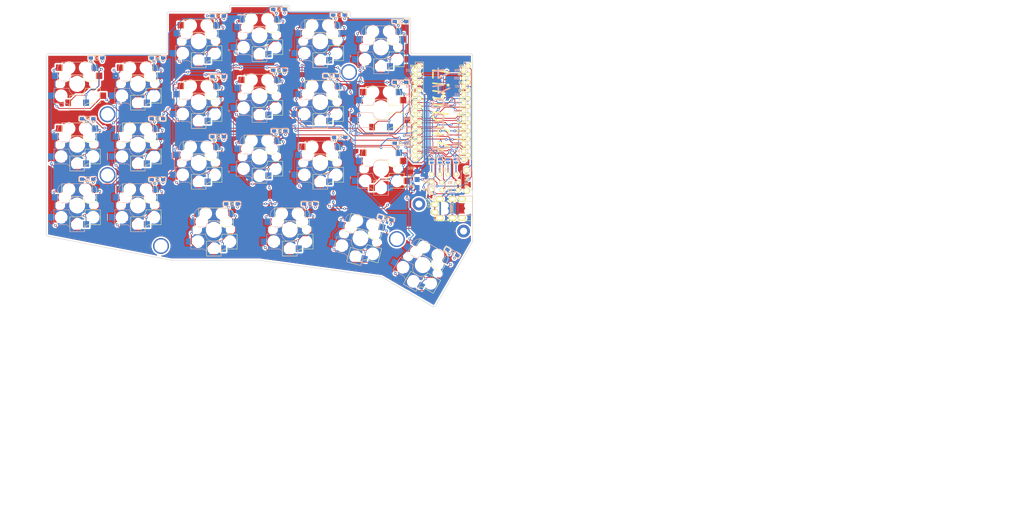
<source format=kicad_pcb>
(kicad_pcb (version 20171130) (host pcbnew "(5.1.7)-1")
  (title_block (title Limb44) (company yt3trees))
  (layers (0 F.Cu signal) (31 B.Cu signal) (34 B.Paste user hide) (35 F.Paste user hide) (36 B.SilkS user) (37 F.SilkS user) (38 B.Mask user) (39 F.Mask user) (44 Edge.Cuts user))
  (net 0 "")
  (net 1 row0)
  (net 2 "Net-(D1-Pad2)")
  (net 3 "Net-(D2-Pad2)")
  (net 4 "Net-(D3-Pad2)")
  (net 5 "Net-(D4-Pad2)")
  (net 6 "Net-(D5-Pad2)")
  (net 7 "Net-(D6-Pad2)")
  (net 8 row1)
  (net 9 "Net-(D7-Pad2)")
  (net 10 "Net-(D8-Pad2)")
  (net 11 "Net-(D9-Pad2)")
  (net 12 "Net-(D10-Pad2)")
  (net 13 "Net-(D11-Pad2)")
  (net 14 "Net-(D12-Pad2)")
  (net 15 "Net-(D13-Pad2)")
  (net 16 row2)
  (net 17 "Net-(D14-Pad2)")
  (net 18 "Net-(D15-Pad2)")
  (net 19 "Net-(D16-Pad2)")
  (net 20 "Net-(D17-Pad2)")
  (net 21 "Net-(D18-Pad2)")
  (net 22 row3)
  (net 23 "Net-(D19-Pad2)")
  (net 24 "Net-(D20-Pad2)")
  (net 25 "Net-(D21-Pad2)")
  (net 26 "Net-(D22-Pad2)")
  (net 27 VCC)
  (net 28 "Net-(J1-PadA)")
  (net 29 data)
  (net 30 GND)
  (net 31 led)
  (net 32 sda)
  (net 33 scl)
  (net 34 reset)
  (net 35 col0)
  (net 36 col1)
  (net 37 col2)
  (net 38 col3)
  (net 39 col4)
  (net 40 col5)
  (net 41 "Net-(U1-Pad11)")
  (net 42 "Net-(U1-Pad12)")
  (net 43 "Net-(U1-Pad13)")
  (net 44 "Net-(U1-Pad14)")
  (net 45 "Net-(U1-Pad24)")
  (net 46 "Net-(J1-PadB)")
  (net 47 "Net-(J5-Pad1)")
  (net 48 "Net-(J5-Pad2)")
  (net 49 "Net-(J5-Pad3)")
  (net 50 "Net-(J5-Pad4)")
  (module kbd:CherryMX_Choc_Hotswap (layer F.Cu) (at 146.685 66.04)
    (fp_text reference SW5 hide)
    (fp_text value SW_PUSH hide)
    (pad 1 smd rect (at -5.6 -5.08 180) (size 2 2) (layers F.Cu F.Paste F.Mask) (net 39 col4))
    (pad "" np_thru_hole circle (at 3.81 -2.54 180) (size 3 3) (drill 3) (layers *.Cu *.Mask))
    (pad "" np_thru_hole circle (at -2.54 -5.08 180) (size 3 3) (drill 3) (layers *.Cu *.Mask))
    (pad 2 smd rect (at 6.9 -2.54 180) (size 2 2) (layers F.Cu F.Paste F.Mask) (net 6 "Net-(D5-Pad2)"))
    (pad "" np_thru_hole circle (at 5 3.7 270) (size 3 3) (drill 3) (layers *.Cu *.Mask))
    (pad 2 smd rect (at -2.8 5.9 180) (size 1.8 2) (layers F.Cu F.Paste F.Mask) (net 6 "Net-(D5-Pad2)"))
    (pad 1 smd rect (at 8.1 3.7 180) (size 2 2) (layers F.Cu F.Paste F.Mask) (net 39 col4))
    (pad 1 smd rect (at -8.1 3.7 180) (size 2 2) (layers B.Cu B.Paste B.Mask) (net 39 col4))
    (pad 2 smd rect (at 2.8 5.9 180) (size 1.9 2) (layers B.Cu B.Paste B.Mask) (net 6 "Net-(D5-Pad2)"))
    (pad "" np_thru_hole circle (at -5 3.7 90) (size 3 3) (drill 3) (layers *.Cu *.Mask))
    (pad "" np_thru_hole circle (at 0 5.9 90) (size 3 3) (drill 3) (layers *.Cu *.Mask))
    (pad 1 smd rect (at -6.9 -2.54 180) (size 2 2) (layers B.Cu B.Paste B.Mask) (net 39 col4))
    (pad "" np_thru_hole circle (at 2.54 -5.08 180) (size 3 3) (drill 3) (layers *.Cu *.Mask))
    (pad "" np_thru_hole circle (at 0 0 90) (size 4 4) (drill 4) (layers *.Cu *.Mask))
    (pad "" np_thru_hole circle (at -5.5 0 90) (size 1.9 1.9) (drill 1.9) (layers *.Cu *.Mask))
    (pad "" np_thru_hole circle (at 5.5 0 90) (size 1.9 1.9) (drill 1.9) (layers *.Cu *.Mask))
    (pad "" np_thru_hole circle (at 5.08 0) (size 1.7 1.7) (drill 1.7) (layers *.Cu *.Mask))
    (pad "" np_thru_hole circle (at -5.08 0) (size 1.7 1.7) (drill 1.7) (layers *.Cu *.Mask))
    (pad "" np_thru_hole circle (at -3.81 -2.54 180) (size 3 3) (drill 3) (layers *.Cu *.Mask))
    (pad 2 smd rect (at 5.6 -5.08 180) (size 2 2) (layers B.Cu B.Paste B.Mask) (net 6 "Net-(D5-Pad2)"))
  )
  (module kbd:1pin_conn (layer F.Cu) (at 181.483 110.109)
    (fp_text reference P1 (at -1.8 0) (layer F.SilkS) (effects (font (size 0.8128 0.8128))))
    (fp_text value i2c-pin hide)
    (fp_text user P1 (at -1.8 0) (layer B.SilkS) (effects (font (size 0.8128 0.8128)) (justify mirror)))
    (pad 1 thru_hole circle (at 0 0) (size 1.397 1.397) (drill 0.8128) (layers *.Cu *.Mask F.SilkS) (net 28 "Net-(J1-PadA)"))
  )
  (module kbd:1pin_conn (layer F.Cu) (at 181.483 112.522)
    (fp_text reference P2 (at -1.8 0) (layer F.SilkS) (effects (font (size 0.8128 0.8128))))
    (fp_text value i2c-pin hide)
    (fp_text user P2 (at -1.8 0) (layer B.SilkS) (effects (font (size 0.8128 0.8128)) (justify mirror)))
    (pad 1 thru_hole circle (at 0 0) (size 1.397 1.397) (drill 0.8128) (layers *.Cu *.Mask F.SilkS) (net 46 "Net-(J1-PadB)"))
  )
  (module "" (layer F.Cu) (at 185.547 105.791)
    (fp_text reference "" (at 181.483 112.522) (layer F.SilkS) (effects (font (size 1.27 1.27))))
    (fp_text value "" (at 181.483 112.522) (layer F.SilkS) (effects (font (size 1.27 1.27))))
    (fp_text user OLED (at -0.127 0.381) (layer F.SilkS))
  )
  (module kbd:JPC2 (layer F.Cu) (at 180.975 114.681)
    (fp_text reference JP1)
    (fp_text value Jumper hide)
    (pad "" smd rect (at 0 0 90) (size 0.381 0.381) (layers F.Cu F.Paste F.Mask) (clearance 0.00254))
    (pad 2 smd rect (at 0.50038 0) (size 0.635 1.143) (layers F.Cu F.Paste F.Mask) (net 46 "Net-(J1-PadB)") (clearance 0.1905))
    (pad 1 smd rect (at -0.50038 0) (size 0.635 1.143) (layers F.Cu F.Paste F.Mask) (net 29 data) (clearance 0.1905))
  )
  (module kbd:CherryMX_Choc_Hotswap (layer F.Cu) (at 70.485 79.365)
    (fp_text reference SW1 hide)
    (fp_text value SW_PUSH hide)
    (pad 2 smd rect (at 5.6 -5.08 180) (size 2 2) (layers B.Cu B.Paste B.Mask) (net 2 "Net-(D1-Pad2)"))
    (pad "" np_thru_hole circle (at -3.81 -2.54 180) (size 3 3) (drill 3) (layers *.Cu *.Mask))
    (pad "" np_thru_hole circle (at -5.08 0) (size 1.7 1.7) (drill 1.7) (layers *.Cu *.Mask))
    (pad "" np_thru_hole circle (at 5.08 0) (size 1.7 1.7) (drill 1.7) (layers *.Cu *.Mask))
    (pad "" np_thru_hole circle (at 5.5 0 90) (size 1.9 1.9) (drill 1.9) (layers *.Cu *.Mask))
    (pad "" np_thru_hole circle (at -5.5 0 90) (size 1.9 1.9) (drill 1.9) (layers *.Cu *.Mask))
    (pad "" np_thru_hole circle (at 0 0 90) (size 4 4) (drill 4) (layers *.Cu *.Mask))
    (pad "" np_thru_hole circle (at 2.54 -5.08 180) (size 3 3) (drill 3) (layers *.Cu *.Mask))
    (pad 1 smd rect (at -6.9 -2.54 180) (size 2 2) (layers B.Cu B.Paste B.Mask) (net 35 col0))
    (pad "" np_thru_hole circle (at 0 5.9 90) (size 3 3) (drill 3) (layers *.Cu *.Mask))
    (pad "" np_thru_hole circle (at -5 3.7 90) (size 3 3) (drill 3) (layers *.Cu *.Mask))
    (pad 2 smd rect (at 2.8 5.9 180) (size 1.9 2) (layers B.Cu B.Paste B.Mask) (net 2 "Net-(D1-Pad2)"))
    (pad 1 smd rect (at -8.1 3.7 180) (size 2 2) (layers B.Cu B.Paste B.Mask) (net 35 col0))
    (pad 1 smd rect (at 8.1 3.7 180) (size 2 2) (layers F.Cu F.Paste F.Mask) (net 35 col0))
    (pad 2 smd rect (at -2.8 5.9 180) (size 1.8 2) (layers F.Cu F.Paste F.Mask) (net 2 "Net-(D1-Pad2)"))
    (pad "" np_thru_hole circle (at 5 3.7 270) (size 3 3) (drill 3) (layers *.Cu *.Mask))
    (pad 2 smd rect (at 6.9 -2.54 180) (size 2 2) (layers F.Cu F.Paste F.Mask) (net 2 "Net-(D1-Pad2)"))
    (pad "" np_thru_hole circle (at -2.54 -5.08 180) (size 3 3) (drill 3) (layers *.Cu *.Mask))
    (pad "" np_thru_hole circle (at 3.81 -2.54 180) (size 3 3) (drill 3) (layers *.Cu *.Mask))
    (pad 1 smd rect (at -5.6 -5.08 180) (size 2 2) (layers F.Cu F.Paste F.Mask) (net 35 col0))
  )
  (module kbd:OLED_v2 (layer F.Cu) (at 185.42 107.707)
    (fp_text reference J5)
    (fp_text value OLED hide)
    (fp_text user OLED (at 0 -1.55) (layer B.SilkS) (effects (justify mirror)))
    (pad 1 thru_hole circle (at -3.81 0) (size 1.397 1.397) (drill 0.8128) (layers *.Cu *.Mask F.SilkS) (net 47 "Net-(J5-Pad1)"))
    (pad 2 thru_hole circle (at -1.27 0) (size 1.397 1.397) (drill 0.8128) (layers *.Cu *.Mask F.SilkS) (net 48 "Net-(J5-Pad2)"))
    (pad 3 thru_hole circle (at 1.27 0) (size 1.397 1.397) (drill 0.8128) (layers *.Cu *.Mask F.SilkS) (net 49 "Net-(J5-Pad3)"))
    (pad 4 thru_hole circle (at 3.81 0) (size 1.397 1.397) (drill 0.8128) (layers *.Cu *.Mask F.SilkS) (net 50 "Net-(J5-Pad4)"))
  )
  (module kbd:CherryMX_Choc_Hotswap (layer F.Cu) (at 165.735 106.035)
    (fp_text reference SW18 hide)
    (fp_text value SW_PUSH hide)
    (pad 1 smd rect (at -5.6 -5.08 180) (size 2 2) (layers F.Cu F.Paste F.Mask) (net 40 col5))
    (pad "" np_thru_hole circle (at 3.81 -2.54 180) (size 3 3) (drill 3) (layers *.Cu *.Mask))
    (pad "" np_thru_hole circle (at -2.54 -5.08 180) (size 3 3) (drill 3) (layers *.Cu *.Mask))
    (pad 2 smd rect (at 6.9 -2.54 180) (size 2 2) (layers F.Cu F.Paste F.Mask) (net 21 "Net-(D18-Pad2)"))
    (pad "" np_thru_hole circle (at 5 3.7 270) (size 3 3) (drill 3) (layers *.Cu *.Mask))
    (pad 2 smd rect (at -2.8 5.9 180) (size 1.8 2) (layers F.Cu F.Paste F.Mask) (net 21 "Net-(D18-Pad2)"))
    (pad 1 smd rect (at 8.1 3.7 180) (size 2 2) (layers F.Cu F.Paste F.Mask) (net 40 col5))
    (pad 1 smd rect (at -8.1 3.7 180) (size 2 2) (layers B.Cu B.Paste B.Mask) (net 40 col5))
    (pad 2 smd rect (at 2.8 5.9 180) (size 1.9 2) (layers B.Cu B.Paste B.Mask) (net 21 "Net-(D18-Pad2)"))
    (pad "" np_thru_hole circle (at -5 3.7 90) (size 3 3) (drill 3) (layers *.Cu *.Mask))
    (pad "" np_thru_hole circle (at 0 5.9 90) (size 3 3) (drill 3) (layers *.Cu *.Mask))
    (pad 1 smd rect (at -6.9 -2.54 180) (size 2 2) (layers B.Cu B.Paste B.Mask) (net 40 col5))
    (pad "" np_thru_hole circle (at 2.54 -5.08 180) (size 3 3) (drill 3) (layers *.Cu *.Mask))
    (pad "" np_thru_hole circle (at 0 0 90) (size 4 4) (drill 4) (layers *.Cu *.Mask))
    (pad "" np_thru_hole circle (at -5.5 0 90) (size 1.9 1.9) (drill 1.9) (layers *.Cu *.Mask))
    (pad "" np_thru_hole circle (at 5.5 0 90) (size 1.9 1.9) (drill 1.9) (layers *.Cu *.Mask))
    (pad "" np_thru_hole circle (at 5.08 0) (size 1.7 1.7) (drill 1.7) (layers *.Cu *.Mask))
    (pad "" np_thru_hole circle (at -5.08 0) (size 1.7 1.7) (drill 1.7) (layers *.Cu *.Mask))
    (pad "" np_thru_hole circle (at -3.81 -2.54 180) (size 3 3) (drill 3) (layers *.Cu *.Mask))
    (pad 2 smd rect (at 5.6 -5.08 180) (size 2 2) (layers B.Cu B.Paste B.Mask) (net 21 "Net-(D18-Pad2)"))
  )
  (module kbd:HOLE (layer F.Cu) (at 177.6 116.967)
    (fp_text reference Ref**)
    (fp_text value Val**)
    (pad "" thru_hole circle (at 0 0.051) (size 4 4) (drill 2.2) (layers *.Cu *.Mask))
  )
  (module kbd:HOLE (layer F.Cu) (at 191.6 125.5)
    (fp_text reference Ref**)
    (fp_text value Val**)
    (pad "" thru_hole circle (at 0 0) (size 4 4) (drill 2.2) (layers *.Cu *.Mask))
  )
  (module kbd:HOLE (layer F.Cu) (at 96.774 130.165)
    (fp_text reference Ref**)
    (fp_text value Val**)
    (pad "" thru_hole circle (at 0 0) (size 5 5) (drill 4.1) (layers *.Cu *.Mask))
  )
  (module kbd:HOLE (layer F.Cu) (at 170.688 128.006)
    (fp_text reference Ref**)
    (fp_text value Val**)
    (pad "" thru_hole circle (at 0 0) (size 5 5) (drill 4.1) (layers *.Cu *.Mask))
  )
  (module kbd:HOLE (layer F.Cu) (at 155.702 75.692)
    (fp_text reference Ref**)
    (fp_text value Val**)
    (pad "" thru_hole circle (at 0 0) (size 5 5) (drill 4.1) (layers *.Cu *.Mask))
  )
  (module kbd:HOLE (layer F.Cu) (at 80.01 107.94)
    (fp_text reference Ref**)
    (fp_text value Val**)
    (pad "" thru_hole circle (at 0 0) (size 5 5) (drill 4.1) (layers *.Cu *.Mask))
  )
  (module kbd:HOLE (layer F.Cu) (at 80.01 88.89)
    (fp_text reference Ref**)
    (fp_text value Val**)
    (pad "" thru_hole circle (at 0 0) (size 5 5) (drill 4.1) (layers *.Cu *.Mask))
  )
  (module kbd:CherryMX_Choc_Hotswap (layer F.Cu) (at 178.81 136.14 330)
    (fp_text reference SW22 hide)
    (fp_text value SW_PUSH hide)
    (pad 2 smd rect (at 5.6 -5.08 150) (size 2 2) (layers B.Cu B.Paste B.Mask) (net 26 "Net-(D22-Pad2)"))
    (pad "" np_thru_hole circle (at -3.81 -2.54 150) (size 3 3) (drill 3) (layers *.Cu *.Mask))
    (pad "" np_thru_hole circle (at -5.08 0 330) (size 1.7 1.7) (drill 1.7) (layers *.Cu *.Mask))
    (pad "" np_thru_hole circle (at 5.08 0 330) (size 1.7 1.7) (drill 1.7) (layers *.Cu *.Mask))
    (pad "" np_thru_hole circle (at 5.5 0 60) (size 1.9 1.9) (drill 1.9) (layers *.Cu *.Mask))
    (pad "" np_thru_hole circle (at -5.5 0 60) (size 1.9 1.9) (drill 1.9) (layers *.Cu *.Mask))
    (pad "" np_thru_hole circle (at 0 0 60) (size 4 4) (drill 4) (layers *.Cu *.Mask))
    (pad "" np_thru_hole circle (at 2.54 -5.08 150) (size 3 3) (drill 3) (layers *.Cu *.Mask))
    (pad 1 smd rect (at -6.9 -2.54 150) (size 2 2) (layers B.Cu B.Paste B.Mask) (net 40 col5))
    (pad "" np_thru_hole circle (at 0 5.9 60) (size 3 3) (drill 3) (layers *.Cu *.Mask))
    (pad "" np_thru_hole circle (at -5 3.7 60) (size 3 3) (drill 3) (layers *.Cu *.Mask))
    (pad 2 smd rect (at 2.8 5.9 150) (size 1.9 2) (layers B.Cu B.Paste B.Mask) (net 26 "Net-(D22-Pad2)"))
    (pad 1 smd rect (at -8.1 3.7 150) (size 2 2) (layers B.Cu B.Paste B.Mask) (net 40 col5))
    (pad 1 smd rect (at 8.1 3.7 150) (size 2 2) (layers F.Cu F.Paste F.Mask) (net 40 col5))
    (pad 2 smd rect (at -2.8 5.9 150) (size 1.8 2) (layers F.Cu F.Paste F.Mask) (net 26 "Net-(D22-Pad2)"))
    (pad "" np_thru_hole circle (at 5 3.7 240) (size 3 3) (drill 3) (layers *.Cu *.Mask))
    (pad 2 smd rect (at 6.9 -2.54 150) (size 2 2) (layers F.Cu F.Paste F.Mask) (net 26 "Net-(D22-Pad2)"))
    (pad "" np_thru_hole circle (at -2.54 -5.08 150) (size 3 3) (drill 3) (layers *.Cu *.Mask))
    (pad "" np_thru_hole circle (at 3.81 -2.54 150) (size 3 3) (drill 3) (layers *.Cu *.Mask))
    (pad 1 smd rect (at -5.6 -5.08 150) (size 2 2) (layers F.Cu F.Paste F.Mask) (net 40 col5))
  )
  (module kbd:CherryMX_Choc_Hotswap (layer F.Cu) (at 165.735 86.985)
    (fp_text reference SW12 hide)
    (fp_text value SW_PUSH hide)
    (pad 1 smd rect (at -5.6 -5.08 180) (size 2 2) (layers F.Cu F.Paste F.Mask) (net 40 col5))
    (pad "" np_thru_hole circle (at 3.81 -2.54 180) (size 3 3) (drill 3) (layers *.Cu *.Mask))
    (pad "" np_thru_hole circle (at -2.54 -5.08 180) (size 3 3) (drill 3) (layers *.Cu *.Mask))
    (pad 2 smd rect (at 6.9 -2.54 180) (size 2 2) (layers F.Cu F.Paste F.Mask) (net 14 "Net-(D12-Pad2)"))
    (pad "" np_thru_hole circle (at 5 3.7 270) (size 3 3) (drill 3) (layers *.Cu *.Mask))
    (pad 2 smd rect (at -2.8 5.9 180) (size 1.8 2) (layers F.Cu F.Paste F.Mask) (net 14 "Net-(D12-Pad2)"))
    (pad 1 smd rect (at 8.1 3.7 180) (size 2 2) (layers F.Cu F.Paste F.Mask) (net 40 col5))
    (pad 1 smd rect (at -8.1 3.7 180) (size 2 2) (layers B.Cu B.Paste B.Mask) (net 40 col5))
    (pad 2 smd rect (at 2.8 5.9 180) (size 1.9 2) (layers B.Cu B.Paste B.Mask) (net 14 "Net-(D12-Pad2)"))
    (pad "" np_thru_hole circle (at -5 3.7 90) (size 3 3) (drill 3) (layers *.Cu *.Mask))
    (pad "" np_thru_hole circle (at 0 5.9 90) (size 3 3) (drill 3) (layers *.Cu *.Mask))
    (pad 1 smd rect (at -6.9 -2.54 180) (size 2 2) (layers B.Cu B.Paste B.Mask) (net 40 col5))
    (pad "" np_thru_hole circle (at 2.54 -5.08 180) (size 3 3) (drill 3) (layers *.Cu *.Mask))
    (pad "" np_thru_hole circle (at 0 0 90) (size 4 4) (drill 4) (layers *.Cu *.Mask))
    (pad "" np_thru_hole circle (at -5.5 0 90) (size 1.9 1.9) (drill 1.9) (layers *.Cu *.Mask))
    (pad "" np_thru_hole circle (at 5.5 0 90) (size 1.9 1.9) (drill 1.9) (layers *.Cu *.Mask))
    (pad "" np_thru_hole circle (at 5.08 0) (size 1.7 1.7) (drill 1.7) (layers *.Cu *.Mask))
    (pad "" np_thru_hole circle (at -5.08 0) (size 1.7 1.7) (drill 1.7) (layers *.Cu *.Mask))
    (pad "" np_thru_hole circle (at -3.81 -2.54 180) (size 3 3) (drill 3) (layers *.Cu *.Mask))
    (pad 2 smd rect (at 5.6 -5.08 180) (size 2 2) (layers B.Cu B.Paste B.Mask) (net 14 "Net-(D12-Pad2)"))
  )
  (module kbd:CherryMX_Choc_Hotswap (layer F.Cu) (at 127.635 64.145)
    (fp_text reference SW4 hide)
    (fp_text value SW_PUSH hide)
    (pad 1 smd rect (at -5.6 -5.08 180) (size 2 2) (layers F.Cu F.Paste F.Mask) (net 38 col3))
    (pad "" np_thru_hole circle (at 3.81 -2.54 180) (size 3 3) (drill 3) (layers *.Cu *.Mask))
    (pad "" np_thru_hole circle (at -2.54 -5.08 180) (size 3 3) (drill 3) (layers *.Cu *.Mask))
    (pad 2 smd rect (at 6.9 -2.54 180) (size 2 2) (layers F.Cu F.Paste F.Mask) (net 5 "Net-(D4-Pad2)"))
    (pad "" np_thru_hole circle (at 5 3.7 270) (size 3 3) (drill 3) (layers *.Cu *.Mask))
    (pad 2 smd rect (at -2.8 5.9 180) (size 1.8 2) (layers F.Cu F.Paste F.Mask) (net 5 "Net-(D4-Pad2)"))
    (pad 1 smd rect (at 8.1 3.7 180) (size 2 2) (layers F.Cu F.Paste F.Mask) (net 38 col3))
    (pad 1 smd rect (at -8.1 3.7 180) (size 2 2) (layers B.Cu B.Paste B.Mask) (net 38 col3))
    (pad 2 smd rect (at 2.8 5.9 180) (size 1.9 2) (layers B.Cu B.Paste B.Mask) (net 5 "Net-(D4-Pad2)"))
    (pad "" np_thru_hole circle (at -5 3.7 90) (size 3 3) (drill 3) (layers *.Cu *.Mask))
    (pad "" np_thru_hole circle (at 0 5.9 90) (size 3 3) (drill 3) (layers *.Cu *.Mask))
    (pad 1 smd rect (at -6.9 -2.54 180) (size 2 2) (layers B.Cu B.Paste B.Mask) (net 38 col3))
    (pad "" np_thru_hole circle (at 2.54 -5.08 180) (size 3 3) (drill 3) (layers *.Cu *.Mask))
    (pad "" np_thru_hole circle (at 0 0 90) (size 4 4) (drill 4) (layers *.Cu *.Mask))
    (pad "" np_thru_hole circle (at -5.5 0 90) (size 1.9 1.9) (drill 1.9) (layers *.Cu *.Mask))
    (pad "" np_thru_hole circle (at 5.5 0 90) (size 1.9 1.9) (drill 1.9) (layers *.Cu *.Mask))
    (pad "" np_thru_hole circle (at 5.08 0) (size 1.7 1.7) (drill 1.7) (layers *.Cu *.Mask))
    (pad "" np_thru_hole circle (at -5.08 0) (size 1.7 1.7) (drill 1.7) (layers *.Cu *.Mask))
    (pad "" np_thru_hole circle (at -3.81 -2.54 180) (size 3 3) (drill 3) (layers *.Cu *.Mask))
    (pad 2 smd rect (at 5.6 -5.08 180) (size 2 2) (layers B.Cu B.Paste B.Mask) (net 5 "Net-(D4-Pad2)"))
  )
  (module kbd:CherryMX_Choc_Hotswap (layer F.Cu) (at 70.485 117.465)
    (fp_text reference SW13 hide)
    (fp_text value SW_PUSH hide)
    (pad 1 smd rect (at -5.6 -5.08 180) (size 2 2) (layers F.Cu F.Paste F.Mask) (net 35 col0))
    (pad "" np_thru_hole circle (at 3.81 -2.54 180) (size 3 3) (drill 3) (layers *.Cu *.Mask))
    (pad "" np_thru_hole circle (at -2.54 -5.08 180) (size 3 3) (drill 3) (layers *.Cu *.Mask))
    (pad 2 smd rect (at 6.9 -2.54 180) (size 2 2) (layers F.Cu F.Paste F.Mask) (net 15 "Net-(D13-Pad2)"))
    (pad "" np_thru_hole circle (at 5 3.7 270) (size 3 3) (drill 3) (layers *.Cu *.Mask))
    (pad 2 smd rect (at -2.8 5.9 180) (size 1.8 2) (layers F.Cu F.Paste F.Mask) (net 15 "Net-(D13-Pad2)"))
    (pad 1 smd rect (at 8.1 3.7 180) (size 2 2) (layers F.Cu F.Paste F.Mask) (net 35 col0))
    (pad 1 smd rect (at -8.1 3.7 180) (size 2 2) (layers B.Cu B.Paste B.Mask) (net 35 col0))
    (pad 2 smd rect (at 2.8 5.9 180) (size 1.9 2) (layers B.Cu B.Paste B.Mask) (net 15 "Net-(D13-Pad2)"))
    (pad "" np_thru_hole circle (at -5 3.7 90) (size 3 3) (drill 3) (layers *.Cu *.Mask))
    (pad "" np_thru_hole circle (at 0 5.9 90) (size 3 3) (drill 3) (layers *.Cu *.Mask))
    (pad 1 smd rect (at -6.9 -2.54 180) (size 2 2) (layers B.Cu B.Paste B.Mask) (net 35 col0))
    (pad "" np_thru_hole circle (at 2.54 -5.08 180) (size 3 3) (drill 3) (layers *.Cu *.Mask))
    (pad "" np_thru_hole circle (at 0 0 90) (size 4 4) (drill 4) (layers *.Cu *.Mask))
    (pad "" np_thru_hole circle (at -5.5 0 90) (size 1.9 1.9) (drill 1.9) (layers *.Cu *.Mask))
    (pad "" np_thru_hole circle (at 5.5 0 90) (size 1.9 1.9) (drill 1.9) (layers *.Cu *.Mask))
    (pad "" np_thru_hole circle (at 5.08 0) (size 1.7 1.7) (drill 1.7) (layers *.Cu *.Mask))
    (pad "" np_thru_hole circle (at -5.08 0) (size 1.7 1.7) (drill 1.7) (layers *.Cu *.Mask))
    (pad "" np_thru_hole circle (at -3.81 -2.54 180) (size 3 3) (drill 3) (layers *.Cu *.Mask))
    (pad 2 smd rect (at 5.6 -5.08 180) (size 2 2) (layers B.Cu B.Paste B.Mask) (net 15 "Net-(D13-Pad2)"))
  )
  (module kbd:D3_SMD (layer F.Cu) (at 150.114 76.825 180)
    (fp_text reference D11 hide)
    (fp_text value D hide)
    (pad 2 smd rect (at 1.775 0 180) (size 1.3 0.95) (layers F.Cu F.Paste F.Mask) (net 13 "Net-(D11-Pad2)"))
    (pad 1 smd rect (at -1.775 0 180) (size 1.3 0.95) (layers B.Cu B.Paste B.Mask) (net 8 row1))
    (pad 2 smd rect (at 1.775 0 180) (size 1.3 0.95) (layers B.Cu B.Paste B.Mask) (net 13 "Net-(D11-Pad2)"))
    (pad 1 smd rect (at -1.775 0 180) (size 1.3 0.95) (layers F.Cu F.Paste F.Mask) (net 8 row1))
  )
  (module kbd:CherryMX_Choc_Hotswap (layer F.Cu) (at 146.685 85.09)
    (fp_text reference SW11 hide)
    (fp_text value SW_PUSH hide)
    (pad 2 smd rect (at 5.6 -5.08 180) (size 2 2) (layers B.Cu B.Paste B.Mask) (net 13 "Net-(D11-Pad2)"))
    (pad "" np_thru_hole circle (at -3.81 -2.54 180) (size 3 3) (drill 3) (layers *.Cu *.Mask))
    (pad "" np_thru_hole circle (at -5.08 0) (size 1.7 1.7) (drill 1.7) (layers *.Cu *.Mask))
    (pad "" np_thru_hole circle (at 5.08 0) (size 1.7 1.7) (drill 1.7) (layers *.Cu *.Mask))
    (pad "" np_thru_hole circle (at 5.5 0 90) (size 1.9 1.9) (drill 1.9) (layers *.Cu *.Mask))
    (pad "" np_thru_hole circle (at -5.5 0 90) (size 1.9 1.9) (drill 1.9) (layers *.Cu *.Mask))
    (pad "" np_thru_hole circle (at 0 0 90) (size 4 4) (drill 4) (layers *.Cu *.Mask))
    (pad "" np_thru_hole circle (at 2.54 -5.08 180) (size 3 3) (drill 3) (layers *.Cu *.Mask))
    (pad 1 smd rect (at -6.9 -2.54 180) (size 2 2) (layers B.Cu B.Paste B.Mask) (net 39 col4))
    (pad "" np_thru_hole circle (at 0 5.9 90) (size 3 3) (drill 3) (layers *.Cu *.Mask))
    (pad "" np_thru_hole circle (at -5 3.7 90) (size 3 3) (drill 3) (layers *.Cu *.Mask))
    (pad 2 smd rect (at 2.8 5.9 180) (size 1.9 2) (layers B.Cu B.Paste B.Mask) (net 13 "Net-(D11-Pad2)"))
    (pad 1 smd rect (at -8.1 3.7 180) (size 2 2) (layers B.Cu B.Paste B.Mask) (net 39 col4))
    (pad 1 smd rect (at 8.1 3.7 180) (size 2 2) (layers F.Cu F.Paste F.Mask) (net 39 col4))
    (pad 2 smd rect (at -2.8 5.9 180) (size 1.8 2) (layers F.Cu F.Paste F.Mask) (net 13 "Net-(D11-Pad2)"))
    (pad "" np_thru_hole circle (at 5 3.7 270) (size 3 3) (drill 3) (layers *.Cu *.Mask))
    (pad 2 smd rect (at 6.9 -2.54 180) (size 2 2) (layers F.Cu F.Paste F.Mask) (net 13 "Net-(D11-Pad2)"))
    (pad "" np_thru_hole circle (at -2.54 -5.08 180) (size 3 3) (drill 3) (layers *.Cu *.Mask))
    (pad "" np_thru_hole circle (at 3.81 -2.54 180) (size 3 3) (drill 3) (layers *.Cu *.Mask))
    (pad 1 smd rect (at -5.6 -5.08 180) (size 2 2) (layers F.Cu F.Paste F.Mask) (net 39 col4))
  )
  (module kbd:CherryMX_Choc_Hotswap (layer F.Cu) (at 89.535 98.415)
    (fp_text reference SW8 hide)
    (fp_text value SW_PUSH hide)
    (pad 1 smd rect (at -5.6 -5.08 180) (size 2 2) (layers F.Cu F.Paste F.Mask) (net 36 col1))
    (pad "" np_thru_hole circle (at 3.81 -2.54 180) (size 3 3) (drill 3) (layers *.Cu *.Mask))
    (pad "" np_thru_hole circle (at -2.54 -5.08 180) (size 3 3) (drill 3) (layers *.Cu *.Mask))
    (pad 2 smd rect (at 6.9 -2.54 180) (size 2 2) (layers F.Cu F.Paste F.Mask) (net 10 "Net-(D8-Pad2)"))
    (pad "" np_thru_hole circle (at 5 3.7 270) (size 3 3) (drill 3) (layers *.Cu *.Mask))
    (pad 2 smd rect (at -2.8 5.9 180) (size 1.8 2) (layers F.Cu F.Paste F.Mask) (net 10 "Net-(D8-Pad2)"))
    (pad 1 smd rect (at 8.1 3.7 180) (size 2 2) (layers F.Cu F.Paste F.Mask) (net 36 col1))
    (pad 1 smd rect (at -8.1 3.7 180) (size 2 2) (layers B.Cu B.Paste B.Mask) (net 36 col1))
    (pad 2 smd rect (at 2.8 5.9 180) (size 1.9 2) (layers B.Cu B.Paste B.Mask) (net 10 "Net-(D8-Pad2)"))
    (pad "" np_thru_hole circle (at -5 3.7 90) (size 3 3) (drill 3) (layers *.Cu *.Mask))
    (pad "" np_thru_hole circle (at 0 5.9 90) (size 3 3) (drill 3) (layers *.Cu *.Mask))
    (pad 1 smd rect (at -6.9 -2.54 180) (size 2 2) (layers B.Cu B.Paste B.Mask) (net 36 col1))
    (pad "" np_thru_hole circle (at 2.54 -5.08 180) (size 3 3) (drill 3) (layers *.Cu *.Mask))
    (pad "" np_thru_hole circle (at 0 0 90) (size 4 4) (drill 4) (layers *.Cu *.Mask))
    (pad "" np_thru_hole circle (at -5.5 0 90) (size 1.9 1.9) (drill 1.9) (layers *.Cu *.Mask))
    (pad "" np_thru_hole circle (at 5.5 0 90) (size 1.9 1.9) (drill 1.9) (layers *.Cu *.Mask))
    (pad "" np_thru_hole circle (at 5.08 0) (size 1.7 1.7) (drill 1.7) (layers *.Cu *.Mask))
    (pad "" np_thru_hole circle (at -5.08 0) (size 1.7 1.7) (drill 1.7) (layers *.Cu *.Mask))
    (pad "" np_thru_hole circle (at -3.81 -2.54 180) (size 3 3) (drill 3) (layers *.Cu *.Mask))
    (pad 2 smd rect (at 5.6 -5.08 180) (size 2 2) (layers B.Cu B.Paste B.Mask) (net 10 "Net-(D8-Pad2)"))
  )
  (module kbd:CherryMX_Choc_Hotswap (layer F.Cu) (at 70.485 98.415)
    (fp_text reference SW7 hide)
    (fp_text value SW_PUSH hide)
    (pad 2 smd rect (at 5.6 -5.08 180) (size 2 2) (layers B.Cu B.Paste B.Mask) (net 9 "Net-(D7-Pad2)"))
    (pad "" np_thru_hole circle (at -3.81 -2.54 180) (size 3 3) (drill 3) (layers *.Cu *.Mask))
    (pad "" np_thru_hole circle (at -5.08 0) (size 1.7 1.7) (drill 1.7) (layers *.Cu *.Mask))
    (pad "" np_thru_hole circle (at 5.08 0) (size 1.7 1.7) (drill 1.7) (layers *.Cu *.Mask))
    (pad "" np_thru_hole circle (at 5.5 0 90) (size 1.9 1.9) (drill 1.9) (layers *.Cu *.Mask))
    (pad "" np_thru_hole circle (at -5.5 0 90) (size 1.9 1.9) (drill 1.9) (layers *.Cu *.Mask))
    (pad "" np_thru_hole circle (at 0 0 90) (size 4 4) (drill 4) (layers *.Cu *.Mask))
    (pad "" np_thru_hole circle (at 2.54 -5.08 180) (size 3 3) (drill 3) (layers *.Cu *.Mask))
    (pad 1 smd rect (at -6.9 -2.54 180) (size 2 2) (layers B.Cu B.Paste B.Mask) (net 35 col0))
    (pad "" np_thru_hole circle (at 0 5.9 90) (size 3 3) (drill 3) (layers *.Cu *.Mask))
    (pad "" np_thru_hole circle (at -5 3.7 90) (size 3 3) (drill 3) (layers *.Cu *.Mask))
    (pad 2 smd rect (at 2.8 5.9 180) (size 1.9 2) (layers B.Cu B.Paste B.Mask) (net 9 "Net-(D7-Pad2)"))
    (pad 1 smd rect (at -8.1 3.7 180) (size 2 2) (layers B.Cu B.Paste B.Mask) (net 35 col0))
    (pad 1 smd rect (at 8.1 3.7 180) (size 2 2) (layers F.Cu F.Paste F.Mask) (net 35 col0))
    (pad 2 smd rect (at -2.8 5.9 180) (size 1.8 2) (layers F.Cu F.Paste F.Mask) (net 9 "Net-(D7-Pad2)"))
    (pad "" np_thru_hole circle (at 5 3.7 270) (size 3 3) (drill 3) (layers *.Cu *.Mask))
    (pad 2 smd rect (at 6.9 -2.54 180) (size 2 2) (layers F.Cu F.Paste F.Mask) (net 9 "Net-(D7-Pad2)"))
    (pad "" np_thru_hole circle (at -2.54 -5.08 180) (size 3 3) (drill 3) (layers *.Cu *.Mask))
    (pad "" np_thru_hole circle (at 3.81 -2.54 180) (size 3 3) (drill 3) (layers *.Cu *.Mask))
    (pad 1 smd rect (at -5.6 -5.08 180) (size 2 2) (layers F.Cu F.Paste F.Mask) (net 35 col0))
  )
  (module kbd:MJ-4PP-9 (layer F.Cu) (at 194.387 119.253 270)
    (fp_text reference J1)
    (fp_text value MJ-4PP-9 hide)
    (fp_text user TRRS (at -0.8255 6.4135 90) (layer B.SilkS) (effects (justify mirror)))
    (fp_text user TRRS (at -0.75 6.45 90) (layer F.SilkS))
    (pad "" np_thru_hole circle (at -1.75 8.5 270) (size 1.2 1.2) (drill 1.2) (layers *.Cu *.Mask F.SilkS))
    (pad "" np_thru_hole circle (at -1.75 1.5 270) (size 1.2 1.2) (drill 1.2) (layers *.Cu *.Mask F.SilkS))
    (pad D thru_hole oval (at -3.85 10.3 270) (size 1.7 2.5) (drill oval 1 1.5) (layers *.Cu *.Mask F.SilkS) (net 27 VCC) (clearance 0.15))
    (pad A thru_hole oval (at 0.35 11.8 270) (size 1.7 2.5) (drill oval 1 1.5) (layers *.Cu *.Mask F.SilkS) (net 28 "Net-(J1-PadA)") (clearance 0.15))
    (pad B thru_hole oval (at -3.85 3.3 270) (size 1.7 2.5) (drill oval 1 1.5) (layers *.Cu *.Mask F.SilkS) (net 46 "Net-(J1-PadB)"))
    (pad C thru_hole oval (at -3.85 6.3 270) (size 1.7 2.5) (drill oval 1 1.5) (layers *.Cu *.Mask F.SilkS) (net 30 GND))
    (pad "" np_thru_hole circle (at 0 1.5 270) (size 1.2 1.2) (drill 1.2) (layers *.Cu *.Mask F.SilkS))
    (pad "" np_thru_hole circle (at 0 8.5 270) (size 1.2 1.2) (drill 1.2) (layers *.Cu *.Mask F.SilkS))
    (pad B thru_hole oval (at 2.1 3.3 270) (size 1.7 2.5) (drill oval 1 1.5) (layers *.Cu *.Mask F.SilkS) (net 46 "Net-(J1-PadB)"))
    (pad C thru_hole oval (at 2.1 6.3 270) (size 1.7 2.5) (drill oval 1 1.5) (layers *.Cu *.Mask F.SilkS) (net 30 GND))
    (pad D thru_hole oval (at 2.1 10.3 270) (size 1.7 2.5) (drill oval 1 1.5) (layers *.Cu *.Mask F.SilkS) (net 27 VCC) (clearance 0.15))
    (pad A thru_hole oval (at -2.1 11.8 270) (size 1.7 2.5) (drill oval 1 1.5) (layers *.Cu *.Mask F.SilkS) (net 28 "Net-(J1-PadA)") (clearance 0.15))
  )
  (module kbd:StripLED_rev (layer F.Cu) (at 177.038 106.797)
    (fp_text reference J2 hide)
    (fp_text value LED hide)
    (pad 3 smd rect (at 0 5.08) (size 1.524 1.524) (layers F.Cu F.Paste F.Mask) (net 27 VCC))
    (pad 2 smd rect (at 0 2.54) (size 1.524 1.524) (layers F.Cu F.Paste F.Mask) (net 31 led))
    (pad 1 smd rect (at 0 0) (size 1.524 1.524) (layers F.Cu F.Paste F.Mask) (net 30 GND))
    (pad 1 smd rect (at 0 5.08) (size 1.524 1.524) (layers B.Cu B.Paste B.Mask) (net 30 GND))
    (pad 2 smd rect (at 0 2.54) (size 1.524 1.524) (layers B.Cu B.Paste B.Mask) (net 31 led))
    (pad 3 smd rect (at 0 0) (size 1.524 1.524) (layers B.Cu B.Paste B.Mask) (net 27 VCC))
  )
  (module kbd:ResetSW (layer F.Cu) (at 192.587 109.601 90)
    (fp_text reference RSW1 hide)
    (fp_text value RESET_SWITCH)
    (fp_text user RESET (at 0 0 90) (layer F.SilkS))
    (fp_text user RESET (at 0.127 0 90) (layer B.SilkS) (effects (justify mirror)))
    (pad 2 thru_hole circle (at -3.25 0 90) (size 2 2) (drill 1.3) (layers *.Cu *.Mask F.SilkS) (net 30 GND))
    (pad 1 thru_hole circle (at 3.25 0 90) (size 2 2) (drill 1.3) (layers *.Cu *.Mask F.SilkS) (net 34 reset))
  )
  (module kbd:CherryMX_Choc_Hotswap (layer F.Cu) (at 89.535 79.365)
    (fp_text reference SW2 hide)
    (fp_text value SW_PUSH hide)
    (pad 1 smd rect (at -5.6 -5.08 180) (size 2 2) (layers F.Cu F.Paste F.Mask) (net 36 col1))
    (pad "" np_thru_hole circle (at 3.81 -2.54 180) (size 3 3) (drill 3) (layers *.Cu *.Mask))
    (pad "" np_thru_hole circle (at -2.54 -5.08 180) (size 3 3) (drill 3) (layers *.Cu *.Mask))
    (pad 2 smd rect (at 6.9 -2.54 180) (size 2 2) (layers F.Cu F.Paste F.Mask) (net 3 "Net-(D2-Pad2)"))
    (pad "" np_thru_hole circle (at 5 3.7 270) (size 3 3) (drill 3) (layers *.Cu *.Mask))
    (pad 2 smd rect (at -2.8 5.9 180) (size 1.8 2) (layers F.Cu F.Paste F.Mask) (net 3 "Net-(D2-Pad2)"))
    (pad 1 smd rect (at 8.1 3.7 180) (size 2 2) (layers F.Cu F.Paste F.Mask) (net 36 col1))
    (pad 1 smd rect (at -8.1 3.7 180) (size 2 2) (layers B.Cu B.Paste B.Mask) (net 36 col1))
    (pad 2 smd rect (at 2.8 5.9 180) (size 1.9 2) (layers B.Cu B.Paste B.Mask) (net 3 "Net-(D2-Pad2)"))
    (pad "" np_thru_hole circle (at -5 3.7 90) (size 3 3) (drill 3) (layers *.Cu *.Mask))
    (pad "" np_thru_hole circle (at 0 5.9 90) (size 3 3) (drill 3) (layers *.Cu *.Mask))
    (pad 1 smd rect (at -6.9 -2.54 180) (size 2 2) (layers B.Cu B.Paste B.Mask) (net 36 col1))
    (pad "" np_thru_hole circle (at 2.54 -5.08 180) (size 3 3) (drill 3) (layers *.Cu *.Mask))
    (pad "" np_thru_hole circle (at 0 0 90) (size 4 4) (drill 4) (layers *.Cu *.Mask))
    (pad "" np_thru_hole circle (at -5.5 0 90) (size 1.9 1.9) (drill 1.9) (layers *.Cu *.Mask))
    (pad "" np_thru_hole circle (at 5.5 0 90) (size 1.9 1.9) (drill 1.9) (layers *.Cu *.Mask))
    (pad "" np_thru_hole circle (at 5.08 0) (size 1.7 1.7) (drill 1.7) (layers *.Cu *.Mask))
    (pad "" np_thru_hole circle (at -5.08 0) (size 1.7 1.7) (drill 1.7) (layers *.Cu *.Mask))
    (pad "" np_thru_hole circle (at -3.81 -2.54 180) (size 3 3) (drill 3) (layers *.Cu *.Mask))
    (pad 2 smd rect (at 5.6 -5.08 180) (size 2 2) (layers B.Cu B.Paste B.Mask) (net 3 "Net-(D2-Pad2)"))
  )
  (module kbd:CherryMX_Choc_Hotswap (layer F.Cu) (at 108.585 66.04)
    (fp_text reference SW3 hide)
    (fp_text value SW_PUSH hide)
    (pad 1 smd rect (at -5.6 -5.08 180) (size 2 2) (layers F.Cu F.Paste F.Mask) (net 37 col2))
    (pad "" np_thru_hole circle (at 3.81 -2.54 180) (size 3 3) (drill 3) (layers *.Cu *.Mask))
    (pad "" np_thru_hole circle (at -2.54 -5.08 180) (size 3 3) (drill 3) (layers *.Cu *.Mask))
    (pad 2 smd rect (at 6.9 -2.54 180) (size 2 2) (layers F.Cu F.Paste F.Mask) (net 4 "Net-(D3-Pad2)"))
    (pad "" np_thru_hole circle (at 5 3.7 270) (size 3 3) (drill 3) (layers *.Cu *.Mask))
    (pad 2 smd rect (at -2.8 5.9 180) (size 1.8 2) (layers F.Cu F.Paste F.Mask) (net 4 "Net-(D3-Pad2)"))
    (pad 1 smd rect (at 8.1 3.7 180) (size 2 2) (layers F.Cu F.Paste F.Mask) (net 37 col2))
    (pad 1 smd rect (at -8.1 3.7 180) (size 2 2) (layers B.Cu B.Paste B.Mask) (net 37 col2))
    (pad 2 smd rect (at 2.8 5.9 180) (size 1.9 2) (layers B.Cu B.Paste B.Mask) (net 4 "Net-(D3-Pad2)"))
    (pad "" np_thru_hole circle (at -5 3.7 90) (size 3 3) (drill 3) (layers *.Cu *.Mask))
    (pad "" np_thru_hole circle (at 0 5.9 90) (size 3 3) (drill 3) (layers *.Cu *.Mask))
    (pad 1 smd rect (at -6.9 -2.54 180) (size 2 2) (layers B.Cu B.Paste B.Mask) (net 37 col2))
    (pad "" np_thru_hole circle (at 2.54 -5.08 180) (size 3 3) (drill 3) (layers *.Cu *.Mask))
    (pad "" np_thru_hole circle (at 0 0 90) (size 4 4) (drill 4) (layers *.Cu *.Mask))
    (pad "" np_thru_hole circle (at -5.5 0 90) (size 1.9 1.9) (drill 1.9) (layers *.Cu *.Mask))
    (pad "" np_thru_hole circle (at 5.5 0 90) (size 1.9 1.9) (drill 1.9) (layers *.Cu *.Mask))
    (pad "" np_thru_hole circle (at 5.08 0) (size 1.7 1.7) (drill 1.7) (layers *.Cu *.Mask))
    (pad "" np_thru_hole circle (at -5.08 0) (size 1.7 1.7) (drill 1.7) (layers *.Cu *.Mask))
    (pad "" np_thru_hole circle (at -3.81 -2.54 180) (size 3 3) (drill 3) (layers *.Cu *.Mask))
    (pad 2 smd rect (at 5.6 -5.08 180) (size 2 2) (layers B.Cu B.Paste B.Mask) (net 4 "Net-(D3-Pad2)"))
  )
  (module kbd:CherryMX_Choc_Hotswap (layer F.Cu) (at 165.735 67.955)
    (fp_text reference SW6 hide)
    (fp_text value SW_PUSH hide)
    (pad 2 smd rect (at 5.6 -5.08 180) (size 2 2) (layers B.Cu B.Paste B.Mask) (net 7 "Net-(D6-Pad2)"))
    (pad "" np_thru_hole circle (at -3.81 -2.54 180) (size 3 3) (drill 3) (layers *.Cu *.Mask))
    (pad "" np_thru_hole circle (at -5.08 0) (size 1.7 1.7) (drill 1.7) (layers *.Cu *.Mask))
    (pad "" np_thru_hole circle (at 5.08 0) (size 1.7 1.7) (drill 1.7) (layers *.Cu *.Mask))
    (pad "" np_thru_hole circle (at 5.5 0 90) (size 1.9 1.9) (drill 1.9) (layers *.Cu *.Mask))
    (pad "" np_thru_hole circle (at -5.5 0 90) (size 1.9 1.9) (drill 1.9) (layers *.Cu *.Mask))
    (pad "" np_thru_hole circle (at 0 0 90) (size 4 4) (drill 4) (layers *.Cu *.Mask))
    (pad "" np_thru_hole circle (at 2.54 -5.08 180) (size 3 3) (drill 3) (layers *.Cu *.Mask))
    (pad 1 smd rect (at -6.9 -2.54 180) (size 2 2) (layers B.Cu B.Paste B.Mask) (net 40 col5))
    (pad "" np_thru_hole circle (at 0 5.9 90) (size 3 3) (drill 3) (layers *.Cu *.Mask))
    (pad "" np_thru_hole circle (at -5 3.7 90) (size 3 3) (drill 3) (layers *.Cu *.Mask))
    (pad 2 smd rect (at 2.8 5.9 180) (size 1.9 2) (layers B.Cu B.Paste B.Mask) (net 7 "Net-(D6-Pad2)"))
    (pad 1 smd rect (at -8.1 3.7 180) (size 2 2) (layers B.Cu B.Paste B.Mask) (net 40 col5))
    (pad 1 smd rect (at 8.1 3.7 180) (size 2 2) (layers F.Cu F.Paste F.Mask) (net 40 col5))
    (pad 2 smd rect (at -2.8 5.9 180) (size 1.8 2) (layers F.Cu F.Paste F.Mask) (net 7 "Net-(D6-Pad2)"))
    (pad "" np_thru_hole circle (at 5 3.7 270) (size 3 3) (drill 3) (layers *.Cu *.Mask))
    (pad 2 smd rect (at 6.9 -2.54 180) (size 2 2) (layers F.Cu F.Paste F.Mask) (net 7 "Net-(D6-Pad2)"))
    (pad "" np_thru_hole circle (at -2.54 -5.08 180) (size 3 3) (drill 3) (layers *.Cu *.Mask))
    (pad "" np_thru_hole circle (at 3.81 -2.54 180) (size 3 3) (drill 3) (layers *.Cu *.Mask))
    (pad 1 smd rect (at -5.6 -5.08 180) (size 2 2) (layers F.Cu F.Paste F.Mask) (net 40 col5))
  )
  (module kbd:CherryMX_Choc_Hotswap (layer F.Cu) (at 108.585 85.09)
    (fp_text reference SW9 hide)
    (fp_text value SW_PUSH hide)
    (pad 2 smd rect (at 5.6 -5.08 180) (size 2 2) (layers B.Cu B.Paste B.Mask) (net 11 "Net-(D9-Pad2)"))
    (pad "" np_thru_hole circle (at -3.81 -2.54 180) (size 3 3) (drill 3) (layers *.Cu *.Mask))
    (pad "" np_thru_hole circle (at -5.08 0) (size 1.7 1.7) (drill 1.7) (layers *.Cu *.Mask))
    (pad "" np_thru_hole circle (at 5.08 0) (size 1.7 1.7) (drill 1.7) (layers *.Cu *.Mask))
    (pad "" np_thru_hole circle (at 5.5 0 90) (size 1.9 1.9) (drill 1.9) (layers *.Cu *.Mask))
    (pad "" np_thru_hole circle (at -5.5 0 90) (size 1.9 1.9) (drill 1.9) (layers *.Cu *.Mask))
    (pad "" np_thru_hole circle (at 0 0 90) (size 4 4) (drill 4) (layers *.Cu *.Mask))
    (pad "" np_thru_hole circle (at 2.54 -5.08 180) (size 3 3) (drill 3) (layers *.Cu *.Mask))
    (pad 1 smd rect (at -6.9 -2.54 180) (size 2 2) (layers B.Cu B.Paste B.Mask) (net 37 col2))
    (pad "" np_thru_hole circle (at 0 5.9 90) (size 3 3) (drill 3) (layers *.Cu *.Mask))
    (pad "" np_thru_hole circle (at -5 3.7 90) (size 3 3) (drill 3) (layers *.Cu *.Mask))
    (pad 2 smd rect (at 2.8 5.9 180) (size 1.9 2) (layers B.Cu B.Paste B.Mask) (net 11 "Net-(D9-Pad2)"))
    (pad 1 smd rect (at -8.1 3.7 180) (size 2 2) (layers B.Cu B.Paste B.Mask) (net 37 col2))
    (pad 1 smd rect (at 8.1 3.7 180) (size 2 2) (layers F.Cu F.Paste F.Mask) (net 37 col2))
    (pad 2 smd rect (at -2.8 5.9 180) (size 1.8 2) (layers F.Cu F.Paste F.Mask) (net 11 "Net-(D9-Pad2)"))
    (pad "" np_thru_hole circle (at 5 3.7 270) (size 3 3) (drill 3) (layers *.Cu *.Mask))
    (pad 2 smd rect (at 6.9 -2.54 180) (size 2 2) (layers F.Cu F.Paste F.Mask) (net 11 "Net-(D9-Pad2)"))
    (pad "" np_thru_hole circle (at -2.54 -5.08 180) (size 3 3) (drill 3) (layers *.Cu *.Mask))
    (pad "" np_thru_hole circle (at 3.81 -2.54 180) (size 3 3) (drill 3) (layers *.Cu *.Mask))
    (pad 1 smd rect (at -5.6 -5.08 180) (size 2 2) (layers F.Cu F.Paste F.Mask) (net 37 col2))
  )
  (module kbd:CherryMX_Choc_Hotswap (layer F.Cu) (at 127.635 83.175)
    (fp_text reference SW10 hide)
    (fp_text value SW_PUSH hide)
    (pad 2 smd rect (at 5.6 -5.08 180) (size 2 2) (layers B.Cu B.Paste B.Mask) (net 12 "Net-(D10-Pad2)"))
    (pad "" np_thru_hole circle (at -3.81 -2.54 180) (size 3 3) (drill 3) (layers *.Cu *.Mask))
    (pad "" np_thru_hole circle (at -5.08 0) (size 1.7 1.7) (drill 1.7) (layers *.Cu *.Mask))
    (pad "" np_thru_hole circle (at 5.08 0) (size 1.7 1.7) (drill 1.7) (layers *.Cu *.Mask))
    (pad "" np_thru_hole circle (at 5.5 0 90) (size 1.9 1.9) (drill 1.9) (layers *.Cu *.Mask))
    (pad "" np_thru_hole circle (at -5.5 0 90) (size 1.9 1.9) (drill 1.9) (layers *.Cu *.Mask))
    (pad "" np_thru_hole circle (at 0 0 90) (size 4 4) (drill 4) (layers *.Cu *.Mask))
    (pad "" np_thru_hole circle (at 2.54 -5.08 180) (size 3 3) (drill 3) (layers *.Cu *.Mask))
    (pad 1 smd rect (at -6.9 -2.54 180) (size 2 2) (layers B.Cu B.Paste B.Mask) (net 38 col3))
    (pad "" np_thru_hole circle (at 0 5.9 90) (size 3 3) (drill 3) (layers *.Cu *.Mask))
    (pad "" np_thru_hole circle (at -5 3.7 90) (size 3 3) (drill 3) (layers *.Cu *.Mask))
    (pad 2 smd rect (at 2.8 5.9 180) (size 1.9 2) (layers B.Cu B.Paste B.Mask) (net 12 "Net-(D10-Pad2)"))
    (pad 1 smd rect (at -8.1 3.7 180) (size 2 2) (layers B.Cu B.Paste B.Mask) (net 38 col3))
    (pad 1 smd rect (at 8.1 3.7 180) (size 2 2) (layers F.Cu F.Paste F.Mask) (net 38 col3))
    (pad 2 smd rect (at -2.8 5.9 180) (size 1.8 2) (layers F.Cu F.Paste F.Mask) (net 12 "Net-(D10-Pad2)"))
    (pad "" np_thru_hole circle (at 5 3.7 270) (size 3 3) (drill 3) (layers *.Cu *.Mask))
    (pad 2 smd rect (at 6.9 -2.54 180) (size 2 2) (layers F.Cu F.Paste F.Mask) (net 12 "Net-(D10-Pad2)"))
    (pad "" np_thru_hole circle (at -2.54 -5.08 180) (size 3 3) (drill 3) (layers *.Cu *.Mask))
    (pad "" np_thru_hole circle (at 3.81 -2.54 180) (size 3 3) (drill 3) (layers *.Cu *.Mask))
    (pad 1 smd rect (at -5.6 -5.08 180) (size 2 2) (layers F.Cu F.Paste F.Mask) (net 38 col3))
  )
  (module kbd:CherryMX_Choc_Hotswap (layer F.Cu) (at 89.535 117.465)
    (fp_text reference SW14 hide)
    (fp_text value SW_PUSH hide)
    (pad 2 smd rect (at 5.6 -5.08 180) (size 2 2) (layers B.Cu B.Paste B.Mask) (net 17 "Net-(D14-Pad2)"))
    (pad "" np_thru_hole circle (at -3.81 -2.54 180) (size 3 3) (drill 3) (layers *.Cu *.Mask))
    (pad "" np_thru_hole circle (at -5.08 0) (size 1.7 1.7) (drill 1.7) (layers *.Cu *.Mask))
    (pad "" np_thru_hole circle (at 5.08 0) (size 1.7 1.7) (drill 1.7) (layers *.Cu *.Mask))
    (pad "" np_thru_hole circle (at 5.5 0 90) (size 1.9 1.9) (drill 1.9) (layers *.Cu *.Mask))
    (pad "" np_thru_hole circle (at -5.5 0 90) (size 1.9 1.9) (drill 1.9) (layers *.Cu *.Mask))
    (pad "" np_thru_hole circle (at 0 0 90) (size 4 4) (drill 4) (layers *.Cu *.Mask))
    (pad "" np_thru_hole circle (at 2.54 -5.08 180) (size 3 3) (drill 3) (layers *.Cu *.Mask))
    (pad 1 smd rect (at -6.9 -2.54 180) (size 2 2) (layers B.Cu B.Paste B.Mask) (net 36 col1))
    (pad "" np_thru_hole circle (at 0 5.9 90) (size 3 3) (drill 3) (layers *.Cu *.Mask))
    (pad "" np_thru_hole circle (at -5 3.7 90) (size 3 3) (drill 3) (layers *.Cu *.Mask))
    (pad 2 smd rect (at 2.8 5.9 180) (size 1.9 2) (layers B.Cu B.Paste B.Mask) (net 17 "Net-(D14-Pad2)"))
    (pad 1 smd rect (at -8.1 3.7 180) (size 2 2) (layers B.Cu B.Paste B.Mask) (net 36 col1))
    (pad 1 smd rect (at 8.1 3.7 180) (size 2 2) (layers F.Cu F.Paste F.Mask) (net 36 col1))
    (pad 2 smd rect (at -2.8 5.9 180) (size 1.8 2) (layers F.Cu F.Paste F.Mask) (net 17 "Net-(D14-Pad2)"))
    (pad "" np_thru_hole circle (at 5 3.7 270) (size 3 3) (drill 3) (layers *.Cu *.Mask))
    (pad 2 smd rect (at 6.9 -2.54 180) (size 2 2) (layers F.Cu F.Paste F.Mask) (net 17 "Net-(D14-Pad2)"))
    (pad "" np_thru_hole circle (at -2.54 -5.08 180) (size 3 3) (drill 3) (layers *.Cu *.Mask))
    (pad "" np_thru_hole circle (at 3.81 -2.54 180) (size 3 3) (drill 3) (layers *.Cu *.Mask))
    (pad 1 smd rect (at -5.6 -5.08 180) (size 2 2) (layers F.Cu F.Paste F.Mask) (net 36 col1))
  )
  (module kbd:CherryMX_Choc_Hotswap (layer F.Cu) (at 108.585 104.14)
    (fp_text reference SW15 hide)
    (fp_text value SW_PUSH hide)
    (pad 1 smd rect (at -5.6 -5.08 180) (size 2 2) (layers F.Cu F.Paste F.Mask) (net 37 col2))
    (pad "" np_thru_hole circle (at 3.81 -2.54 180) (size 3 3) (drill 3) (layers *.Cu *.Mask))
    (pad "" np_thru_hole circle (at -2.54 -5.08 180) (size 3 3) (drill 3) (layers *.Cu *.Mask))
    (pad 2 smd rect (at 6.9 -2.54 180) (size 2 2) (layers F.Cu F.Paste F.Mask) (net 18 "Net-(D15-Pad2)"))
    (pad "" np_thru_hole circle (at 5 3.7 270) (size 3 3) (drill 3) (layers *.Cu *.Mask))
    (pad 2 smd rect (at -2.8 5.9 180) (size 1.8 2) (layers F.Cu F.Paste F.Mask) (net 18 "Net-(D15-Pad2)"))
    (pad 1 smd rect (at 8.1 3.7 180) (size 2 2) (layers F.Cu F.Paste F.Mask) (net 37 col2))
    (pad 1 smd rect (at -8.1 3.7 180) (size 2 2) (layers B.Cu B.Paste B.Mask) (net 37 col2))
    (pad 2 smd rect (at 2.8 5.9 180) (size 1.9 2) (layers B.Cu B.Paste B.Mask) (net 18 "Net-(D15-Pad2)"))
    (pad "" np_thru_hole circle (at -5 3.7 90) (size 3 3) (drill 3) (layers *.Cu *.Mask))
    (pad "" np_thru_hole circle (at 0 5.9 90) (size 3 3) (drill 3) (layers *.Cu *.Mask))
    (pad 1 smd rect (at -6.9 -2.54 180) (size 2 2) (layers B.Cu B.Paste B.Mask) (net 37 col2))
    (pad "" np_thru_hole circle (at 2.54 -5.08 180) (size 3 3) (drill 3) (layers *.Cu *.Mask))
    (pad "" np_thru_hole circle (at 0 0 90) (size 4 4) (drill 4) (layers *.Cu *.Mask))
    (pad "" np_thru_hole circle (at -5.5 0 90) (size 1.9 1.9) (drill 1.9) (layers *.Cu *.Mask))
    (pad "" np_thru_hole circle (at 5.5 0 90) (size 1.9 1.9) (drill 1.9) (layers *.Cu *.Mask))
    (pad "" np_thru_hole circle (at 5.08 0) (size 1.7 1.7) (drill 1.7) (layers *.Cu *.Mask))
    (pad "" np_thru_hole circle (at -5.08 0) (size 1.7 1.7) (drill 1.7) (layers *.Cu *.Mask))
    (pad "" np_thru_hole circle (at -3.81 -2.54 180) (size 3 3) (drill 3) (layers *.Cu *.Mask))
    (pad 2 smd rect (at 5.6 -5.08 180) (size 2 2) (layers B.Cu B.Paste B.Mask) (net 18 "Net-(D15-Pad2)"))
  )
  (module kbd:CherryMX_Choc_Hotswap (layer F.Cu) (at 127.635 102.225)
    (fp_text reference SW16 hide)
    (fp_text value SW_PUSH hide)
    (pad 2 smd rect (at 5.6 -5.08 180) (size 2 2) (layers B.Cu B.Paste B.Mask) (net 19 "Net-(D16-Pad2)"))
    (pad "" np_thru_hole circle (at -3.81 -2.54 180) (size 3 3) (drill 3) (layers *.Cu *.Mask))
    (pad "" np_thru_hole circle (at -5.08 0) (size 1.7 1.7) (drill 1.7) (layers *.Cu *.Mask))
    (pad "" np_thru_hole circle (at 5.08 0) (size 1.7 1.7) (drill 1.7) (layers *.Cu *.Mask))
    (pad "" np_thru_hole circle (at 5.5 0 90) (size 1.9 1.9) (drill 1.9) (layers *.Cu *.Mask))
    (pad "" np_thru_hole circle (at -5.5 0 90) (size 1.9 1.9) (drill 1.9) (layers *.Cu *.Mask))
    (pad "" np_thru_hole circle (at 0 0 90) (size 4 4) (drill 4) (layers *.Cu *.Mask))
    (pad "" np_thru_hole circle (at 2.54 -5.08 180) (size 3 3) (drill 3) (layers *.Cu *.Mask))
    (pad 1 smd rect (at -6.9 -2.54 180) (size 2 2) (layers B.Cu B.Paste B.Mask) (net 38 col3))
    (pad "" np_thru_hole circle (at 0 5.9 90) (size 3 3) (drill 3) (layers *.Cu *.Mask))
    (pad "" np_thru_hole circle (at -5 3.7 90) (size 3 3) (drill 3) (layers *.Cu *.Mask))
    (pad 2 smd rect (at 2.8 5.9 180) (size 1.9 2) (layers B.Cu B.Paste B.Mask) (net 19 "Net-(D16-Pad2)"))
    (pad 1 smd rect (at -8.1 3.7 180) (size 2 2) (layers B.Cu B.Paste B.Mask) (net 38 col3))
    (pad 1 smd rect (at 8.1 3.7 180) (size 2 2) (layers F.Cu F.Paste F.Mask) (net 38 col3))
    (pad 2 smd rect (at -2.8 5.9 180) (size 1.8 2) (layers F.Cu F.Paste F.Mask) (net 19 "Net-(D16-Pad2)"))
    (pad "" np_thru_hole circle (at 5 3.7 270) (size 3 3) (drill 3) (layers *.Cu *.Mask))
    (pad 2 smd rect (at 6.9 -2.54 180) (size 2 2) (layers F.Cu F.Paste F.Mask) (net 19 "Net-(D16-Pad2)"))
    (pad "" np_thru_hole circle (at -2.54 -5.08 180) (size 3 3) (drill 3) (layers *.Cu *.Mask))
    (pad "" np_thru_hole circle (at 3.81 -2.54 180) (size 3 3) (drill 3) (layers *.Cu *.Mask))
    (pad 1 smd rect (at -5.6 -5.08 180) (size 2 2) (layers F.Cu F.Paste F.Mask) (net 38 col3))
  )
  (module kbd:CherryMX_Choc_Hotswap (layer F.Cu) (at 146.685 104.14)
    (fp_text reference SW17 hide)
    (fp_text value SW_PUSH hide)
    (pad 2 smd rect (at 5.6 -5.08 180) (size 2 2) (layers B.Cu B.Paste B.Mask) (net 20 "Net-(D17-Pad2)"))
    (pad "" np_thru_hole circle (at -3.81 -2.54 180) (size 3 3) (drill 3) (layers *.Cu *.Mask))
    (pad "" np_thru_hole circle (at -5.08 0) (size 1.7 1.7) (drill 1.7) (layers *.Cu *.Mask))
    (pad "" np_thru_hole circle (at 5.08 0) (size 1.7 1.7) (drill 1.7) (layers *.Cu *.Mask))
    (pad "" np_thru_hole circle (at 5.5 0 90) (size 1.9 1.9) (drill 1.9) (layers *.Cu *.Mask))
    (pad "" np_thru_hole circle (at -5.5 0 90) (size 1.9 1.9) (drill 1.9) (layers *.Cu *.Mask))
    (pad "" np_thru_hole circle (at 0 0 90) (size 4 4) (drill 4) (layers *.Cu *.Mask))
    (pad "" np_thru_hole circle (at 2.54 -5.08 180) (size 3 3) (drill 3) (layers *.Cu *.Mask))
    (pad 1 smd rect (at -6.9 -2.54 180) (size 2 2) (layers B.Cu B.Paste B.Mask) (net 39 col4))
    (pad "" np_thru_hole circle (at 0 5.9 90) (size 3 3) (drill 3) (layers *.Cu *.Mask))
    (pad "" np_thru_hole circle (at -5 3.7 90) (size 3 3) (drill 3) (layers *.Cu *.Mask))
    (pad 2 smd rect (at 2.8 5.9 180) (size 1.9 2) (layers B.Cu B.Paste B.Mask) (net 20 "Net-(D17-Pad2)"))
    (pad 1 smd rect (at -8.1 3.7 180) (size 2 2) (layers B.Cu B.Paste B.Mask) (net 39 col4))
    (pad 1 smd rect (at 8.1 3.7 180) (size 2 2) (layers F.Cu F.Paste F.Mask) (net 39 col4))
    (pad 2 smd rect (at -2.8 5.9 180) (size 1.8 2) (layers F.Cu F.Paste F.Mask) (net 20 "Net-(D17-Pad2)"))
    (pad "" np_thru_hole circle (at 5 3.7 270) (size 3 3) (drill 3) (layers *.Cu *.Mask))
    (pad 2 smd rect (at 6.9 -2.54 180) (size 2 2) (layers F.Cu F.Paste F.Mask) (net 20 "Net-(D17-Pad2)"))
    (pad "" np_thru_hole circle (at -2.54 -5.08 180) (size 3 3) (drill 3) (layers *.Cu *.Mask))
    (pad "" np_thru_hole circle (at 3.81 -2.54 180) (size 3 3) (drill 3) (layers *.Cu *.Mask))
    (pad 1 smd rect (at -5.6 -5.08 180) (size 2 2) (layers F.Cu F.Paste F.Mask) (net 39 col4))
  )
  (module kbd:CherryMX_Choc_Hotswap_1.5u (layer F.Cu) (at 113.34 125.085 270)
    (fp_text reference SW19 hide)
    (fp_text value SW_PUSH hide)
    (pad 2 smd rect (at -5.08 -5.5 180) (size 1.5 2) (layers B.Cu B.Paste B.Mask) (net 23 "Net-(D19-Pad2)"))
    (pad "" np_thru_hole circle (at -2.54 3.81 180) (size 3 3) (drill 3) (layers *.Cu *.Mask))
    (pad "" np_thru_hole circle (at 0 5.08) (size 1.7 1.7) (drill 1.7) (layers *.Cu *.Mask))
    (pad "" np_thru_hole circle (at 0 -5.08) (size 1.7 1.7) (drill 1.7) (layers *.Cu *.Mask))
    (pad "" np_thru_hole circle (at 0 -5.5 90) (size 1.9 1.9) (drill 1.9) (layers *.Cu *.Mask))
    (pad "" np_thru_hole circle (at 0 5.5 90) (size 1.9 1.9) (drill 1.9) (layers *.Cu *.Mask))
    (pad "" np_thru_hole circle (at 0 0 90) (size 4 4) (drill 4) (layers *.Cu *.Mask))
    (pad "" np_thru_hole circle (at -5.08 -2.54 180) (size 3 3) (drill 3) (layers *.Cu *.Mask))
    (pad 1 smd rect (at -2.54 6.8 180) (size 1.5 2) (layers B.Cu B.Paste B.Mask) (net 37 col2))
    (pad "" np_thru_hole circle (at -2.58 3.825 180) (size 0.1 0.1) (drill 0.1) (layers *.Cu *.Mask))
    (pad "" np_thru_hole circle (at 5.9 0 90) (size 3 3) (drill 3) (layers *.Cu *.Mask))
    (pad "" np_thru_hole circle (at 3.7 5 90) (size 3 3) (drill 3) (layers *.Cu *.Mask))
    (pad 2 smd rect (at 5.9 -3 180) (size 1.5 2) (layers B.Cu B.Paste B.Mask) (net 23 "Net-(D19-Pad2)"))
    (pad 1 smd rect (at 3.7 8 180) (size 1.5 2) (layers B.Cu B.Paste B.Mask) (net 37 col2))
    (pad 1 smd rect (at 3.7 -8 180) (size 1.5 2) (layers F.Cu F.Paste F.Mask) (net 37 col2))
    (pad 2 smd rect (at 5.9 3 180) (size 1.5 2) (layers F.Cu F.Paste F.Mask) (net 23 "Net-(D19-Pad2)"))
    (pad "" np_thru_hole circle (at 3.7 -5 270) (size 3 3) (drill 3) (layers *.Cu *.Mask))
    (pad "" np_thru_hole circle (at -2.58 -3.825 180) (size 0.1 0.1) (drill 0.1) (layers *.Cu *.Mask))
    (pad 2 smd rect (at -2.540001 -6.8 180) (size 1.5 2) (layers F.Cu F.Paste F.Mask) (net 23 "Net-(D19-Pad2)"))
    (pad "" np_thru_hole circle (at -5.08 2.54 180) (size 3 3) (drill 3) (layers *.Cu *.Mask))
    (pad "" np_thru_hole circle (at -2.540001 -3.81 180) (size 3 3) (drill 3) (layers *.Cu *.Mask))
    (pad 1 smd rect (at -5.08 5.5 180) (size 1.5 2) (layers F.Cu F.Paste F.Mask) (net 37 col2))
    (pad "" np_thru_hole circle (at -2.540001 -3.81 180) (size 3 3) (drill 3) (layers *.Cu *.Mask))
  )
  (module kbd:CherryMX_Choc_Hotswap (layer F.Cu) (at 137.15 125.085)
    (fp_text reference SW20 hide)
    (fp_text value SW_PUSH hide)
    (pad 2 smd rect (at 5.6 -5.08 180) (size 2 2) (layers B.Cu B.Paste B.Mask) (net 24 "Net-(D20-Pad2)"))
    (pad "" np_thru_hole circle (at -3.81 -2.54 180) (size 3 3) (drill 3) (layers *.Cu *.Mask))
    (pad "" np_thru_hole circle (at -5.08 0) (size 1.7 1.7) (drill 1.7) (layers *.Cu *.Mask))
    (pad "" np_thru_hole circle (at 5.08 0) (size 1.7 1.7) (drill 1.7) (layers *.Cu *.Mask))
    (pad "" np_thru_hole circle (at 5.5 0 90) (size 1.9 1.9) (drill 1.9) (layers *.Cu *.Mask))
    (pad "" np_thru_hole circle (at -5.5 0 90) (size 1.9 1.9) (drill 1.9) (layers *.Cu *.Mask))
    (pad "" np_thru_hole circle (at 0 0 90) (size 4 4) (drill 4) (layers *.Cu *.Mask))
    (pad "" np_thru_hole circle (at 2.54 -5.08 180) (size 3 3) (drill 3) (layers *.Cu *.Mask))
    (pad 1 smd rect (at -6.9 -2.54 180) (size 2 2) (layers B.Cu B.Paste B.Mask) (net 38 col3))
    (pad "" np_thru_hole circle (at 0 5.9 90) (size 3 3) (drill 3) (layers *.Cu *.Mask))
    (pad "" np_thru_hole circle (at -5 3.7 90) (size 3 3) (drill 3) (layers *.Cu *.Mask))
    (pad 2 smd rect (at 2.8 5.9 180) (size 1.9 2) (layers B.Cu B.Paste B.Mask) (net 24 "Net-(D20-Pad2)"))
    (pad 1 smd rect (at -8.1 3.7 180) (size 2 2) (layers B.Cu B.Paste B.Mask) (net 38 col3))
    (pad 1 smd rect (at 8.1 3.7 180) (size 2 2) (layers F.Cu F.Paste F.Mask) (net 38 col3))
    (pad 2 smd rect (at -2.8 5.9 180) (size 1.8 2) (layers F.Cu F.Paste F.Mask) (net 24 "Net-(D20-Pad2)"))
    (pad "" np_thru_hole circle (at 5 3.7 270) (size 3 3) (drill 3) (layers *.Cu *.Mask))
    (pad 2 smd rect (at 6.9 -2.54 180) (size 2 2) (layers F.Cu F.Paste F.Mask) (net 24 "Net-(D20-Pad2)"))
    (pad "" np_thru_hole circle (at -2.54 -5.08 180) (size 3 3) (drill 3) (layers *.Cu *.Mask))
    (pad "" np_thru_hole circle (at 3.81 -2.54 180) (size 3 3) (drill 3) (layers *.Cu *.Mask))
    (pad 1 smd rect (at -5.6 -5.08 180) (size 2 2) (layers F.Cu F.Paste F.Mask) (net 38 col3))
  )
  (module kbd:CherryMX_Choc_Hotswap (layer F.Cu) (at 159.285 127.75 345)
    (fp_text reference SW21 hide)
    (fp_text value SW_PUSH hide)
    (pad 1 smd rect (at -5.6 -5.08 165) (size 2 2) (layers F.Cu F.Paste F.Mask) (net 39 col4))
    (pad "" np_thru_hole circle (at 3.81 -2.54 165) (size 3 3) (drill 3) (layers *.Cu *.Mask))
    (pad "" np_thru_hole circle (at -2.54 -5.08 165) (size 3 3) (drill 3) (layers *.Cu *.Mask))
    (pad 2 smd rect (at 6.9 -2.54 165) (size 2 2) (layers F.Cu F.Paste F.Mask) (net 25 "Net-(D21-Pad2)"))
    (pad "" np_thru_hole circle (at 5 3.7 255) (size 3 3) (drill 3) (layers *.Cu *.Mask))
    (pad 2 smd rect (at -2.8 5.9 165) (size 1.8 2) (layers F.Cu F.Paste F.Mask) (net 25 "Net-(D21-Pad2)"))
    (pad 1 smd rect (at 8.1 3.7 165) (size 2 2) (layers F.Cu F.Paste F.Mask) (net 39 col4))
    (pad 1 smd rect (at -8.1 3.7 165) (size 2 2) (layers B.Cu B.Paste B.Mask) (net 39 col4))
    (pad 2 smd rect (at 2.8 5.9 165) (size 1.9 2) (layers B.Cu B.Paste B.Mask) (net 25 "Net-(D21-Pad2)"))
    (pad "" np_thru_hole circle (at -5 3.7 75) (size 3 3) (drill 3) (layers *.Cu *.Mask))
    (pad "" np_thru_hole circle (at 0 5.9 75) (size 3 3) (drill 3) (layers *.Cu *.Mask))
    (pad 1 smd rect (at -6.9 -2.54 165) (size 2 2) (layers B.Cu B.Paste B.Mask) (net 39 col4))
    (pad "" np_thru_hole circle (at 2.54 -5.08 165) (size 3 3) (drill 3) (layers *.Cu *.Mask))
    (pad "" np_thru_hole circle (at 0 0 75) (size 4 4) (drill 4) (layers *.Cu *.Mask))
    (pad "" np_thru_hole circle (at -5.5 0 75) (size 1.9 1.9) (drill 1.9) (layers *.Cu *.Mask))
    (pad "" np_thru_hole circle (at 5.5 0 75) (size 1.9 1.9) (drill 1.9) (layers *.Cu *.Mask))
    (pad "" np_thru_hole circle (at 5.08 0 345) (size 1.7 1.7) (drill 1.7) (layers *.Cu *.Mask))
    (pad "" np_thru_hole circle (at -5.08 0 345) (size 1.7 1.7) (drill 1.7) (layers *.Cu *.Mask))
    (pad "" np_thru_hole circle (at -3.81 -2.54 165) (size 3 3) (drill 3) (layers *.Cu *.Mask))
    (pad 2 smd rect (at 5.6 -5.08 165) (size 2 2) (layers B.Cu B.Paste B.Mask) (net 25 "Net-(D21-Pad2)"))
  )
  (module kbd:ProMicro_v2 (layer F.Cu) (at 185.293 88.265)
    (fp_text reference U1 hide)
    (fp_text value ProMicro hide)
    (fp_text user RAW (at 4.191 -13.1445) (layer B.SilkS) (effects (font (size 0.75 0.5) (thickness 0.125)) (justify mirror)))
    (fp_text user LED (at -11.049 -13.1445) (layer B.SilkS) (effects (font (size 0.75 0.5) (thickness 0.125)) (justify mirror)))
    (fp_text user GND (at 4.1275 -10.668) (layer B.SilkS) (effects (font (size 0.75 0.5) (thickness 0.125)) (justify mirror)))
    (fp_text user DATA (at -11.2 -10.5) (layer B.SilkS) (effects (font (size 0.75 0.5) (thickness 0.125)) (justify mirror)))
    (fp_text user RST (at 4.191 -8.0645) (layer B.SilkS) (effects (font (size 0.75 0.5) (thickness 0.125)) (justify mirror)))
    (fp_text user GND (at -11.049 -8.0645) (layer B.SilkS) (effects (font (size 0.75 0.5) (thickness 0.125)) (justify mirror)))
    (fp_text user VCC (at 4.1275 -5.5245) (layer B.SilkS) (effects (font (size 0.75 0.5) (thickness 0.125)) (justify mirror)))
    (fp_text user GND (at -11.049 -5.5245) (layer B.SilkS) (effects (font (size 0.75 0.5) (thickness 0.125)) (justify mirror)))
    (fp_text user COL3 (at 4 4.6) (layer B.SilkS) (effects (font (size 0.75 0.5) (thickness 0.125)) (justify mirror)))
    (fp_text user ROW0 (at -11.3 2.032) (layer B.SilkS) (effects (font (size 0.75 0.5) (thickness 0.125)) (justify mirror)))
    (fp_text user COL2 (at 4 2.1) (layer B.SilkS) (effects (font (size 0.75 0.5) (thickness 0.125)) (justify mirror)))
    (fp_text user SCL (at -11.049 -0.4445) (layer B.SilkS) (effects (font (size 0.75 0.5) (thickness 0.125)) (justify mirror)))
    (fp_text user COL1 (at 4 -0.4445) (layer B.SilkS) (effects (font (size 0.75 0.5) (thickness 0.125)) (justify mirror)))
    (fp_text user SDA (at -11.049 -2.9845) (layer B.SilkS) (effects (font (size 0.75 0.5) (thickness 0.125)) (justify mirror)))
    (fp_text user COL0 (at 4 -2.95) (layer B.SilkS) (effects (font (size 0.75 0.5) (thickness 0.125)) (justify mirror)))
    (fp_text user B6 (at 4.445 14.732) (layer B.SilkS) (effects (font (size 0.75 0.5) (thickness 0.125)) (justify mirror)))
    (fp_text user B5 (at -11.049 14.7955) (layer B.SilkS) (effects (font (size 0.75 0.5) (thickness 0.125)) (justify mirror)))
    (fp_text user B4 (at -11.049 12.2555) (layer B.SilkS) (effects (font (size 0.75 0.5) (thickness 0.125)) (justify mirror)))
    (fp_text user B2 (at 4.5085 12.1285) (layer B.SilkS) (effects (font (size 0.75 0.5) (thickness 0.125)) (justify mirror)))
    (fp_text user ROW3 (at -11.3 9.75) (layer B.SilkS) (effects (font (size 0.75 0.5) (thickness 0.125)) (justify mirror)))
    (fp_text user COL5 (at 4 9.75) (layer B.SilkS) (effects (font (size 0.75 0.5) (thickness 0.125)) (justify mirror)))
    (fp_text user ROW2 (at -11.3 7.239) (layer B.SilkS) (effects (font (size 0.75 0.5) (thickness 0.125)) (justify mirror)))
    (fp_text user COL4 (at 3.95 7.112) (layer B.SilkS) (effects (font (size 0.75 0.5) (thickness 0.125)) (justify mirror)))
    (fp_text user ROW1 (at -11.3 4.6355) (layer B.SilkS) (effects (font (size 0.75 0.5) (thickness 0.125)) (justify mirror)))
    (fp_text user ROW1 (at 5.25 3.302) (layer F.SilkS) (effects (font (size 0.75 0.5) (thickness 0.125))))
    (fp_text user COL4 (at -9.95 5.85) (layer F.SilkS) (effects (font (size 0.75 0.5) (thickness 0.125))))
    (fp_text user ROW2 (at 5.2 5.85) (layer F.SilkS) (effects (font (size 0.75 0.5) (thickness 0.125))))
    (fp_text user COL5 (at -9.95 8.4455) (layer F.SilkS) (effects (font (size 0.75 0.5) (thickness 0.125))))
    (fp_text user ROW3 (at 5.2 8.4455) (layer F.SilkS) (effects (font (size 0.75 0.5) (thickness 0.125))))
    (fp_text user B2 (at -9.95 10.95) (layer F.SilkS) (effects (font (size 0.75 0.5) (thickness 0.125))))
    (fp_text user B4 (at 5.2 10.922) (layer F.SilkS) (effects (font (size 0.75 0.5) (thickness 0.125))))
    (fp_text user B5 (at 5.2 13.5255) (layer F.SilkS) (effects (font (size 0.75 0.5) (thickness 0.125))))
    (fp_text user B6 (at -10.05 13.5) (layer F.SilkS) (effects (font (size 0.75 0.5) (thickness 0.125))))
    (fp_text user COL0 (at -9.9 -4.3) (layer F.SilkS) (effects (font (size 0.75 0.5) (thickness 0.125))))
    (fp_text user SDA (at 5.461 -4.318) (layer F.SilkS) (effects (font (size 0.75 0.5) (thickness 0.125))))
    (fp_text user COL1 (at -9.85 -1.778) (layer F.SilkS) (effects (font (size 0.75 0.5) (thickness 0.125))))
    (fp_text user SCL (at 5.461 -1.778) (layer F.SilkS) (effects (font (size 0.75 0.5) (thickness 0.125))))
    (fp_text user COL2 (at -9.9 0.762) (layer F.SilkS) (effects (font (size 0.75 0.5) (thickness 0.125))))
    (fp_text user ROW0 (at 5.2 0.8) (layer F.SilkS) (effects (font (size 0.75 0.5) (thickness 0.125))))
    (fp_text user COL3 (at -10 3.35) (layer F.SilkS) (effects (font (size 0.75 0.5) (thickness 0.125))))
    (fp_text user GND (at 5.461 -6.7945) (layer F.SilkS) (effects (font (size 0.75 0.5) (thickness 0.125))))
    (fp_text user VCC (at -9.7155 -6.858) (layer F.SilkS) (effects (font (size 0.75 0.5) (thickness 0.125))))
    (fp_text user GND (at 5.5245 -9.3345) (layer F.SilkS) (effects (font (size 0.75 0.5) (thickness 0.125))))
    (fp_text user RST (at -9.7155 -9.3345) (layer F.SilkS) (effects (font (size 0.75 0.5) (thickness 0.125))))
    (fp_text user DATA (at 5.35 -11.95) (layer F.SilkS) (effects (font (size 0.75 0.5) (thickness 0.125))))
    (fp_text user GND (at -9.7155 -11.938) (layer F.SilkS) (effects (font (size 0.75 0.5) (thickness 0.125))))
    (fp_text user LED (at 5.5 -14.478) (layer F.SilkS) (effects (font (size 0.75 0.5) (thickness 0.125))))
    (fp_text user RAW (at -9.7155 -14.478) (layer F.SilkS) (effects (font (size 0.75 0.5) (thickness 0.125))))
    (fp_text user "" (at -1.2065 -16.256) (layer B.SilkS) (effects (justify mirror)))
    (fp_text user "" (at -0.5 -17.25) (layer F.SilkS))
    (pad 24 thru_hole circle (at -7.5636 -14.478) (size 1.524 1.524) (drill 0.8128) (layers *.Cu *.Mask F.SilkS) (net 45 "Net-(U1-Pad24)"))
    (pad 23 thru_hole circle (at -7.5636 -11.938) (size 1.524 1.524) (drill 0.8128) (layers *.Cu *.Mask F.SilkS) (net 30 GND))
    (pad 22 thru_hole circle (at -7.5636 -9.398) (size 1.524 1.524) (drill 0.8128) (layers *.Cu *.Mask F.SilkS) (net 34 reset))
    (pad 21 thru_hole circle (at -7.5636 -6.858) (size 1.524 1.524) (drill 0.8128) (layers *.Cu *.Mask F.SilkS) (net 27 VCC))
    (pad 20 thru_hole circle (at -7.5636 -4.318) (size 1.524 1.524) (drill 0.8128) (layers *.Cu *.Mask F.SilkS) (net 35 col0))
    (pad 19 thru_hole circle (at -7.5636 -1.778) (size 1.524 1.524) (drill 0.8128) (layers *.Cu *.Mask F.SilkS) (net 36 col1))
    (pad 18 thru_hole circle (at -7.5636 0.762) (size 1.524 1.524) (drill 0.8128) (layers *.Cu *.Mask F.SilkS) (net 37 col2))
    (pad 17 thru_hole circle (at -7.5636 3.302) (size 1.524 1.524) (drill 0.8128) (layers *.Cu *.Mask F.SilkS) (net 38 col3))
    (pad 16 thru_hole circle (at -7.5636 5.842) (size 1.524 1.524) (drill 0.8128) (layers *.Cu *.Mask F.SilkS) (net 39 col4))
    (pad 15 thru_hole circle (at -7.5636 8.382) (size 1.524 1.524) (drill 0.8128) (layers *.Cu *.Mask F.SilkS) (net 40 col5))
    (pad 14 thru_hole circle (at -7.5636 10.922) (size 1.524 1.524) (drill 0.8128) (layers *.Cu *.Mask F.SilkS) (net 44 "Net-(U1-Pad14)"))
    (pad 13 thru_hole circle (at -7.5636 13.462) (size 1.524 1.524) (drill 0.8128) (layers *.Cu *.Mask F.SilkS) (net 43 "Net-(U1-Pad13)"))
    (pad 12 thru_hole circle (at 7.6564 13.462) (size 1.524 1.524) (drill 0.8128) (layers *.Cu *.Mask F.SilkS) (net 42 "Net-(U1-Pad12)"))
    (pad 11 thru_hole circle (at 7.6564 10.922) (size 1.524 1.524) (drill 0.8128) (layers *.Cu *.Mask F.SilkS) (net 41 "Net-(U1-Pad11)"))
    (pad 10 thru_hole circle (at 7.6564 8.382) (size 1.524 1.524) (drill 0.8128) (layers *.Cu *.Mask F.SilkS) (net 22 row3))
    (pad 9 thru_hole circle (at 7.6564 5.842) (size 1.524 1.524) (drill 0.8128) (layers *.Cu *.Mask F.SilkS) (net 16 row2))
    (pad 8 thru_hole circle (at 7.6564 3.302) (size 1.524 1.524) (drill 0.8128) (layers *.Cu *.Mask F.SilkS) (net 8 row1))
    (pad 7 thru_hole circle (at 7.6564 0.762) (size 1.524 1.524) (drill 0.8128) (layers *.Cu *.Mask F.SilkS) (net 1 row0))
    (pad 6 thru_hole circle (at 7.6564 -1.778) (size 1.524 1.524) (drill 0.8128) (layers *.Cu *.Mask F.SilkS) (net 33 scl))
    (pad 5 thru_hole circle (at 7.6564 -4.318) (size 1.524 1.524) (drill 0.8128) (layers *.Cu *.Mask F.SilkS) (net 32 sda))
    (pad 4 thru_hole circle (at 7.6564 -6.858) (size 1.524 1.524) (drill 0.8128) (layers *.Cu *.Mask F.SilkS) (net 30 GND))
    (pad 3 thru_hole circle (at 7.6564 -9.398) (size 1.524 1.524) (drill 0.8128) (layers *.Cu *.Mask F.SilkS) (net 30 GND))
    (pad 2 thru_hole circle (at 7.6564 -11.938) (size 1.524 1.524) (drill 0.8128) (layers *.Cu *.Mask F.SilkS) (net 29 data))
    (pad 1 thru_hole circle (at 7.6564 -14.478) (size 1.524 1.524) (drill 0.8128) (layers *.Cu *.Mask F.SilkS) (net 31 led))
    (pad 1 thru_hole circle (at -8.89 -13.208) (size 1.524 1.524) (drill 0.8128) (layers *.Cu *.Mask F.SilkS) (net 31 led))
    (pad 2 thru_hole circle (at -8.89 -10.668) (size 1.524 1.524) (drill 0.8128) (layers *.Cu *.Mask F.SilkS) (net 29 data))
    (pad 3 thru_hole circle (at -8.89 -8.128) (size 1.524 1.524) (drill 0.8128) (layers *.Cu *.Mask F.SilkS) (net 30 GND))
    (pad 4 thru_hole circle (at -8.89 -5.588) (size 1.524 1.524) (drill 0.8128) (layers *.Cu *.Mask F.SilkS) (net 30 GND))
    (pad 5 thru_hole circle (at -8.89 -3.048) (size 1.524 1.524) (drill 0.8128) (layers *.Cu *.Mask F.SilkS) (net 32 sda))
    (pad 6 thru_hole circle (at -8.89 -0.508) (size 1.524 1.524) (drill 0.8128) (layers *.Cu *.Mask F.SilkS) (net 33 scl))
    (pad 7 thru_hole circle (at -8.89 2.032) (size 1.524 1.524) (drill 0.8128) (layers *.Cu *.Mask F.SilkS) (net 1 row0))
    (pad 8 thru_hole circle (at -8.89 4.572) (size 1.524 1.524) (drill 0.8128) (layers *.Cu *.Mask F.SilkS) (net 8 row1))
    (pad 9 thru_hole circle (at -8.89 7.112) (size 1.524 1.524) (drill 0.8128) (layers *.Cu *.Mask F.SilkS) (net 16 row2))
    (pad 10 thru_hole circle (at -8.89 9.652) (size 1.524 1.524) (drill 0.8128) (layers *.Cu *.Mask F.SilkS) (net 22 row3))
    (pad 11 thru_hole circle (at -8.89 12.192) (size 1.524 1.524) (drill 0.8128) (layers *.Cu *.Mask F.SilkS) (net 41 "Net-(U1-Pad11)"))
    (pad 12 thru_hole circle (at -8.89 14.732) (size 1.524 1.524) (drill 0.8128) (layers *.Cu *.Mask F.SilkS) (net 42 "Net-(U1-Pad12)"))
    (pad 13 thru_hole circle (at 6.35 14.732) (size 1.524 1.524) (drill 0.8128) (layers *.Cu *.Mask F.SilkS) (net 43 "Net-(U1-Pad13)"))
    (pad 14 thru_hole circle (at 6.35 12.192) (size 1.524 1.524) (drill 0.8128) (layers *.Cu *.Mask F.SilkS) (net 44 "Net-(U1-Pad14)"))
    (pad 15 thru_hole circle (at 6.35 9.652) (size 1.524 1.524) (drill 0.8128) (layers *.Cu *.Mask F.SilkS) (net 40 col5))
    (pad 16 thru_hole circle (at 6.35 7.112) (size 1.524 1.524) (drill 0.8128) (layers *.Cu *.Mask F.SilkS) (net 39 col4))
    (pad 17 thru_hole circle (at 6.35 4.572) (size 1.524 1.524) (drill 0.8128) (layers *.Cu *.Mask F.SilkS) (net 38 col3))
    (pad 18 thru_hole circle (at 6.35 2.032) (size 1.524 1.524) (drill 0.8128) (layers *.Cu *.Mask F.SilkS) (net 37 col2))
    (pad 19 thru_hole circle (at 6.35 -0.508) (size 1.524 1.524) (drill 0.8128) (layers *.Cu *.Mask F.SilkS) (net 36 col1))
    (pad 20 thru_hole circle (at 6.35 -3.048) (size 1.524 1.524) (drill 0.8128) (layers *.Cu *.Mask F.SilkS) (net 35 col0))
    (pad 21 thru_hole circle (at 6.35 -5.588) (size 1.524 1.524) (drill 0.8128) (layers *.Cu *.Mask F.SilkS) (net 27 VCC))
    (pad 22 thru_hole circle (at 6.35 -8.128) (size 1.524 1.524) (drill 0.8128) (layers *.Cu *.Mask F.SilkS) (net 34 reset))
    (pad 23 thru_hole circle (at 6.35 -10.668) (size 1.524 1.524) (drill 0.8128) (layers *.Cu *.Mask F.SilkS) (net 30 GND))
    (pad 24 thru_hole circle (at 6.35 -13.208) (size 1.524 1.524) (drill 0.8128) (layers *.Cu *.Mask F.SilkS) (net 45 "Net-(U1-Pad24)"))
  )
  (module kbd:D3_SMD (layer F.Cu) (at 76.584 71.237 180)
    (fp_text reference D1 hide)
    (fp_text value D hide)
    (pad 1 smd rect (at -1.775 0 180) (size 1.3 0.95) (layers F.Cu F.Paste F.Mask) (net 1 row0))
    (pad 2 smd rect (at 1.775 0 180) (size 1.3 0.95) (layers B.Cu B.Paste B.Mask) (net 2 "Net-(D1-Pad2)"))
    (pad 1 smd rect (at -1.775 0 180) (size 1.3 0.95) (layers B.Cu B.Paste B.Mask) (net 1 row0))
    (pad 2 smd rect (at 1.775 0 180) (size 1.3 0.95) (layers F.Cu F.Paste F.Mask) (net 2 "Net-(D1-Pad2)"))
  )
  (module kbd:D3_SMD (layer F.Cu) (at 95.634 71.237 180)
    (fp_text reference D2 hide)
    (fp_text value D hide)
    (pad 1 smd rect (at -1.775 0 180) (size 1.3 0.95) (layers F.Cu F.Paste F.Mask) (net 1 row0))
    (pad 2 smd rect (at 1.775 0 180) (size 1.3 0.95) (layers B.Cu B.Paste B.Mask) (net 3 "Net-(D2-Pad2)"))
    (pad 1 smd rect (at -1.775 0 180) (size 1.3 0.95) (layers B.Cu B.Paste B.Mask) (net 1 row0))
    (pad 2 smd rect (at 1.775 0 180) (size 1.3 0.95) (layers F.Cu F.Paste F.Mask) (net 3 "Net-(D2-Pad2)"))
  )
  (module kbd:D3_SMD (layer F.Cu) (at 114.681 58.029 180)
    (fp_text reference D3 hide)
    (fp_text value D hide)
    (pad 2 smd rect (at 1.775 0 180) (size 1.3 0.95) (layers F.Cu F.Paste F.Mask) (net 4 "Net-(D3-Pad2)"))
    (pad 1 smd rect (at -1.775 0 180) (size 1.3 0.95) (layers B.Cu B.Paste B.Mask) (net 1 row0))
    (pad 2 smd rect (at 1.775 0 180) (size 1.3 0.95) (layers B.Cu B.Paste B.Mask) (net 4 "Net-(D3-Pad2)"))
    (pad 1 smd rect (at -1.775 0 180) (size 1.3 0.95) (layers F.Cu F.Paste F.Mask) (net 1 row0))
  )
  (module kbd:D3_SMD (layer F.Cu) (at 133.734 55.997 180)
    (fp_text reference D4 hide)
    (fp_text value D hide)
    (pad 2 smd rect (at 1.775 0 180) (size 1.3 0.95) (layers F.Cu F.Paste F.Mask) (net 5 "Net-(D4-Pad2)"))
    (pad 1 smd rect (at -1.775 0 180) (size 1.3 0.95) (layers B.Cu B.Paste B.Mask) (net 1 row0))
    (pad 2 smd rect (at 1.775 0 180) (size 1.3 0.95) (layers B.Cu B.Paste B.Mask) (net 5 "Net-(D4-Pad2)"))
    (pad 1 smd rect (at -1.775 0 180) (size 1.3 0.95) (layers F.Cu F.Paste F.Mask) (net 1 row0))
  )
  (module kbd:D3_SMD (layer F.Cu) (at 152.527 57.775 180)
    (fp_text reference D5 hide)
    (fp_text value D hide)
    (pad 2 smd rect (at 1.775 0 180) (size 1.3 0.95) (layers F.Cu F.Paste F.Mask) (net 6 "Net-(D5-Pad2)"))
    (pad 1 smd rect (at -1.775 0 180) (size 1.3 0.95) (layers B.Cu B.Paste B.Mask) (net 1 row0))
    (pad 2 smd rect (at 1.775 0 180) (size 1.3 0.95) (layers B.Cu B.Paste B.Mask) (net 6 "Net-(D5-Pad2)"))
    (pad 1 smd rect (at -1.775 0 180) (size 1.3 0.95) (layers F.Cu F.Paste F.Mask) (net 1 row0))
  )
  (module kbd:D3_SMD (layer F.Cu) (at 171.831 59.807 180)
    (fp_text reference D6 hide)
    (fp_text value D hide)
    (pad 2 smd rect (at 1.775 0 180) (size 1.3 0.95) (layers F.Cu F.Paste F.Mask) (net 7 "Net-(D6-Pad2)"))
    (pad 1 smd rect (at -1.775 0 180) (size 1.3 0.95) (layers B.Cu B.Paste B.Mask) (net 1 row0))
    (pad 2 smd rect (at 1.775 0 180) (size 1.3 0.95) (layers B.Cu B.Paste B.Mask) (net 7 "Net-(D6-Pad2)"))
    (pad 1 smd rect (at -1.775 0 180) (size 1.3 0.95) (layers F.Cu F.Paste F.Mask) (net 1 row0))
  )
  (module kbd:D3_SMD (layer F.Cu) (at 73.787 90.287 180)
    (fp_text reference D7 hide)
    (fp_text value D hide)
    (pad 1 smd rect (at -1.775 0 180) (size 1.3 0.95) (layers F.Cu F.Paste F.Mask) (net 8 row1))
    (pad 2 smd rect (at 1.775 0 180) (size 1.3 0.95) (layers B.Cu B.Paste B.Mask) (net 9 "Net-(D7-Pad2)"))
    (pad 1 smd rect (at -1.775 0 180) (size 1.3 0.95) (layers B.Cu B.Paste B.Mask) (net 8 row1))
    (pad 2 smd rect (at 1.775 0 180) (size 1.3 0.95) (layers F.Cu F.Paste F.Mask) (net 9 "Net-(D7-Pad2)"))
  )
  (module kbd:D3_SMD (layer F.Cu) (at 95.631 90.287 180)
    (fp_text reference D8 hide)
    (fp_text value D hide)
    (pad 2 smd rect (at 1.775 0 180) (size 1.3 0.95) (layers F.Cu F.Paste F.Mask) (net 10 "Net-(D8-Pad2)"))
    (pad 1 smd rect (at -1.775 0 180) (size 1.3 0.95) (layers B.Cu B.Paste B.Mask) (net 8 row1))
    (pad 2 smd rect (at 1.775 0 180) (size 1.3 0.95) (layers B.Cu B.Paste B.Mask) (net 10 "Net-(D8-Pad2)"))
    (pad 1 smd rect (at -1.775 0 180) (size 1.3 0.95) (layers F.Cu F.Paste F.Mask) (net 8 row1))
  )
  (module kbd:D3_SMD (layer F.Cu) (at 114.681 77.079 180)
    (fp_text reference D9 hide)
    (fp_text value D hide)
    (pad 1 smd rect (at -1.775 0 180) (size 1.3 0.95) (layers F.Cu F.Paste F.Mask) (net 8 row1))
    (pad 2 smd rect (at 1.775 0 180) (size 1.3 0.95) (layers B.Cu B.Paste B.Mask) (net 11 "Net-(D9-Pad2)"))
    (pad 1 smd rect (at -1.775 0 180) (size 1.3 0.95) (layers B.Cu B.Paste B.Mask) (net 8 row1))
    (pad 2 smd rect (at 1.775 0 180) (size 1.3 0.95) (layers F.Cu F.Paste F.Mask) (net 11 "Net-(D9-Pad2)"))
  )
  (module kbd:D3_SMD (layer F.Cu) (at 133.731 75.047 180)
    (fp_text reference D10 hide)
    (fp_text value D hide)
    (pad 2 smd rect (at 1.775 0 180) (size 1.3 0.95) (layers F.Cu F.Paste F.Mask) (net 12 "Net-(D10-Pad2)"))
    (pad 1 smd rect (at -1.775 0 180) (size 1.3 0.95) (layers B.Cu B.Paste B.Mask) (net 8 row1))
    (pad 2 smd rect (at 1.775 0 180) (size 1.3 0.95) (layers B.Cu B.Paste B.Mask) (net 12 "Net-(D10-Pad2)"))
    (pad 1 smd rect (at -1.775 0 180) (size 1.3 0.95) (layers F.Cu F.Paste F.Mask) (net 8 row1))
  )
  (module kbd:D3_SMD (layer F.Cu) (at 171.831 78.857 180)
    (fp_text reference D12 hide)
    (fp_text value D hide)
    (pad 1 smd rect (at -1.775 0 180) (size 1.3 0.95) (layers F.Cu F.Paste F.Mask) (net 8 row1))
    (pad 2 smd rect (at 1.775 0 180) (size 1.3 0.95) (layers B.Cu B.Paste B.Mask) (net 14 "Net-(D12-Pad2)"))
    (pad 1 smd rect (at -1.775 0 180) (size 1.3 0.95) (layers B.Cu B.Paste B.Mask) (net 8 row1))
    (pad 2 smd rect (at 1.775 0 180) (size 1.3 0.95) (layers F.Cu F.Paste F.Mask) (net 14 "Net-(D12-Pad2)"))
  )
  (module kbd:D3_SMD (layer F.Cu) (at 73.787 109.21 180)
    (fp_text reference D13 hide)
    (fp_text value D hide)
    (pad 2 smd rect (at 1.775 0 180) (size 1.3 0.95) (layers F.Cu F.Paste F.Mask) (net 15 "Net-(D13-Pad2)"))
    (pad 1 smd rect (at -1.775 0 180) (size 1.3 0.95) (layers B.Cu B.Paste B.Mask) (net 16 row2))
    (pad 2 smd rect (at 1.775 0 180) (size 1.3 0.95) (layers B.Cu B.Paste B.Mask) (net 15 "Net-(D13-Pad2)"))
    (pad 1 smd rect (at -1.775 0 180) (size 1.3 0.95) (layers F.Cu F.Paste F.Mask) (net 16 row2))
  )
  (module kbd:D3_SMD (layer F.Cu) (at 95.634 109.337 180)
    (fp_text reference D14 hide)
    (fp_text value D hide)
    (pad 2 smd rect (at 1.775 0 180) (size 1.3 0.95) (layers F.Cu F.Paste F.Mask) (net 17 "Net-(D14-Pad2)"))
    (pad 1 smd rect (at -1.775 0 180) (size 1.3 0.95) (layers B.Cu B.Paste B.Mask) (net 16 row2))
    (pad 2 smd rect (at 1.775 0 180) (size 1.3 0.95) (layers B.Cu B.Paste B.Mask) (net 17 "Net-(D14-Pad2)"))
    (pad 1 smd rect (at -1.775 0 180) (size 1.3 0.95) (layers F.Cu F.Paste F.Mask) (net 16 row2))
  )
  (module kbd:D3_SMD (layer F.Cu) (at 114.684 95.875 180)
    (fp_text reference D15 hide)
    (fp_text value D hide)
    (pad 1 smd rect (at -1.775 0 180) (size 1.3 0.95) (layers F.Cu F.Paste F.Mask) (net 16 row2))
    (pad 2 smd rect (at 1.775 0 180) (size 1.3 0.95) (layers B.Cu B.Paste B.Mask) (net 18 "Net-(D15-Pad2)"))
    (pad 1 smd rect (at -1.775 0 180) (size 1.3 0.95) (layers B.Cu B.Paste B.Mask) (net 16 row2))
    (pad 2 smd rect (at 1.775 0 180) (size 1.3 0.95) (layers F.Cu F.Paste F.Mask) (net 18 "Net-(D15-Pad2)"))
  )
  (module kbd:D3_SMD (layer F.Cu) (at 133.985 94.097 180)
    (fp_text reference D16 hide)
    (fp_text value D hide)
    (pad 1 smd rect (at -1.775 0 180) (size 1.3 0.95) (layers F.Cu F.Paste F.Mask) (net 16 row2))
    (pad 2 smd rect (at 1.775 0 180) (size 1.3 0.95) (layers B.Cu B.Paste B.Mask) (net 19 "Net-(D16-Pad2)"))
    (pad 1 smd rect (at -1.775 0 180) (size 1.3 0.95) (layers B.Cu B.Paste B.Mask) (net 16 row2))
    (pad 2 smd rect (at 1.775 0 180) (size 1.3 0.95) (layers F.Cu F.Paste F.Mask) (net 19 "Net-(D16-Pad2)"))
  )
  (module kbd:D3_SMD (layer F.Cu) (at 152.784 96.129 180)
    (fp_text reference D17 hide)
    (fp_text value D hide)
    (pad 1 smd rect (at -1.775 0 180) (size 1.3 0.95) (layers F.Cu F.Paste F.Mask) (net 16 row2))
    (pad 2 smd rect (at 1.775 0 180) (size 1.3 0.95) (layers B.Cu B.Paste B.Mask) (net 20 "Net-(D17-Pad2)"))
    (pad 1 smd rect (at -1.775 0 180) (size 1.3 0.95) (layers B.Cu B.Paste B.Mask) (net 16 row2))
    (pad 2 smd rect (at 1.775 0 180) (size 1.3 0.95) (layers F.Cu F.Paste F.Mask) (net 20 "Net-(D17-Pad2)"))
  )
  (module kbd:D3_SMD (layer F.Cu) (at 171.831 97.907 180)
    (fp_text reference D18 hide)
    (fp_text value D hide)
    (pad 2 smd rect (at 1.775 0 180) (size 1.3 0.95) (layers F.Cu F.Paste F.Mask) (net 21 "Net-(D18-Pad2)"))
    (pad 1 smd rect (at -1.775 0 180) (size 1.3 0.95) (layers B.Cu B.Paste B.Mask) (net 16 row2))
    (pad 2 smd rect (at 1.775 0 180) (size 1.3 0.95) (layers B.Cu B.Paste B.Mask) (net 21 "Net-(D18-Pad2)"))
    (pad 1 smd rect (at -1.775 0 180) (size 1.3 0.95) (layers F.Cu F.Paste F.Mask) (net 16 row2))
  )
  (module kbd:D3_SMD (layer F.Cu) (at 118.999 116.957 180)
    (fp_text reference D19 hide)
    (fp_text value D hide)
    (pad 1 smd rect (at -1.775 0 180) (size 1.3 0.95) (layers F.Cu F.Paste F.Mask) (net 22 row3))
    (pad 2 smd rect (at 1.775 0 180) (size 1.3 0.95) (layers B.Cu B.Paste B.Mask) (net 23 "Net-(D19-Pad2)"))
    (pad 1 smd rect (at -1.775 0 180) (size 1.3 0.95) (layers B.Cu B.Paste B.Mask) (net 22 row3))
    (pad 2 smd rect (at 1.775 0 180) (size 1.3 0.95) (layers F.Cu F.Paste F.Mask) (net 23 "Net-(D19-Pad2)"))
  )
  (module kbd:D3_SMD (layer F.Cu) (at 143.386 116.957 180)
    (fp_text reference D20 hide)
    (fp_text value D hide)
    (pad 1 smd rect (at -1.775 0 180) (size 1.3 0.95) (layers F.Cu F.Paste F.Mask) (net 22 row3))
    (pad 2 smd rect (at 1.775 0 180) (size 1.3 0.95) (layers B.Cu B.Paste B.Mask) (net 24 "Net-(D20-Pad2)"))
    (pad 1 smd rect (at -1.775 0 180) (size 1.3 0.95) (layers B.Cu B.Paste B.Mask) (net 22 row3))
    (pad 2 smd rect (at 1.775 0 180) (size 1.3 0.95) (layers F.Cu F.Paste F.Mask) (net 24 "Net-(D20-Pad2)"))
  )
  (module kbd:D3_SMD (layer F.Cu) (at 167.259 121.529 165)
    (fp_text reference D21 hide)
    (fp_text value D hide)
    (pad 1 smd rect (at -1.775 0 165) (size 1.3 0.95) (layers F.Cu F.Paste F.Mask) (net 22 row3))
    (pad 2 smd rect (at 1.775 0 165) (size 1.3 0.95) (layers B.Cu B.Paste B.Mask) (net 25 "Net-(D21-Pad2)"))
    (pad 1 smd rect (at -1.775 0 165) (size 1.3 0.95) (layers B.Cu B.Paste B.Mask) (net 22 row3))
    (pad 2 smd rect (at 1.775 0 165) (size 1.3 0.95) (layers F.Cu F.Paste F.Mask) (net 25 "Net-(D21-Pad2)"))
  )
  (module kbd:D3_SMD (layer F.Cu) (at 188.087 132.197 150)
    (fp_text reference D22 hide)
    (fp_text value D hide)
    (pad 2 smd rect (at 1.775 0 150) (size 1.3 0.95) (layers F.Cu F.Paste F.Mask) (net 26 "Net-(D22-Pad2)"))
    (pad 1 smd rect (at -1.775 0 150) (size 1.3 0.95) (layers B.Cu B.Paste B.Mask) (net 22 row3))
    (pad 2 smd rect (at 1.775 0 150) (size 1.3 0.95) (layers B.Cu B.Paste B.Mask) (net 26 "Net-(D22-Pad2)"))
    (pad 1 smd rect (at -1.775 0 150) (size 1.3 0.95) (layers F.Cu F.Paste F.Mask) (net 22 row3))
  )
  (module kbd:Jumper (layer F.Cu) (at 189.23 103.49738 90)
    (fp_text reference JP2 hide)
    (fp_text value Jumper_NO_Small hide)
    (pad 2 smd rect (at 0.50038 0 90) (size 0.635 1.143) (layers F.Cu F.Paste F.Mask) (net 30 GND) (clearance 0.1905))
    (pad 1 smd rect (at -0.50038 0 90) (size 0.635 1.143) (layers F.Cu F.Paste F.Mask) (net 50 "Net-(J5-Pad4)") (clearance 0.1905))
  )
  (module kbd:Jumper (layer F.Cu) (at 186.69 103.505 90)
    (fp_text reference JP3 hide)
    (fp_text value Jumper_NO_Small hide)
    (pad 1 smd rect (at -0.50038 0 90) (size 0.635 1.143) (layers F.Cu F.Paste F.Mask) (net 49 "Net-(J5-Pad3)") (clearance 0.1905))
    (pad 2 smd rect (at 0.50038 0 90) (size 0.635 1.143) (layers F.Cu F.Paste F.Mask) (net 27 VCC) (clearance 0.1905))
  )
  (module kbd:Jumper (layer F.Cu) (at 184.15 103.505 90)
    (fp_text reference JP4 hide)
    (fp_text value Jumper_NO_Small hide)
    (pad 2 smd rect (at 0.50038 0 90) (size 0.635 1.143) (layers F.Cu F.Paste F.Mask) (net 33 scl) (clearance 0.1905))
    (pad 1 smd rect (at -0.50038 0 90) (size 0.635 1.143) (layers F.Cu F.Paste F.Mask) (net 48 "Net-(J5-Pad2)") (clearance 0.1905))
  )
  (module kbd:Jumper (layer F.Cu) (at 181.61 103.505 90)
    (fp_text reference JP5 hide)
    (fp_text value Jumper_NO_Small hide)
    (pad 2 smd rect (at 0.50038 0 90) (size 0.635 1.143) (layers F.Cu F.Paste F.Mask) (net 32 sda) (clearance 0.1905))
    (pad 1 smd rect (at -0.50038 0 90) (size 0.635 1.143) (layers F.Cu F.Paste F.Mask) (net 47 "Net-(J5-Pad1)") (clearance 0.1905))
  )
  (module kbd:Jumper (layer B.Cu) (at 189.23 103.49738 90)
    (fp_text reference JP6 hide)
    (fp_text value Jumper_NO_Small hide)
    (pad 1 smd rect (at -0.50038 0 90) (size 0.635 1.143) (layers B.Cu B.Paste B.Mask) (net 50 "Net-(J5-Pad4)") (clearance 0.1905))
    (pad 2 smd rect (at 0.50038 0 90) (size 0.635 1.143) (layers B.Cu B.Paste B.Mask) (net 32 sda) (clearance 0.1905))
  )
  (module kbd:Jumper (layer B.Cu) (at 186.69 103.505 90)
    (fp_text reference JP7 hide)
    (fp_text value Jumper_NO_Small hide)
    (pad 1 smd rect (at -0.50038 0 90) (size 0.635 1.143) (layers B.Cu B.Paste B.Mask) (net 49 "Net-(J5-Pad3)") (clearance 0.1905))
    (pad 2 smd rect (at 0.50038 0 90) (size 0.635 1.143) (layers B.Cu B.Paste B.Mask) (net 33 scl) (clearance 0.1905))
  )
  (module kbd:Jumper (layer B.Cu) (at 184.15 103.505 90)
    (fp_text reference JP8 hide)
    (fp_text value Jumper_NO_Small hide)
    (pad 2 smd rect (at 0.50038 0 90) (size 0.635 1.143) (layers B.Cu B.Paste B.Mask) (net 27 VCC) (clearance 0.1905))
    (pad 1 smd rect (at -0.50038 0 90) (size 0.635 1.143) (layers B.Cu B.Paste B.Mask) (net 48 "Net-(J5-Pad2)") (clearance 0.1905))
  )
  (module kbd:Jumper (layer B.Cu) (at 181.61 103.505 90)
    (fp_text reference JP9 hide)
    (fp_text value Jumper_NO_Small hide)
    (pad 1 smd rect (at -0.50038 0 90) (size 0.635 1.143) (layers B.Cu B.Paste B.Mask) (net 47 "Net-(J5-Pad1)") (clearance 0.1905))
    (pad 2 smd rect (at 0.50038 0 90) (size 0.635 1.143) (layers B.Cu B.Paste B.Mask) (net 30 GND) (clearance 0.1905))
  )
  (module kbd:R (layer F.Cu) (at 187.325 110.236 180)
    (fp_text reference R1 (at 0.05 -0.08) (layer F.SilkS) (effects (font (size 0.8128 0.8128))))
    (fp_text value R hide)
    (fp_text user R1 (at 0 -0.0635) (layer B.SilkS) (effects (font (size 0.8128 0.8128)) (justify mirror)))
    (pad 1 thru_hole circle (at -2.54 0 180) (size 1.397 1.397) (drill 0.8128) (layers *.Cu *.Mask F.SilkS) (net 27 VCC))
    (pad 2 thru_hole circle (at 2.54 0 180) (size 1.397 1.397) (drill 0.8128) (layers *.Cu *.Mask F.SilkS) (net 32 sda))
  )
  (module kbd:R (layer F.Cu) (at 187.325 112.649 180)
    (fp_text reference R2 (at 0.05 -0.08) (layer F.SilkS) (effects (font (size 0.8128 0.8128))))
    (fp_text value R hide)
    (fp_text user R2 (at 0 -0.0635) (layer B.SilkS) (effects (font (size 0.8128 0.8128)) (justify mirror)))
    (pad 2 thru_hole circle (at 2.54 0 180) (size 1.397 1.397) (drill 0.8128) (layers *.Cu *.Mask F.SilkS) (net 33 scl))
    (pad 1 thru_hole circle (at -2.54 0 180) (size 1.397 1.397) (drill 0.8128) (layers *.Cu *.Mask F.SilkS) (net 27 VCC))
  )
  (gr_text data (at 180.594 116.967 90) (layer F.SilkS) (effects (font (size 0.8 0.8) (thickness 0.1))))
  (gr_text GND (at 175.133 111.379) (layer B.SilkS) (effects (font (size 0.8 0.8) (thickness 0.1)) (justify mirror)))
  (gr_text LED (at 175.26 108.204) (layer B.SilkS) (effects (font (size 0.8 0.8) (thickness 0.1)) (justify mirror)))
  (gr_text VCC (at 175.133 105.791) (layer B.SilkS) (effects (font (size 0.8 0.8) (thickness 0.1)) (justify mirror)))
  (gr_text VCC (at 175.006 111.379) (layer F.SilkS) (effects (font (size 0.8 0.8) (thickness 0.1))))
  (gr_text LED (at 175.26 108.204) (layer F.SilkS) (effects (font (size 0.8 0.8) (thickness 0.1))))
  (gr_text GND (at 175.26 105.791) (layer F.SilkS) (effects (font (size 0.8 0.8) (thickness 0.1))))
  (gr_text Limb44 (at 184.277 87.503 -90) (layer F.SilkS) (effects (font (size 5 5) (thickness 0.5) italic)))
  (gr_text Limb44 (at 184.277 87.503 -90) (layer B.SilkS) (effects (font (size 5 5) (thickness 0.5) italic) (justify mirror)))
  (gr_arc (start 182.244999 148.463001) (end 181.864 149.098) (angle -90) (layer Edge.Cuts) (width 0.15))
  (gr_arc (start 156.591 58.039) (end 156.083 58.039) (angle -90) (layer Edge.Cuts) (width 0.15))
  (gr_arc (start 155.575 57.023) (end 156.083 57.023) (angle -90) (layer Edge.Cuts) (width 0.15))
  (gr_arc (start 137.541 56.007) (end 137.033 56.007) (angle -90) (layer Edge.Cuts) (width 0.15))
  (gr_arc (start 136.525 55.245) (end 137.033 55.245) (angle -90) (layer Edge.Cuts) (width 0.15))
  (gr_arc (start 118.745 55.245) (end 118.745 54.737) (angle -90) (layer Edge.Cuts) (width 0.15))
  (gr_arc (start 117.729 56.261) (end 117.729 56.769) (angle -90) (layer Edge.Cuts) (width 0.15))
  (gr_arc (start 99.187 57.277) (end 99.187 56.769) (angle -90) (layer Edge.Cuts) (width 0.15))
  (gr_arc (start 98.181 69.469) (end 98.181 69.967) (angle -90) (layer Edge.Cuts) (width 0.15))
  (gr_arc (start 61.468 126.492) (end 60.833 126.492) (angle -70) (layer Edge.Cuts) (width 0.15))
  (gr_arc (start 174.498 59.055) (end 175.006 59.055) (angle -90) (layer Edge.Cuts) (width 0.15))
  (gr_arc (start 175.514 69.459) (end 175.006 69.459) (angle -90) (layer Edge.Cuts) (width 0.15))
  (gr_arc (start 193.929 70.475) (end 194.437 70.475) (angle -90) (layer Edge.Cuts) (width 0.15))
  (gr_arc (start 61.351 70.485) (end 61.351 69.967) (angle -90) (layer Edge.Cuts) (width 0.15))
  (gr_line (start 61.250817 127.088705) (end 100.023167 134.62) (layer Edge.Cuts) (width 0.15))
  (gr_line (start 98.679 69.469) (end 98.679 57.277) (layer Edge.Cuts) (width 0.15))
  (gr_line (start 61.351 69.967) (end 98.181 69.967) (layer Edge.Cuts) (width 0.15))
  (gr_line (start 156.591 58.547) (end 174.498 58.547) (layer Edge.Cuts) (width 0.15))
  (gr_line (start 156.083 57.023) (end 156.083 58.039) (layer Edge.Cuts) (width 0.15))
  (gr_line (start 137.541 56.515) (end 155.575 56.515) (layer Edge.Cuts) (width 0.15))
  (gr_line (start 137.033 55.245) (end 137.033 56.007) (layer Edge.Cuts) (width 0.15))
  (gr_line (start 118.745 54.737) (end 136.525 54.737) (layer Edge.Cuts) (width 0.15))
  (gr_line (start 118.237 56.261) (end 118.237 55.245) (layer Edge.Cuts) (width 0.15))
  (gr_line (start 182.88 148.844) (end 194.437 128.778) (layer Edge.Cuts) (width 0.15))
  (gr_line (start 194.437 70.475) (end 194.437 128.778) (layer Edge.Cuts) (width 0.15))
  (gr_line (start 175.514 69.967) (end 193.929 69.967) (layer Edge.Cuts) (width 0.15))
  (gr_line (start 175.006 59.055) (end 175.006 69.459) (layer Edge.Cuts) (width 0.15))
  (gr_line (start 165.862 139.827) (end 181.864 149.098) (layer Edge.Cuts) (width 0.15))
  (gr_line (start 99.187 56.769) (end 117.729 56.769) (layer Edge.Cuts) (width 0.15))
  (gr_line (start 60.833 126.492) (end 60.833 70.485) (layer Edge.Cuts) (width 0.15))
  (gr_line (start 127.508 134.62) (end 165.862 139.827) (layer Edge.Cuts) (width 0.15))
  (gr_line (start 100.023167 134.62) (end 127.508 134.62) (layer Edge.Cuts) (width 0.15))
  (segment (start 96.583999 70.411999) (end 97.409 71.237) (width 0.25) (layer B.Cu) (net 1))
  (segment (start 79.184001 70.411999) (end 96.583999 70.411999) (width 0.25) (layer B.Cu) (net 1))
  (segment (start 78.359 71.237) (end 79.184001 70.411999) (width 0.25) (layer B.Cu) (net 1))
  (segment (start 115.630999 58.854001) (end 116.456 58.029) (width 0.25) (layer B.Cu) (net 1))
  (segment (start 103.745997 58.854001) (end 115.630999 58.854001) (width 0.25) (layer B.Cu) (net 1))
  (segment (start 99.159999 63.439999) (end 103.745997 58.854001) (width 0.25) (layer B.Cu) (net 1))
  (segment (start 99.159999 70.436001) (end 99.159999 63.439999) (width 0.25) (layer B.Cu) (net 1))
  (segment (start 98.359 71.237) (end 99.159999 70.436001) (width 0.25) (layer B.Cu) (net 1))
  (segment (start 97.409 71.237) (end 98.359 71.237) (width 0.25) (layer B.Cu) (net 1))
  (segment (start 134.63901 55.12701) (end 135.509 55.997) (width 0.25) (layer B.Cu) (net 1))
  (segment (start 131.043988 55.12701) (end 134.63901 55.12701) (width 0.25) (layer B.Cu) (net 1))
  (segment (start 116.456 58.029) (end 117.245001 57.239999) (width 0.25) (layer B.Cu) (net 1))
  (segment (start 153.43201 56.90501) (end 154.302 57.775) (width 0.25) (layer B.Cu) (net 1))
  (segment (start 136.867311 56.90501) (end 153.43201 56.90501) (width 0.25) (layer B.Cu) (net 1))
  (segment (start 135.509 55.997) (end 135.509 55.546699) (width 0.25) (layer B.Cu) (net 1))
  (segment (start 172.73601 58.93701) (end 173.606 59.807) (width 0.25) (layer B.Cu) (net 1))
  (segment (start 155.46401 58.93701) (end 172.73601 58.93701) (width 0.25) (layer B.Cu) (net 1))
  (segment (start 154.302 57.775) (end 155.46401 58.93701) (width 0.25) (layer B.Cu) (net 1))
  (segment (start 173.606 76.027762) (end 175.315999 77.737761) (width 0.25) (layer B.Cu) (net 1))
  (segment (start 173.606 59.807) (end 173.606 76.027762) (width 0.25) (layer B.Cu) (net 1))
  (via (at 78.359 72.253) (size 0.8) (drill 0.4) (layers F.Cu B.Cu) (net 1))
  (segment (start 78.359 71.237) (end 78.359 72.253) (width 0.25) (layer B.Cu) (net 1))
  (via (at 189.84788 90.842) (size 0.8) (drill 0.4) (layers F.Cu B.Cu) (net 1))
  (segment (start 178.36299 90.297) (end 178.90799 90.842) (width 0.25) (layer F.Cu) (net 1))
  (segment (start 178.90799 90.842) (end 189.84788 90.842) (width 0.25) (layer F.Cu) (net 1))
  (segment (start 176.403 90.297) (end 178.36299 90.297) (width 0.25) (layer F.Cu) (net 1))
  (segment (start 191.097195 89.027) (end 192.9494 89.027) (width 0.25) (layer B.Cu) (net 1))
  (segment (start 189.84788 90.276315) (end 191.097195 89.027) (width 0.25) (layer B.Cu) (net 1))
  (segment (start 189.84788 90.842) (end 189.84788 90.276315) (width 0.25) (layer B.Cu) (net 1))
  (segment (start 78.359 71.237) (end 78.359 72.253) (width 0.25) (layer F.Cu) (net 1))
  (via (at 97.409 72.126) (size 0.8) (drill 0.4) (layers F.Cu B.Cu) (net 1))
  (segment (start 97.409 71.237) (end 97.409 72.126) (width 0.25) (layer F.Cu) (net 1))
  (segment (start 97.409 72.126) (end 97.409 71.237) (width 0.25) (layer B.Cu) (net 1))
  (via (at 116.459 58.918) (size 0.8) (drill 0.4) (layers F.Cu B.Cu) (net 1))
  (segment (start 116.456 58.915) (end 116.459 58.918) (width 0.25) (layer F.Cu) (net 1))
  (segment (start 116.456 58.029) (end 116.456 58.915) (width 0.25) (layer F.Cu) (net 1))
  (segment (start 116.459 58.032) (end 116.456 58.029) (width 0.25) (layer B.Cu) (net 1))
  (segment (start 116.459 58.918) (end 116.459 58.032) (width 0.25) (layer B.Cu) (net 1))
  (via (at 135.509 57.14) (size 0.8) (drill 0.4) (layers F.Cu B.Cu) (net 1))
  (segment (start 135.509 55.997) (end 135.509 57.14) (width 0.25) (layer B.Cu) (net 1))
  (segment (start 135.509 57.14) (end 135.509 55.997) (width 0.25) (layer F.Cu) (net 1))
  (segment (start 135.959301 55.997) (end 136.867311 56.90501) (width 0.25) (layer B.Cu) (net 1))
  (segment (start 135.509 55.997) (end 135.959301 55.997) (width 0.25) (layer B.Cu) (net 1))
  (via (at 154.305 58.918) (size 0.8) (drill 0.4) (layers F.Cu B.Cu) (net 1))
  (segment (start 154.302 58.915) (end 154.305 58.918) (width 0.25) (layer B.Cu) (net 1))
  (segment (start 154.302 57.775) (end 154.302 58.915) (width 0.25) (layer B.Cu) (net 1))
  (segment (start 154.305 57.778) (end 154.302 57.775) (width 0.25) (layer F.Cu) (net 1))
  (segment (start 154.305 58.918) (end 154.305 57.778) (width 0.25) (layer F.Cu) (net 1))
  (via (at 172.339 59.807) (size 0.8) (drill 0.4) (layers F.Cu B.Cu) (net 1))
  (segment (start 173.606 59.807) (end 172.339 59.807) (width 0.25) (layer B.Cu) (net 1))
  (segment (start 172.339 59.807) (end 173.606 59.807) (width 0.25) (layer F.Cu) (net 1))
  (via (at 175.387 81.397) (size 0.8) (drill 0.4) (layers F.Cu B.Cu) (net 1))
  (segment (start 175.315999 81.325999) (end 175.387 81.397) (width 0.25) (layer B.Cu) (net 1))
  (segment (start 175.315999 77.737761) (end 175.315999 81.325999) (width 0.25) (layer B.Cu) (net 1))
  (via (at 175.330359 86.430742) (size 0.8) (drill 0.4) (layers F.Cu B.Cu) (net 1))
  (segment (start 175.315999 86.416382) (end 175.330359 86.430742) (width 0.25) (layer F.Cu) (net 1))
  (segment (start 175.315999 81.468001) (end 175.315999 86.416382) (width 0.25) (layer F.Cu) (net 1))
  (segment (start 175.387 81.397) (end 175.315999 81.468001) (width 0.25) (layer F.Cu) (net 1))
  (segment (start 174.93036 88.82436) (end 176.403 90.297) (width 0.25) (layer B.Cu) (net 1))
  (segment (start 174.93036 86.830741) (end 174.93036 88.82436) (width 0.25) (layer B.Cu) (net 1))
  (segment (start 175.330359 86.430742) (end 174.93036 86.830741) (width 0.25) (layer B.Cu) (net 1))
  (segment (start 128.930999 57.239999) (end 131.043988 55.12701) (width 0.25) (layer B.Cu) (net 1))
  (segment (start 117.245001 57.239999) (end 128.930999 57.239999) (width 0.25) (layer B.Cu) (net 1))
  (segment (start 77.260001 75.460001) (end 76.085 74.285) (width 0.25) (layer B.Cu) (net 2))
  (segment (start 77.260001 79.977001) (end 77.260001 75.460001) (width 0.25) (layer B.Cu) (net 2))
  (segment (start 74.832998 81.016) (end 76.221002 81.016) (width 0.25) (layer B.Cu) (net 2))
  (segment (start 73.285 82.563998) (end 74.832998 81.016) (width 0.25) (layer B.Cu) (net 2))
  (segment (start 76.221002 81.016) (end 77.260001 79.977001) (width 0.25) (layer B.Cu) (net 2))
  (segment (start 73.285 85.265) (end 73.285 82.563998) (width 0.25) (layer B.Cu) (net 2))
  (via (at 78.105 74.793) (size 0.8) (drill 0.4) (layers F.Cu B.Cu) (net 2))
  (segment (start 77.385 75.513) (end 78.105 74.793) (width 0.25) (layer F.Cu) (net 2))
  (segment (start 77.385 76.825) (end 77.385 75.513) (width 0.25) (layer F.Cu) (net 2))
  (via (at 73.279 82.794) (size 0.8) (drill 0.4) (layers F.Cu B.Cu) (net 2))
  (segment (start 75.997003 81.239999) (end 74.586307 81.239999) (width 0.25) (layer F.Cu) (net 2))
  (segment (start 77.385 79.852002) (end 75.997003 81.239999) (width 0.25) (layer F.Cu) (net 2))
  (segment (start 77.385 76.825) (end 77.385 79.852002) (width 0.25) (layer F.Cu) (net 2))
  (segment (start 67.783998 85.265) (end 70.124345 82.924653) (width 0.25) (layer F.Cu) (net 2))
  (segment (start 67.685 85.265) (end 67.783998 85.265) (width 0.25) (layer F.Cu) (net 2))
  (segment (start 73.279 82.547306) (end 73.279 82.794) (width 0.25) (layer F.Cu) (net 2))
  (segment (start 74.586307 81.239999) (end 73.279 82.547306) (width 0.25) (layer F.Cu) (net 2))
  (segment (start 73.148347 82.924653) (end 73.279 82.794) (width 0.25) (layer F.Cu) (net 2))
  (segment (start 70.124345 82.924653) (end 73.148347 82.924653) (width 0.25) (layer F.Cu) (net 2))
  (segment (start 77.597 74.285) (end 78.105 74.793) (width 0.25) (layer B.Cu) (net 2))
  (segment (start 76.085 74.285) (end 77.597 74.285) (width 0.25) (layer B.Cu) (net 2))
  (via (at 74.803 72.38) (size 0.8) (drill 0.4) (layers F.Cu B.Cu) (net 2))
  (segment (start 74.809 72.374) (end 74.803 72.38) (width 0.25) (layer B.Cu) (net 2))
  (segment (start 74.809 71.237) (end 74.809 72.374) (width 0.25) (layer B.Cu) (net 2))
  (segment (start 76.327 73.904) (end 74.803 72.38) (width 0.25) (layer F.Cu) (net 2))
  (segment (start 76.085 73.662) (end 74.803 72.38) (width 0.25) (layer B.Cu) (net 2))
  (segment (start 76.085 74.285) (end 76.085 73.662) (width 0.25) (layer B.Cu) (net 2))
  (segment (start 74.803 72.38) (end 74.803 71.237) (width 0.25) (layer F.Cu) (net 2))
  (via (at 94.615 72.507) (size 0.8) (drill 0.4) (layers F.Cu B.Cu) (net 3))
  (segment (start 93.859 71.751) (end 94.615 72.507) (width 0.25) (layer F.Cu) (net 3))
  (segment (start 93.859 71.237) (end 93.859 71.751) (width 0.25) (layer F.Cu) (net 3))
  (segment (start 94.615 73.765) (end 95.135 74.285) (width 0.25) (layer B.Cu) (net 3))
  (segment (start 94.615 72.507) (end 94.615 73.765) (width 0.25) (layer B.Cu) (net 3))
  (via (at 96.774 75.047) (size 0.8) (drill 0.4) (layers F.Cu B.Cu) (net 3))
  (segment (start 96.012 74.285) (end 96.774 75.047) (width 0.25) (layer B.Cu) (net 3))
  (segment (start 95.135 74.285) (end 96.012 74.285) (width 0.25) (layer B.Cu) (net 3))
  (segment (start 96.774 76.486) (end 96.435 76.825) (width 0.25) (layer F.Cu) (net 3))
  (segment (start 96.774 75.047) (end 96.774 76.486) (width 0.25) (layer F.Cu) (net 3))
  (via (at 92.202 82.54) (size 0.8) (drill 0.4) (layers F.Cu B.Cu) (net 3))
  (segment (start 92.202 85.132) (end 92.335 85.265) (width 0.25) (layer B.Cu) (net 3))
  (segment (start 92.202 82.54) (end 92.202 85.132) (width 0.25) (layer B.Cu) (net 3))
  (segment (start 86.735 85.265) (end 86.833998 85.265) (width 0.25) (layer F.Cu) (net 3))
  (segment (start 93.859 71.751) (end 94.615 72.507) (width 0.25) (layer B.Cu) (net 3))
  (segment (start 93.859 71.237) (end 93.859 71.751) (width 0.25) (layer B.Cu) (net 3))
  (segment (start 88.560001 83.439999) (end 91.059999 83.439999) (width 0.25) (layer F.Cu) (net 3))
  (segment (start 86.735 85.265) (end 88.560001 83.439999) (width 0.25) (layer F.Cu) (net 3))
  (segment (start 91.959998 82.54) (end 92.202 82.54) (width 0.25) (layer F.Cu) (net 3))
  (segment (start 91.059999 83.439999) (end 91.959998 82.54) (width 0.25) (layer F.Cu) (net 3))
  (via (at 96.52 78.359) (size 0.8) (drill 0.4) (layers F.Cu B.Cu) (net 3))
  (segment (start 96.435 78.274) (end 96.52 78.359) (width 0.25) (layer F.Cu) (net 3))
  (segment (start 96.435 76.825) (end 96.435 78.274) (width 0.25) (layer F.Cu) (net 3))
  (segment (start 93.502001 81.239999) (end 92.202 82.54) (width 0.25) (layer B.Cu) (net 3))
  (segment (start 95.047003 81.239999) (end 93.502001 81.239999) (width 0.25) (layer B.Cu) (net 3))
  (segment (start 96.52 79.767002) (end 95.047003 81.239999) (width 0.25) (layer B.Cu) (net 3))
  (segment (start 96.52 78.359) (end 96.52 79.767002) (width 0.25) (layer B.Cu) (net 3))
  (segment (start 112.906 58.029) (end 112.906 58.312001) (width 0.25) (layer F.Cu) (net 4))
  (via (at 116.205 61.585) (size 0.8) (drill 0.4) (layers F.Cu B.Cu) (net 4))
  (segment (start 115.58 60.96) (end 116.205 61.585) (width 0.25) (layer B.Cu) (net 4))
  (segment (start 114.185 60.96) (end 115.58 60.96) (width 0.25) (layer B.Cu) (net 4))
  (segment (start 116.205 62.78) (end 115.485 63.5) (width 0.25) (layer F.Cu) (net 4))
  (segment (start 116.205 61.585) (end 116.205 62.78) (width 0.25) (layer F.Cu) (net 4))
  (segment (start 111.125 69.498998) (end 111.125 69.967) (width 0.25) (layer F.Cu) (net 4))
  (segment (start 112.708999 67.914999) (end 111.125 69.498998) (width 0.25) (layer F.Cu) (net 4))
  (segment (start 114.097003 67.914999) (end 112.708999 67.914999) (width 0.25) (layer F.Cu) (net 4))
  (via (at 111.125 69.967) (size 0.8) (drill 0.4) (layers F.Cu B.Cu) (net 4))
  (segment (start 115.485 66.527002) (end 114.097003 67.914999) (width 0.25) (layer F.Cu) (net 4))
  (segment (start 115.485 63.5) (end 115.485 66.527002) (width 0.25) (layer F.Cu) (net 4))
  (segment (start 111.125 71.68) (end 111.385 71.94) (width 0.25) (layer B.Cu) (net 4))
  (segment (start 111.125 69.967) (end 111.125 71.68) (width 0.25) (layer B.Cu) (net 4))
  (segment (start 106.508 69.967) (end 111.125 69.967) (width 0.25) (layer F.Cu) (net 4))
  (segment (start 105.785 70.69) (end 106.508 69.967) (width 0.25) (layer F.Cu) (net 4))
  (segment (start 105.785 71.94) (end 105.785 70.69) (width 0.25) (layer F.Cu) (net 4))
  (segment (start 112.906 58.029) (end 112.906 58.032) (width 0.25) (layer F.Cu) (net 4))
  (via (at 114.173 59.579001) (size 0.8) (drill 0.4) (layers F.Cu B.Cu) (net 4))
  (segment (start 114.173 59.299) (end 114.173 59.579001) (width 0.25) (layer F.Cu) (net 4))
  (segment (start 112.906 58.032) (end 114.173 59.299) (width 0.25) (layer F.Cu) (net 4))
  (segment (start 114.173 60.948) (end 114.185 60.96) (width 0.25) (layer B.Cu) (net 4))
  (segment (start 114.173 59.579001) (end 114.173 60.948) (width 0.25) (layer B.Cu) (net 4))
  (via (at 111.252 58.029) (size 0.8) (drill 0.4) (layers F.Cu B.Cu) (net 4))
  (segment (start 112.906 58.029) (end 111.252 58.029) (width 0.25) (layer B.Cu) (net 4))
  (segment (start 111.252 58.029) (end 112.906 58.029) (width 0.25) (layer F.Cu) (net 4))
  (via (at 132.969 57.267) (size 0.8) (drill 0.4) (layers F.Cu B.Cu) (net 5))
  (segment (start 131.959 56.257) (end 132.969 57.267) (width 0.25) (layer F.Cu) (net 5))
  (segment (start 131.959 55.997) (end 131.959 56.257) (width 0.25) (layer F.Cu) (net 5))
  (segment (start 132.969 58.799) (end 133.235 59.065) (width 0.25) (layer B.Cu) (net 5))
  (segment (start 132.969 57.267) (end 132.969 58.799) (width 0.25) (layer B.Cu) (net 5))
  (via (at 135.001 59.68) (size 0.8) (drill 0.4) (layers F.Cu B.Cu) (net 5))
  (segment (start 134.386 59.065) (end 135.001 59.68) (width 0.25) (layer B.Cu) (net 5))
  (segment (start 133.235 59.065) (end 134.386 59.065) (width 0.25) (layer B.Cu) (net 5))
  (segment (start 135.001 61.139) (end 134.535 61.605) (width 0.25) (layer F.Cu) (net 5))
  (segment (start 135.001 59.68) (end 135.001 61.139) (width 0.25) (layer F.Cu) (net 5))
  (via (at 130.048 67.808) (size 0.8) (drill 0.4) (layers F.Cu B.Cu) (net 5))
  (segment (start 131.836001 66.019999) (end 130.048 67.808) (width 0.25) (layer F.Cu) (net 5))
  (segment (start 133.147003 66.019999) (end 131.836001 66.019999) (width 0.25) (layer F.Cu) (net 5))
  (segment (start 134.535 64.632002) (end 133.147003 66.019999) (width 0.25) (layer F.Cu) (net 5))
  (segment (start 134.535 61.605) (end 134.535 64.632002) (width 0.25) (layer F.Cu) (net 5))
  (segment (start 130.048 69.658) (end 130.435 70.045) (width 0.25) (layer B.Cu) (net 5))
  (segment (start 130.048 67.808) (end 130.048 69.658) (width 0.25) (layer B.Cu) (net 5))
  (segment (start 127.072 67.808) (end 130.048 67.808) (width 0.25) (layer F.Cu) (net 5))
  (segment (start 124.835 70.045) (end 127.072 67.808) (width 0.25) (layer F.Cu) (net 5))
  (segment (start 131.959 56.257) (end 132.969 57.267) (width 0.25) (layer B.Cu) (net 5))
  (segment (start 131.959 55.997) (end 131.959 56.257) (width 0.25) (layer B.Cu) (net 5))
  (segment (start 150.752 58.286) (end 151.384 58.918) (width 0.25) (layer F.Cu) (net 6))
  (via (at 151.384 58.918) (size 0.8) (drill 0.4) (layers F.Cu B.Cu) (net 6))
  (segment (start 150.752 57.775) (end 150.752 58.286) (width 0.25) (layer F.Cu) (net 6))
  (segment (start 151.384 60.059) (end 152.285 60.96) (width 0.25) (layer B.Cu) (net 6))
  (segment (start 151.384 58.918) (end 151.384 60.059) (width 0.25) (layer B.Cu) (net 6))
  (via (at 154.178 61.712) (size 0.8) (drill 0.4) (layers F.Cu B.Cu) (net 6))
  (segment (start 153.426 60.96) (end 154.178 61.712) (width 0.25) (layer B.Cu) (net 6))
  (segment (start 152.285 60.96) (end 153.426 60.96) (width 0.25) (layer B.Cu) (net 6))
  (segment (start 154.178 62.907) (end 153.585 63.5) (width 0.25) (layer F.Cu) (net 6))
  (segment (start 154.178 61.712) (end 154.178 62.907) (width 0.25) (layer F.Cu) (net 6))
  (via (at 149.587748 69.847441) (size 0.8) (drill 0.4) (layers F.Cu B.Cu) (net 6))
  (segment (start 149.587748 71.837252) (end 149.485 71.94) (width 0.25) (layer B.Cu) (net 6))
  (segment (start 149.587748 69.847441) (end 149.587748 71.837252) (width 0.25) (layer B.Cu) (net 6))
  (segment (start 146.076557 69.847441) (end 149.587748 69.847441) (width 0.25) (layer F.Cu) (net 6))
  (segment (start 143.983998 71.94) (end 146.076557 69.847441) (width 0.25) (layer F.Cu) (net 6))
  (segment (start 143.885 71.94) (end 143.983998 71.94) (width 0.25) (layer F.Cu) (net 6))
  (segment (start 150.752 58.286) (end 151.384 58.918) (width 0.25) (layer B.Cu) (net 6))
  (segment (start 150.752 57.775) (end 150.752 58.286) (width 0.25) (layer B.Cu) (net 6))
  (via (at 153.924 64.897) (size 0.8) (drill 0.4) (layers F.Cu B.Cu) (net 6))
  (segment (start 153.585 64.558) (end 153.924 64.897) (width 0.25) (layer F.Cu) (net 6))
  (segment (start 153.585 63.5) (end 153.585 64.558) (width 0.25) (layer F.Cu) (net 6))
  (segment (start 149.587748 69.13625) (end 149.587748 69.847441) (width 0.25) (layer B.Cu) (net 6))
  (segment (start 150.808999 67.914999) (end 149.587748 69.13625) (width 0.25) (layer B.Cu) (net 6))
  (segment (start 152.197003 67.914999) (end 150.808999 67.914999) (width 0.25) (layer B.Cu) (net 6))
  (segment (start 153.924 66.188002) (end 152.197003 67.914999) (width 0.25) (layer B.Cu) (net 6))
  (segment (start 153.924 64.897) (end 153.924 66.188002) (width 0.25) (layer B.Cu) (net 6))
  (via (at 171.196 61.077) (size 0.8) (drill 0.4) (layers F.Cu B.Cu) (net 7))
  (segment (start 170.056 59.937) (end 171.196 61.077) (width 0.25) (layer F.Cu) (net 7))
  (segment (start 170.056 59.807) (end 170.056 59.937) (width 0.25) (layer F.Cu) (net 7))
  (segment (start 171.196 62.736) (end 171.335 62.875) (width 0.25) (layer B.Cu) (net 7))
  (segment (start 171.196 61.077) (end 171.196 62.736) (width 0.25) (layer B.Cu) (net 7))
  (via (at 172.881 63.617) (size 0.8) (drill 0.4) (layers F.Cu B.Cu) (net 7))
  (segment (start 172.139 62.875) (end 172.881 63.617) (width 0.25) (layer B.Cu) (net 7))
  (segment (start 171.335 62.875) (end 172.139 62.875) (width 0.25) (layer B.Cu) (net 7))
  (segment (start 172.881 65.169) (end 172.635 65.415) (width 0.25) (layer F.Cu) (net 7))
  (segment (start 172.881 63.617) (end 172.881 65.169) (width 0.25) (layer F.Cu) (net 7))
  (segment (start 168.529 71.159998) (end 168.529 71.491) (width 0.25) (layer F.Cu) (net 7))
  (segment (start 169.858999 69.829999) (end 168.529 71.159998) (width 0.25) (layer F.Cu) (net 7))
  (segment (start 171.247003 69.829999) (end 169.858999 69.829999) (width 0.25) (layer F.Cu) (net 7))
  (segment (start 172.635 68.442002) (end 171.247003 69.829999) (width 0.25) (layer F.Cu) (net 7))
  (via (at 168.529 71.491) (size 0.8) (drill 0.4) (layers F.Cu B.Cu) (net 7))
  (segment (start 172.635 65.415) (end 172.635 68.442002) (width 0.25) (layer F.Cu) (net 7))
  (segment (start 168.529 73.849) (end 168.535 73.855) (width 0.25) (layer B.Cu) (net 7))
  (segment (start 168.529 71.491) (end 168.529 73.849) (width 0.25) (layer B.Cu) (net 7))
  (segment (start 165.397998 71.491) (end 168.529 71.491) (width 0.25) (layer F.Cu) (net 7))
  (segment (start 163.033998 73.855) (end 165.397998 71.491) (width 0.25) (layer F.Cu) (net 7))
  (segment (start 162.935 73.855) (end 163.033998 73.855) (width 0.25) (layer F.Cu) (net 7))
  (segment (start 170.056 59.937) (end 171.196 61.077) (width 0.25) (layer B.Cu) (net 7))
  (segment (start 170.056 59.807) (end 170.056 59.937) (width 0.25) (layer B.Cu) (net 7))
  (segment (start 178.068162 92.837) (end 176.403 92.837) (width 0.25) (layer F.Cu) (net 8))
  (via (at 97.663 88.638999) (size 0.8) (drill 0.4) (layers F.Cu B.Cu) (net 8))
  (segment (start 97.406 88.895999) (end 97.663 88.638999) (width 0.25) (layer F.Cu) (net 8))
  (segment (start 97.406 90.287) (end 97.406 88.895999) (width 0.25) (layer F.Cu) (net 8))
  (via (at 98.933 87.239) (size 0.8) (drill 0.4) (layers F.Cu B.Cu) (net 8))
  (segment (start 97.663 88.509) (end 98.933 87.239) (width 0.25) (layer B.Cu) (net 8))
  (segment (start 97.663 88.638999) (end 97.663 88.509) (width 0.25) (layer B.Cu) (net 8))
  (segment (start 115.655999 76.278999) (end 116.456 77.079) (width 0.25) (layer F.Cu) (net 8))
  (segment (start 100.747999 85.424001) (end 100.747999 79.661999) (width 0.25) (layer F.Cu) (net 8))
  (segment (start 98.933 87.239) (end 100.747999 85.424001) (width 0.25) (layer F.Cu) (net 8))
  (segment (start 134.705999 74.246999) (end 135.506 75.047) (width 0.25) (layer F.Cu) (net 8))
  (segment (start 135.506 75.047) (end 150.111 75.047) (width 0.25) (layer F.Cu) (net 8))
  (via (at 173.736 88.89) (size 0.8) (drill 0.4) (layers F.Cu B.Cu) (net 8))
  (segment (start 173.863 89.017) (end 173.736 88.89) (width 0.25) (layer B.Cu) (net 8))
  (segment (start 173.736 88.89) (end 173.736 92.329) (width 0.25) (layer B.Cu) (net 8))
  (via (at 75.565 91.049) (size 0.8) (drill 0.4) (layers F.Cu B.Cu) (net 8))
  (segment (start 75.562 91.046) (end 75.565 91.049) (width 0.25) (layer F.Cu) (net 8))
  (segment (start 75.562 90.287) (end 75.562 91.046) (width 0.25) (layer F.Cu) (net 8))
  (segment (start 75.565 90.29) (end 75.562 90.287) (width 0.25) (layer B.Cu) (net 8))
  (segment (start 75.565 91.049) (end 75.565 90.29) (width 0.25) (layer B.Cu) (net 8))
  (segment (start 97.406 88.895999) (end 97.663 88.638999) (width 0.25) (layer B.Cu) (net 8))
  (segment (start 97.406 90.287) (end 97.406 88.895999) (width 0.25) (layer B.Cu) (net 8))
  (via (at 116.459 77.968) (size 0.8) (drill 0.4) (layers F.Cu B.Cu) (net 8))
  (segment (start 116.456 77.965) (end 116.459 77.968) (width 0.25) (layer B.Cu) (net 8))
  (segment (start 116.456 77.079) (end 116.456 77.965) (width 0.25) (layer B.Cu) (net 8))
  (segment (start 116.459 77.082) (end 116.456 77.079) (width 0.25) (layer F.Cu) (net 8))
  (segment (start 116.459 77.968) (end 116.459 77.082) (width 0.25) (layer F.Cu) (net 8))
  (via (at 135.509 75.936) (size 0.8) (drill 0.4) (layers F.Cu B.Cu) (net 8))
  (segment (start 135.506 75.933) (end 135.509 75.936) (width 0.25) (layer B.Cu) (net 8))
  (segment (start 135.506 75.047) (end 135.506 75.933) (width 0.25) (layer B.Cu) (net 8))
  (segment (start 135.509 75.05) (end 135.506 75.047) (width 0.25) (layer F.Cu) (net 8))
  (segment (start 135.509 75.936) (end 135.509 75.05) (width 0.25) (layer F.Cu) (net 8))
  (segment (start 151.892 76.828) (end 151.889 76.825) (width 0.25) (layer F.Cu) (net 8))
  (via (at 172.212 78.857) (size 0.8) (drill 0.4) (layers F.Cu B.Cu) (net 8))
  (segment (start 173.606 78.857) (end 172.212 78.857) (width 0.25) (layer B.Cu) (net 8))
  (segment (start 172.212 78.857) (end 173.606 78.857) (width 0.25) (layer F.Cu) (net 8))
  (via (at 183.642 92.192) (size 0.8) (drill 0.4) (layers F.Cu B.Cu) (net 8))
  (segment (start 182.997 92.837) (end 183.642 92.192) (width 0.25) (layer F.Cu) (net 8))
  (segment (start 178.068162 92.837) (end 182.997 92.837) (width 0.25) (layer F.Cu) (net 8))
  (via (at 187.706 92.192) (size 0.8) (drill 0.4) (layers F.Cu B.Cu) (net 8))
  (segment (start 183.642 92.192) (end 187.706 92.192) (width 0.25) (layer B.Cu) (net 8))
  (segment (start 192.766401 91.749999) (end 192.9494 91.567) (width 0.25) (layer F.Cu) (net 8))
  (segment (start 188.148001 91.749999) (end 192.766401 91.749999) (width 0.25) (layer F.Cu) (net 8))
  (segment (start 187.706 92.192) (end 188.148001 91.749999) (width 0.25) (layer F.Cu) (net 8))
  (segment (start 173.606 78.857) (end 174.590999 79.841999) (width 0.25) (layer F.Cu) (net 8))
  (segment (start 174.590999 88.035001) (end 173.736 88.89) (width 0.25) (layer F.Cu) (net 8))
  (segment (start 174.590999 79.841999) (end 174.590999 88.035001) (width 0.25) (layer F.Cu) (net 8))
  (segment (start 174.244 92.837) (end 173.858 92.451) (width 0.25) (layer B.Cu) (net 8))
  (segment (start 176.403 92.837) (end 174.244 92.837) (width 0.25) (layer B.Cu) (net 8))
  (segment (start 173.736 92.329) (end 173.858 92.451) (width 0.25) (layer B.Cu) (net 8))
  (via (at 151.892 78.359) (size 0.8) (drill 0.4) (layers F.Cu B.Cu) (net 8))
  (segment (start 151.889 78.356) (end 151.892 78.359) (width 0.25) (layer F.Cu) (net 8))
  (segment (start 151.889 76.825) (end 151.889 78.356) (width 0.25) (layer F.Cu) (net 8))
  (segment (start 151.892 76.828) (end 151.889 76.825) (width 0.25) (layer B.Cu) (net 8))
  (segment (start 151.892 78.359) (end 151.892 76.828) (width 0.25) (layer B.Cu) (net 8))
  (segment (start 151.889 77.55) (end 151.889 76.825) (width 0.25) (layer F.Cu) (net 8))
  (segment (start 152.973001 78.634001) (end 151.889 77.55) (width 0.25) (layer F.Cu) (net 8))
  (segment (start 151.889 76.825) (end 150.111 75.047) (width 0.25) (layer F.Cu) (net 8))
  (segment (start 83.594003 89.486999) (end 96.605999 89.486999) (width 0.25) (layer F.Cu) (net 8))
  (segment (start 96.605999 89.486999) (end 97.406 90.287) (width 0.25) (layer F.Cu) (net 8))
  (segment (start 75.562 90.287) (end 78.239 92.964) (width 0.25) (layer F.Cu) (net 8))
  (via (at 81.915 91.567) (size 0.8) (drill 0.4) (layers F.Cu B.Cu) (net 8))
  (segment (start 83.594003 89.887997) (end 81.915 91.567) (width 0.25) (layer F.Cu) (net 8))
  (segment (start 83.594003 89.486999) (end 83.594003 89.887997) (width 0.25) (layer F.Cu) (net 8))
  (via (at 78.994 93.218) (size 0.8) (drill 0.4) (layers F.Cu B.Cu) (net 8))
  (segment (start 80.264 93.218) (end 78.994 93.218) (width 0.25) (layer B.Cu) (net 8))
  (segment (start 81.915 91.567) (end 80.264 93.218) (width 0.25) (layer B.Cu) (net 8))
  (segment (start 78.493 93.218) (end 78.239 92.964) (width 0.25) (layer F.Cu) (net 8))
  (segment (start 78.994 93.218) (end 78.493 93.218) (width 0.25) (layer F.Cu) (net 8))
  (via (at 130.048 74.295) (size 0.8) (drill 0.4) (layers F.Cu B.Cu) (net 8))
  (segment (start 130.096001 74.246999) (end 130.048 74.295) (width 0.25) (layer F.Cu) (net 8))
  (segment (start 134.705999 74.246999) (end 130.096001 74.246999) (width 0.25) (layer F.Cu) (net 8))
  (via (at 121.666 74.295) (size 0.8) (drill 0.4) (layers F.Cu B.Cu) (net 8))
  (segment (start 130.048 74.295) (end 121.666 74.295) (width 0.25) (layer B.Cu) (net 8))
  (segment (start 119.24 74.295) (end 116.456 77.079) (width 0.25) (layer F.Cu) (net 8))
  (segment (start 121.666 74.295) (end 119.24 74.295) (width 0.25) (layer F.Cu) (net 8))
  (via (at 159.641281 78.875605) (size 0.8) (drill 0.4) (layers F.Cu B.Cu) (net 8))
  (segment (start 159.399677 78.634001) (end 159.641281 78.875605) (width 0.25) (layer F.Cu) (net 8))
  (segment (start 152.973001 78.634001) (end 159.399677 78.634001) (width 0.25) (layer F.Cu) (net 8))
  (segment (start 167.631395 78.875605) (end 167.64 78.867) (width 0.25) (layer B.Cu) (net 8))
  (via (at 167.64 78.867) (size 0.8) (drill 0.4) (layers F.Cu B.Cu) (net 8))
  (segment (start 159.641281 78.875605) (end 167.631395 78.875605) (width 0.25) (layer B.Cu) (net 8))
  (segment (start 172.805999 78.056999) (end 173.606 78.857) (width 0.25) (layer F.Cu) (net 8))
  (segment (start 169.145999 78.056999) (end 172.805999 78.056999) (width 0.25) (layer F.Cu) (net 8))
  (segment (start 168.335998 78.867) (end 169.145999 78.056999) (width 0.25) (layer F.Cu) (net 8))
  (segment (start 167.64 78.867) (end 168.335998 78.867) (width 0.25) (layer F.Cu) (net 8))
  (segment (start 111.14599 76.278999) (end 110.871 76.553989) (width 0.25) (layer F.Cu) (net 8))
  (via (at 110.871 76.553989) (size 0.8) (drill 0.4) (layers F.Cu B.Cu) (net 8))
  (segment (start 115.655999 76.278999) (end 111.14599 76.278999) (width 0.25) (layer F.Cu) (net 8))
  (segment (start 103.921317 76.553989) (end 101.345358 79.129948) (width 0.25) (layer B.Cu) (net 8))
  (via (at 101.345358 79.129948) (size 0.8) (drill 0.4) (layers F.Cu B.Cu) (net 8))
  (segment (start 110.871 76.553989) (end 103.921317 76.553989) (width 0.25) (layer B.Cu) (net 8))
  (segment (start 100.813307 79.661999) (end 100.747999 79.661999) (width 0.25) (layer F.Cu) (net 8))
  (segment (start 101.345358 79.129948) (end 100.813307 79.661999) (width 0.25) (layer F.Cu) (net 8))
  (via (at 73.406 91.176) (size 0.8) (drill 0.4) (layers F.Cu B.Cu) (net 9))
  (segment (start 72.517 90.287) (end 73.406 91.176) (width 0.25) (layer F.Cu) (net 9))
  (segment (start 72.012 90.287) (end 72.517 90.287) (width 0.25) (layer F.Cu) (net 9))
  (segment (start 73.926 91.176) (end 76.085 93.335) (width 0.25) (layer B.Cu) (net 9))
  (segment (start 73.406 91.176) (end 73.926 91.176) (width 0.25) (layer B.Cu) (net 9))
  (via (at 77.597 93.97) (size 0.8) (drill 0.4) (layers F.Cu B.Cu) (net 9))
  (segment (start 76.962 93.335) (end 77.597 93.97) (width 0.25) (layer B.Cu) (net 9))
  (segment (start 76.085 93.335) (end 76.962 93.335) (width 0.25) (layer B.Cu) (net 9))
  (segment (start 77.597 95.663) (end 77.385 95.875) (width 0.25) (layer F.Cu) (net 9))
  (segment (start 77.597 93.97) (end 77.597 95.663) (width 0.25) (layer F.Cu) (net 9))
  (via (at 72.771 101.717) (size 0.8) (drill 0.4) (layers F.Cu B.Cu) (net 9))
  (segment (start 76.597001 99.690001) (end 74.797999 99.690001) (width 0.25) (layer F.Cu) (net 9))
  (segment (start 74.797999 99.690001) (end 72.771 101.717) (width 0.25) (layer F.Cu) (net 9))
  (segment (start 77.385 98.902002) (end 76.597001 99.690001) (width 0.25) (layer F.Cu) (net 9))
  (segment (start 77.385 95.875) (end 77.385 98.902002) (width 0.25) (layer F.Cu) (net 9))
  (segment (start 73.285 102.231) (end 73.285 104.315) (width 0.25) (layer B.Cu) (net 9))
  (segment (start 72.771 101.717) (end 73.285 102.231) (width 0.25) (layer B.Cu) (net 9))
  (segment (start 70.283 101.717) (end 72.771 101.717) (width 0.25) (layer F.Cu) (net 9))
  (segment (start 67.685 104.315) (end 70.283 101.717) (width 0.25) (layer F.Cu) (net 9))
  (segment (start 72.517 90.287) (end 73.406 91.176) (width 0.25) (layer B.Cu) (net 9))
  (segment (start 72.012 90.287) (end 72.517 90.287) (width 0.25) (layer B.Cu) (net 9))
  (via (at 94.742 91.303) (size 0.8) (drill 0.4) (layers F.Cu B.Cu) (net 10))
  (segment (start 93.856 90.417) (end 94.742 91.303) (width 0.25) (layer F.Cu) (net 10))
  (segment (start 93.856 90.287) (end 93.856 90.417) (width 0.25) (layer F.Cu) (net 10))
  (segment (start 94.742 92.942) (end 95.135 93.335) (width 0.25) (layer B.Cu) (net 10))
  (segment (start 94.742 91.303) (end 94.742 92.942) (width 0.25) (layer B.Cu) (net 10))
  (via (at 97.155 93.843) (size 0.8) (drill 0.4) (layers F.Cu B.Cu) (net 10))
  (segment (start 96.647 93.335) (end 97.155 93.843) (width 0.25) (layer B.Cu) (net 10))
  (segment (start 95.135 93.335) (end 96.647 93.335) (width 0.25) (layer B.Cu) (net 10))
  (segment (start 97.155 95.155) (end 96.435 95.875) (width 0.25) (layer F.Cu) (net 10))
  (segment (start 97.155 93.843) (end 97.155 95.155) (width 0.25) (layer F.Cu) (net 10))
  (via (at 91.948 101.971) (size 0.8) (drill 0.4) (layers F.Cu B.Cu) (net 10))
  (segment (start 91.948 103.928) (end 92.335 104.315) (width 0.25) (layer B.Cu) (net 10))
  (segment (start 91.948 101.971) (end 91.948 103.928) (width 0.25) (layer B.Cu) (net 10))
  (segment (start 89.177998 101.971) (end 91.948 101.971) (width 0.25) (layer F.Cu) (net 10))
  (segment (start 86.833998 104.315) (end 89.177998 101.971) (width 0.25) (layer F.Cu) (net 10))
  (segment (start 86.735 104.315) (end 86.833998 104.315) (width 0.25) (layer F.Cu) (net 10))
  (segment (start 93.856 90.417) (end 94.742 91.303) (width 0.25) (layer B.Cu) (net 10))
  (segment (start 93.856 90.287) (end 93.856 90.417) (width 0.25) (layer B.Cu) (net 10))
  (via (at 96.647 97.282) (size 0.8) (drill 0.4) (layers F.Cu B.Cu) (net 10))
  (segment (start 96.435 97.07) (end 96.647 97.282) (width 0.25) (layer F.Cu) (net 10))
  (segment (start 96.435 95.875) (end 96.435 97.07) (width 0.25) (layer F.Cu) (net 10))
  (segment (start 93.629001 100.289999) (end 91.948 101.971) (width 0.25) (layer B.Cu) (net 10))
  (segment (start 95.047003 100.289999) (end 93.629001 100.289999) (width 0.25) (layer B.Cu) (net 10))
  (segment (start 96.647 98.690002) (end 95.047003 100.289999) (width 0.25) (layer B.Cu) (net 10))
  (segment (start 96.647 97.282) (end 96.647 98.690002) (width 0.25) (layer B.Cu) (net 10))
  (via (at 113.919 77.968) (size 0.8) (drill 0.4) (layers F.Cu B.Cu) (net 11))
  (segment (start 113.03 77.079) (end 113.919 77.968) (width 0.25) (layer F.Cu) (net 11))
  (segment (start 112.906 77.079) (end 113.03 77.079) (width 0.25) (layer F.Cu) (net 11))
  (segment (start 113.919 79.744) (end 114.185 80.01) (width 0.25) (layer B.Cu) (net 11))
  (segment (start 113.919 77.968) (end 113.919 79.744) (width 0.25) (layer B.Cu) (net 11))
  (via (at 115.824 80.635) (size 0.8) (drill 0.4) (layers F.Cu B.Cu) (net 11))
  (segment (start 115.199 80.01) (end 115.824 80.635) (width 0.25) (layer B.Cu) (net 11))
  (segment (start 114.185 80.01) (end 115.199 80.01) (width 0.25) (layer B.Cu) (net 11))
  (segment (start 115.824 82.211) (end 115.485 82.55) (width 0.25) (layer F.Cu) (net 11))
  (segment (start 115.824 80.635) (end 115.824 82.211) (width 0.25) (layer F.Cu) (net 11))
  (via (at 111.485175 88.76273) (size 0.8) (drill 0.4) (layers F.Cu B.Cu) (net 11))
  (segment (start 111.485175 90.889825) (end 111.385 90.99) (width 0.25) (layer B.Cu) (net 11))
  (segment (start 111.485175 88.76273) (end 111.485175 90.889825) (width 0.25) (layer B.Cu) (net 11))
  (segment (start 108.01227 88.76273) (end 111.485175 88.76273) (width 0.25) (layer F.Cu) (net 11))
  (segment (start 105.785 90.99) (end 108.01227 88.76273) (width 0.25) (layer F.Cu) (net 11))
  (segment (start 113.03 77.079) (end 113.919 77.968) (width 0.25) (layer B.Cu) (net 11))
  (segment (start 112.906 77.079) (end 113.03 77.079) (width 0.25) (layer B.Cu) (net 11))
  (via (at 115.57 84.074) (size 0.8) (drill 0.4) (layers F.Cu B.Cu) (net 11))
  (segment (start 115.485 83.989) (end 115.57 84.074) (width 0.25) (layer F.Cu) (net 11))
  (segment (start 115.485 82.55) (end 115.485 83.989) (width 0.25) (layer F.Cu) (net 11))
  (segment (start 111.485175 88.188823) (end 111.485175 88.76273) (width 0.25) (layer B.Cu) (net 11))
  (segment (start 112.708999 86.964999) (end 111.485175 88.188823) (width 0.25) (layer B.Cu) (net 11))
  (segment (start 114.097003 86.964999) (end 112.708999 86.964999) (width 0.25) (layer B.Cu) (net 11))
  (segment (start 115.57 85.492002) (end 114.097003 86.964999) (width 0.25) (layer B.Cu) (net 11))
  (segment (start 115.57 84.074) (end 115.57 85.492002) (width 0.25) (layer B.Cu) (net 11))
  (via (at 132.715 76.19) (size 0.8) (drill 0.4) (layers F.Cu B.Cu) (net 12))
  (segment (start 131.956 75.431) (end 132.715 76.19) (width 0.25) (layer F.Cu) (net 12))
  (segment (start 131.956 75.047) (end 131.956 75.431) (width 0.25) (layer F.Cu) (net 12))
  (segment (start 132.715 77.575) (end 133.235 78.095) (width 0.25) (layer B.Cu) (net 12))
  (segment (start 132.715 76.19) (end 132.715 77.575) (width 0.25) (layer B.Cu) (net 12))
  (via (at 134.747 78.476) (size 0.8) (drill 0.4) (layers F.Cu B.Cu) (net 12))
  (segment (start 134.366 78.095) (end 134.747 78.476) (width 0.25) (layer B.Cu) (net 12))
  (segment (start 133.235 78.095) (end 134.366 78.095) (width 0.25) (layer B.Cu) (net 12))
  (segment (start 134.747 80.423) (end 134.535 80.635) (width 0.25) (layer F.Cu) (net 12))
  (segment (start 134.747 78.476) (end 134.747 80.423) (width 0.25) (layer F.Cu) (net 12))
  (segment (start 130.548512 86.260486) (end 130.548512 87.112853) (width 0.25) (layer F.Cu) (net 12))
  (segment (start 131.758999 85.049999) (end 130.548512 86.260486) (width 0.25) (layer F.Cu) (net 12))
  (segment (start 133.147003 85.049999) (end 131.758999 85.049999) (width 0.25) (layer F.Cu) (net 12))
  (segment (start 134.535 83.662002) (end 133.147003 85.049999) (width 0.25) (layer F.Cu) (net 12))
  (via (at 130.548512 87.112853) (size 0.8) (drill 0.4) (layers F.Cu B.Cu) (net 12))
  (segment (start 134.535 80.635) (end 134.535 83.662002) (width 0.25) (layer F.Cu) (net 12))
  (segment (start 130.548512 88.961488) (end 130.435 89.075) (width 0.25) (layer B.Cu) (net 12))
  (segment (start 130.548512 87.112853) (end 130.548512 88.961488) (width 0.25) (layer B.Cu) (net 12))
  (segment (start 126.797147 87.112853) (end 130.548512 87.112853) (width 0.25) (layer F.Cu) (net 12))
  (segment (start 124.835 89.075) (end 126.797147 87.112853) (width 0.25) (layer F.Cu) (net 12))
  (segment (start 131.956 75.431) (end 132.715 76.19) (width 0.25) (layer B.Cu) (net 12))
  (segment (start 131.956 75.047) (end 131.956 75.431) (width 0.25) (layer B.Cu) (net 12))
  (segment (start 152.285 79.821) (end 152.285 80.01) (width 0.25) (layer B.Cu) (net 13))
  (via (at 149.987 77.841) (size 0.8) (drill 0.4) (layers F.Cu B.Cu) (net 13))
  (segment (start 148.971 76.825) (end 149.987 77.841) (width 0.25) (layer F.Cu) (net 13))
  (segment (start 148.339 76.825) (end 148.971 76.825) (width 0.25) (layer F.Cu) (net 13))
  (segment (start 152.156 80.01) (end 152.285 80.01) (width 0.25) (layer B.Cu) (net 13))
  (segment (start 149.987 77.841) (end 152.156 80.01) (width 0.25) (layer B.Cu) (net 13))
  (via (at 154.178 80.635) (size 0.8) (drill 0.4) (layers F.Cu B.Cu) (net 13))
  (segment (start 153.553 80.01) (end 154.178 80.635) (width 0.25) (layer B.Cu) (net 13))
  (segment (start 152.285 80.01) (end 153.553 80.01) (width 0.25) (layer B.Cu) (net 13))
  (segment (start 154.178 81.957) (end 153.585 82.55) (width 0.25) (layer F.Cu) (net 13))
  (segment (start 154.178 80.635) (end 154.178 81.957) (width 0.25) (layer F.Cu) (net 13))
  (via (at 149.479 88.763) (size 0.8) (drill 0.4) (layers F.Cu B.Cu) (net 13))
  (segment (start 149.479 88.294998) (end 149.479 88.763) (width 0.25) (layer F.Cu) (net 13))
  (segment (start 150.808999 86.964999) (end 149.479 88.294998) (width 0.25) (layer F.Cu) (net 13))
  (segment (start 152.197003 86.964999) (end 150.808999 86.964999) (width 0.25) (layer F.Cu) (net 13))
  (segment (start 153.585 85.577002) (end 152.197003 86.964999) (width 0.25) (layer F.Cu) (net 13))
  (segment (start 153.585 82.55) (end 153.585 85.577002) (width 0.25) (layer F.Cu) (net 13))
  (segment (start 149.479 90.984) (end 149.485 90.99) (width 0.25) (layer B.Cu) (net 13))
  (segment (start 149.479 88.763) (end 149.479 90.984) (width 0.25) (layer B.Cu) (net 13))
  (segment (start 146.112 88.763) (end 149.479 88.763) (width 0.25) (layer F.Cu) (net 13))
  (segment (start 143.885 90.99) (end 146.112 88.763) (width 0.25) (layer F.Cu) (net 13))
  (segment (start 148.971 76.825) (end 149.987 77.841) (width 0.25) (layer B.Cu) (net 13))
  (segment (start 148.339 76.825) (end 148.971 76.825) (width 0.25) (layer B.Cu) (net 13))
  (via (at 171.196 80.127) (size 0.8) (drill 0.4) (layers F.Cu B.Cu) (net 14))
  (segment (start 170.056 78.987) (end 171.196 80.127) (width 0.25) (layer F.Cu) (net 14))
  (segment (start 170.056 78.857) (end 170.056 78.987) (width 0.25) (layer F.Cu) (net 14))
  (segment (start 171.196 81.766) (end 171.335 81.905) (width 0.25) (layer B.Cu) (net 14))
  (segment (start 171.196 80.127) (end 171.196 81.766) (width 0.25) (layer B.Cu) (net 14))
  (via (at 172.974 82.54) (size 0.8) (drill 0.4) (layers F.Cu B.Cu) (net 14))
  (segment (start 172.339 81.905) (end 172.974 82.54) (width 0.25) (layer B.Cu) (net 14))
  (segment (start 171.335 81.905) (end 172.339 81.905) (width 0.25) (layer B.Cu) (net 14))
  (segment (start 172.974 84.106) (end 172.635 84.445) (width 0.25) (layer F.Cu) (net 14))
  (segment (start 172.974 82.54) (end 172.974 84.106) (width 0.25) (layer F.Cu) (net 14))
  (via (at 168.275 90.795) (size 0.8) (drill 0.4) (layers F.Cu B.Cu) (net 14))
  (segment (start 168.275 90.443998) (end 168.275 90.795) (width 0.25) (layer F.Cu) (net 14))
  (segment (start 170.458997 88.260001) (end 168.275 90.443998) (width 0.25) (layer F.Cu) (net 14))
  (segment (start 171.847001 88.260001) (end 170.458997 88.260001) (width 0.25) (layer F.Cu) (net 14))
  (segment (start 172.635 87.472002) (end 171.847001 88.260001) (width 0.25) (layer F.Cu) (net 14))
  (segment (start 172.635 84.445) (end 172.635 87.472002) (width 0.25) (layer F.Cu) (net 14))
  (segment (start 168.275 92.625) (end 168.535 92.885) (width 0.25) (layer B.Cu) (net 14))
  (segment (start 168.275 90.795) (end 168.275 92.625) (width 0.25) (layer B.Cu) (net 14))
  (segment (start 168.010001 91.059999) (end 168.275 90.795) (width 0.25) (layer F.Cu) (net 14))
  (segment (start 164.760001 91.059999) (end 168.010001 91.059999) (width 0.25) (layer F.Cu) (net 14))
  (segment (start 162.935 92.885) (end 164.760001 91.059999) (width 0.25) (layer F.Cu) (net 14))
  (segment (start 170.056 78.987) (end 171.196 80.127) (width 0.25) (layer B.Cu) (net 14))
  (segment (start 170.056 78.857) (end 170.056 78.987) (width 0.25) (layer B.Cu) (net 14))
  (segment (start 72.551002 109.21) (end 72.012 109.21) (width 0.25) (layer B.Cu) (net 15))
  (segment (start 76.085 112.385) (end 75.726002 112.385) (width 0.25) (layer B.Cu) (net 15))
  (segment (start 77.385 114.043998) (end 77.385 114.925) (width 0.25) (layer F.Cu) (net 15))
  (segment (start 72.012 109.21) (end 72.551002 109.21) (width 0.25) (layer F.Cu) (net 15))
  (via (at 73.66 110.099) (size 0.8) (drill 0.4) (layers F.Cu B.Cu) (net 15))
  (segment (start 72.771 109.21) (end 73.66 110.099) (width 0.25) (layer F.Cu) (net 15))
  (segment (start 72.012 109.21) (end 72.771 109.21) (width 0.25) (layer F.Cu) (net 15))
  (segment (start 75.946 112.385) (end 76.085 112.385) (width 0.25) (layer B.Cu) (net 15))
  (segment (start 73.66 110.099) (end 75.946 112.385) (width 0.25) (layer B.Cu) (net 15))
  (via (at 77.597 113.02) (size 0.8) (drill 0.4) (layers F.Cu B.Cu) (net 15))
  (segment (start 76.962 112.385) (end 77.597 113.02) (width 0.25) (layer B.Cu) (net 15))
  (segment (start 76.085 112.385) (end 76.962 112.385) (width 0.25) (layer B.Cu) (net 15))
  (segment (start 77.597 114.713) (end 77.385 114.925) (width 0.25) (layer F.Cu) (net 15))
  (segment (start 77.597 113.02) (end 77.597 114.713) (width 0.25) (layer F.Cu) (net 15))
  (via (at 72.771 120.64) (size 0.8) (drill 0.4) (layers F.Cu B.Cu) (net 15))
  (segment (start 74.670999 118.740001) (end 72.771 120.64) (width 0.25) (layer F.Cu) (net 15))
  (segment (start 76.597001 118.740001) (end 74.670999 118.740001) (width 0.25) (layer F.Cu) (net 15))
  (segment (start 77.385 117.952002) (end 76.597001 118.740001) (width 0.25) (layer F.Cu) (net 15))
  (segment (start 77.385 114.925) (end 77.385 117.952002) (width 0.25) (layer F.Cu) (net 15))
  (segment (start 73.285 121.154) (end 73.285 123.365) (width 0.25) (layer B.Cu) (net 15))
  (segment (start 72.771 120.64) (end 73.285 121.154) (width 0.25) (layer B.Cu) (net 15))
  (segment (start 70.508998 120.64) (end 72.771 120.64) (width 0.25) (layer F.Cu) (net 15))
  (segment (start 67.783998 123.365) (end 70.508998 120.64) (width 0.25) (layer F.Cu) (net 15))
  (segment (start 67.685 123.365) (end 67.783998 123.365) (width 0.25) (layer F.Cu) (net 15))
  (segment (start 72.771 109.21) (end 73.66 110.099) (width 0.25) (layer B.Cu) (net 15))
  (segment (start 72.012 109.21) (end 72.771 109.21) (width 0.25) (layer B.Cu) (net 15))
  (segment (start 178.068162 95.377) (end 176.403 95.377) (width 0.25) (layer F.Cu) (net 16))
  (segment (start 179.338162 94.107) (end 178.068162 95.377) (width 0.25) (layer F.Cu) (net 16))
  (segment (start 96.608999 108.536999) (end 97.409 109.337) (width 0.25) (layer F.Cu) (net 16))
  (segment (start 75.562 109.21) (end 76.235001 108.536999) (width 0.25) (layer F.Cu) (net 16))
  (segment (start 115.658999 95.074999) (end 116.459 95.875) (width 0.25) (layer F.Cu) (net 16))
  (segment (start 104.384999 95.074999) (end 115.658999 95.074999) (width 0.25) (layer F.Cu) (net 16))
  (segment (start 100.493999 98.965999) (end 104.384999 95.074999) (width 0.25) (layer F.Cu) (net 16))
  (segment (start 100.493999 106.252001) (end 100.493999 98.965999) (width 0.25) (layer F.Cu) (net 16))
  (segment (start 97.409 109.337) (end 100.493999 106.252001) (width 0.25) (layer F.Cu) (net 16))
  (segment (start 133.891999 95.965001) (end 135.76 94.097) (width 0.25) (layer F.Cu) (net 16))
  (segment (start 132.493999 95.965001) (end 133.891999 95.965001) (width 0.25) (layer F.Cu) (net 16))
  (segment (start 131.680407 95.151409) (end 132.493999 95.965001) (width 0.25) (layer F.Cu) (net 16))
  (segment (start 117.182591 95.151409) (end 131.680407 95.151409) (width 0.25) (layer F.Cu) (net 16))
  (segment (start 116.459 95.875) (end 117.182591 95.151409) (width 0.25) (layer F.Cu) (net 16))
  (segment (start 153.758999 95.328999) (end 154.559 96.129) (width 0.25) (layer F.Cu) (net 16))
  (segment (start 136.991999 95.328999) (end 153.758999 95.328999) (width 0.25) (layer F.Cu) (net 16))
  (segment (start 135.76 94.097) (end 136.991999 95.328999) (width 0.25) (layer F.Cu) (net 16))
  (via (at 165.735 99.367001) (size 0.8) (drill 0.4) (layers F.Cu B.Cu) (net 16))
  (segment (start 165.46001 99.092011) (end 165.735 99.367001) (width 0.25) (layer F.Cu) (net 16))
  (segment (start 156.797011 99.092011) (end 165.46001 99.092011) (width 0.25) (layer F.Cu) (net 16))
  (segment (start 154.559 96.854) (end 156.797011 99.092011) (width 0.25) (layer F.Cu) (net 16))
  (segment (start 154.559 96.129) (end 154.559 96.854) (width 0.25) (layer F.Cu) (net 16))
  (segment (start 165.735 98.542) (end 167.767 96.51) (width 0.25) (layer B.Cu) (net 16))
  (segment (start 165.735 99.367001) (end 165.735 98.542) (width 0.25) (layer B.Cu) (net 16))
  (via (at 171.831 97.743) (size 0.8) (drill 0.4) (layers F.Cu B.Cu) (net 16))
  (segment (start 171.995 97.907) (end 171.831 97.743) (width 0.25) (layer F.Cu) (net 16))
  (segment (start 173.606 97.907) (end 171.995 97.907) (width 0.25) (layer F.Cu) (net 16))
  (segment (start 170.598 96.51) (end 167.767 96.51) (width 0.25) (layer B.Cu) (net 16))
  (segment (start 171.831 97.743) (end 170.598 96.51) (width 0.25) (layer B.Cu) (net 16))
  (via (at 75.565 110.226) (size 0.8) (drill 0.4) (layers F.Cu B.Cu) (net 16))
  (segment (start 75.562 110.223) (end 75.565 110.226) (width 0.25) (layer B.Cu) (net 16))
  (segment (start 75.562 109.21) (end 75.562 110.223) (width 0.25) (layer B.Cu) (net 16))
  (segment (start 75.565 109.213) (end 75.562 109.21) (width 0.25) (layer F.Cu) (net 16))
  (segment (start 75.565 110.226) (end 75.565 109.213) (width 0.25) (layer F.Cu) (net 16))
  (via (at 97.409 110.353) (size 0.8) (drill 0.4) (layers F.Cu B.Cu) (net 16))
  (segment (start 97.409 109.337) (end 97.409 110.353) (width 0.25) (layer B.Cu) (net 16))
  (segment (start 97.409 110.353) (end 97.409 109.337) (width 0.25) (layer F.Cu) (net 16))
  (via (at 116.459 96.764) (size 0.8) (drill 0.4) (layers F.Cu B.Cu) (net 16))
  (segment (start 116.459 95.875) (end 116.459 96.764) (width 0.25) (layer B.Cu) (net 16))
  (segment (start 116.459 96.764) (end 116.459 95.875) (width 0.25) (layer F.Cu) (net 16))
  (via (at 135.763 95.24) (size 0.8) (drill 0.4) (layers F.Cu B.Cu) (net 16))
  (segment (start 135.76 95.237) (end 135.763 95.24) (width 0.25) (layer B.Cu) (net 16))
  (segment (start 135.76 94.097) (end 135.76 95.237) (width 0.25) (layer B.Cu) (net 16))
  (segment (start 135.763 94.1) (end 135.76 94.097) (width 0.25) (layer F.Cu) (net 16))
  (segment (start 135.763 95.24) (end 135.763 94.1) (width 0.25) (layer F.Cu) (net 16))
  (via (at 153.162 96.129) (size 0.8) (drill 0.4) (layers F.Cu B.Cu) (net 16))
  (segment (start 154.559 96.129) (end 153.162 96.129) (width 0.25) (layer B.Cu) (net 16))
  (segment (start 153.162 96.129) (end 154.559 96.129) (width 0.25) (layer F.Cu) (net 16))
  (segment (start 171.995 97.907) (end 171.831 97.743) (width 0.25) (layer B.Cu) (net 16))
  (segment (start 173.606 97.907) (end 171.995 97.907) (width 0.25) (layer B.Cu) (net 16))
  (via (at 184.404 94.097) (size 0.8) (drill 0.4) (layers F.Cu B.Cu) (net 16))
  (segment (start 184.394 94.107) (end 184.404 94.097) (width 0.25) (layer F.Cu) (net 16))
  (segment (start 179.338162 94.107) (end 184.394 94.107) (width 0.25) (layer F.Cu) (net 16))
  (via (at 188.849 94.097) (size 0.8) (drill 0.4) (layers F.Cu B.Cu) (net 16))
  (segment (start 184.404 94.097) (end 188.849 94.097) (width 0.25) (layer B.Cu) (net 16))
  (segment (start 192.9394 94.097) (end 192.9494 94.107) (width 0.25) (layer F.Cu) (net 16))
  (segment (start 188.849 94.097) (end 192.9394 94.097) (width 0.25) (layer F.Cu) (net 16))
  (segment (start 173.873 97.907) (end 173.606 97.907) (width 0.25) (layer F.Cu) (net 16))
  (segment (start 176.403 95.377) (end 173.873 97.907) (width 0.25) (layer F.Cu) (net 16))
  (segment (start 81.366001 110.765001) (end 78.463003 110.765001) (width 0.25) (layer F.Cu) (net 16))
  (segment (start 83.594003 108.536999) (end 81.366001 110.765001) (width 0.25) (layer F.Cu) (net 16))
  (segment (start 78.463003 110.765001) (end 76.235001 108.536999) (width 0.25) (layer F.Cu) (net 16))
  (segment (start 96.608999 108.536999) (end 83.594003 108.536999) (width 0.25) (layer F.Cu) (net 16))
  (via (at 94.869 110.607) (size 0.8) (drill 0.4) (layers F.Cu B.Cu) (net 17))
  (segment (start 93.859 109.597) (end 94.869 110.607) (width 0.25) (layer F.Cu) (net 17))
  (segment (start 93.859 109.337) (end 93.859 109.597) (width 0.25) (layer F.Cu) (net 17))
  (segment (start 94.869 112.119) (end 95.135 112.385) (width 0.25) (layer B.Cu) (net 17))
  (segment (start 94.869 110.607) (end 94.869 112.119) (width 0.25) (layer B.Cu) (net 17))
  (via (at 97.028 113.147) (size 0.8) (drill 0.4) (layers F.Cu B.Cu) (net 17))
  (segment (start 96.266 112.385) (end 97.028 113.147) (width 0.25) (layer B.Cu) (net 17))
  (segment (start 95.135 112.385) (end 96.266 112.385) (width 0.25) (layer B.Cu) (net 17))
  (segment (start 97.028 114.332) (end 96.435 114.925) (width 0.25) (layer F.Cu) (net 17))
  (segment (start 97.028 113.147) (end 97.028 114.332) (width 0.25) (layer F.Cu) (net 17))
  (segment (start 92.202 120.796998) (end 92.202 121.148) (width 0.25) (layer F.Cu) (net 17))
  (segment (start 94.258997 118.740001) (end 92.202 120.796998) (width 0.25) (layer F.Cu) (net 17))
  (segment (start 95.647001 118.740001) (end 94.258997 118.740001) (width 0.25) (layer F.Cu) (net 17))
  (via (at 92.202 121.148) (size 0.8) (drill 0.4) (layers F.Cu B.Cu) (net 17))
  (segment (start 96.435 117.952002) (end 95.647001 118.740001) (width 0.25) (layer F.Cu) (net 17))
  (segment (start 96.435 114.925) (end 96.435 117.952002) (width 0.25) (layer F.Cu) (net 17))
  (segment (start 92.202 123.232) (end 92.335 123.365) (width 0.25) (layer B.Cu) (net 17))
  (segment (start 92.202 121.148) (end 92.202 123.232) (width 0.25) (layer B.Cu) (net 17))
  (segment (start 89.050998 121.148) (end 92.202 121.148) (width 0.25) (layer F.Cu) (net 17))
  (segment (start 86.833998 123.365) (end 89.050998 121.148) (width 0.25) (layer F.Cu) (net 17))
  (segment (start 86.735 123.365) (end 86.833998 123.365) (width 0.25) (layer F.Cu) (net 17))
  (segment (start 93.859 109.597) (end 94.869 110.607) (width 0.25) (layer B.Cu) (net 17))
  (segment (start 93.859 109.337) (end 93.859 109.597) (width 0.25) (layer B.Cu) (net 17))
  (via (at 113.411 97.018) (size 0.8) (drill 0.4) (layers F.Cu B.Cu) (net 18))
  (segment (start 112.909 96.516) (end 113.411 97.018) (width 0.25) (layer F.Cu) (net 18))
  (segment (start 112.909 95.875) (end 112.909 96.516) (width 0.25) (layer F.Cu) (net 18))
  (segment (start 113.411 98.286) (end 114.185 99.06) (width 0.25) (layer B.Cu) (net 18))
  (segment (start 113.411 97.018) (end 113.411 98.286) (width 0.25) (layer B.Cu) (net 18))
  (via (at 115.824 99.812) (size 0.8) (drill 0.4) (layers F.Cu B.Cu) (net 18))
  (segment (start 115.072 99.06) (end 115.824 99.812) (width 0.25) (layer B.Cu) (net 18))
  (segment (start 114.185 99.06) (end 115.072 99.06) (width 0.25) (layer B.Cu) (net 18))
  (segment (start 115.824 101.261) (end 115.485 101.6) (width 0.25) (layer F.Cu) (net 18))
  (segment (start 115.824 99.812) (end 115.824 101.261) (width 0.25) (layer F.Cu) (net 18))
  (segment (start 113.308997 105.415001) (end 111.55969 107.164308) (width 0.25) (layer F.Cu) (net 18))
  (via (at 111.55969 107.284908) (size 0.8) (drill 0.4) (layers F.Cu B.Cu) (net 18))
  (segment (start 114.697001 105.415001) (end 113.308997 105.415001) (width 0.25) (layer F.Cu) (net 18))
  (segment (start 111.55969 107.164308) (end 111.55969 107.284908) (width 0.25) (layer F.Cu) (net 18))
  (segment (start 115.485 104.627002) (end 114.697001 105.415001) (width 0.25) (layer F.Cu) (net 18))
  (segment (start 115.485 101.6) (end 115.485 104.627002) (width 0.25) (layer F.Cu) (net 18))
  (segment (start 111.55969 109.86531) (end 111.385 110.04) (width 0.25) (layer B.Cu) (net 18))
  (segment (start 111.55969 107.284908) (end 111.55969 109.86531) (width 0.25) (layer B.Cu) (net 18))
  (segment (start 105.883998 110.04) (end 108.63909 107.284908) (width 0.25) (layer F.Cu) (net 18))
  (segment (start 108.63909 107.284908) (end 111.55969 107.284908) (width 0.25) (layer F.Cu) (net 18))
  (segment (start 105.785 110.04) (end 105.883998 110.04) (width 0.25) (layer F.Cu) (net 18))
  (segment (start 112.909 96.516) (end 113.411 97.018) (width 0.25) (layer B.Cu) (net 18))
  (segment (start 112.909 95.875) (end 112.909 96.516) (width 0.25) (layer B.Cu) (net 18))
  (via (at 132.842 95.24) (size 0.8) (drill 0.4) (layers F.Cu B.Cu) (net 19))
  (segment (start 132.21 94.608) (end 132.842 95.24) (width 0.25) (layer F.Cu) (net 19))
  (segment (start 132.21 94.097) (end 132.21 94.608) (width 0.25) (layer F.Cu) (net 19))
  (segment (start 132.842 96.752) (end 133.235 97.145) (width 0.25) (layer B.Cu) (net 19))
  (segment (start 132.842 95.24) (end 132.842 96.752) (width 0.25) (layer B.Cu) (net 19))
  (via (at 135.128 97.526) (size 0.8) (drill 0.4) (layers F.Cu B.Cu) (net 19))
  (segment (start 134.747 97.145) (end 135.128 97.526) (width 0.25) (layer B.Cu) (net 19))
  (segment (start 133.235 97.145) (end 134.747 97.145) (width 0.25) (layer B.Cu) (net 19))
  (segment (start 135.128 99.092) (end 134.535 99.685) (width 0.25) (layer F.Cu) (net 19))
  (segment (start 135.128 97.526) (end 135.128 99.092) (width 0.25) (layer F.Cu) (net 19))
  (via (at 130.429 106.035) (size 0.8) (drill 0.4) (layers F.Cu B.Cu) (net 19))
  (segment (start 130.429 105.429998) (end 130.429 106.035) (width 0.25) (layer F.Cu) (net 19))
  (segment (start 131.758999 104.099999) (end 130.429 105.429998) (width 0.25) (layer F.Cu) (net 19))
  (segment (start 133.147003 104.099999) (end 131.758999 104.099999) (width 0.25) (layer F.Cu) (net 19))
  (segment (start 134.535 102.712002) (end 133.147003 104.099999) (width 0.25) (layer F.Cu) (net 19))
  (segment (start 134.535 99.685) (end 134.535 102.712002) (width 0.25) (layer F.Cu) (net 19))
  (segment (start 130.429 108.119) (end 130.435 108.125) (width 0.25) (layer B.Cu) (net 19))
  (segment (start 130.429 106.035) (end 130.429 108.119) (width 0.25) (layer B.Cu) (net 19))
  (segment (start 126.925 106.035) (end 130.429 106.035) (width 0.25) (layer F.Cu) (net 19))
  (segment (start 124.835 108.125) (end 126.925 106.035) (width 0.25) (layer F.Cu) (net 19))
  (segment (start 132.21 94.608) (end 132.842 95.24) (width 0.25) (layer B.Cu) (net 19))
  (segment (start 132.21 94.097) (end 132.21 94.608) (width 0.25) (layer B.Cu) (net 19))
  (segment (start 151.009 96.897) (end 151.13 97.018) (width 0.25) (layer F.Cu) (net 20))
  (via (at 151.13 97.018) (size 0.8) (drill 0.4) (layers F.Cu B.Cu) (net 20))
  (segment (start 151.009 96.129) (end 151.009 96.897) (width 0.25) (layer F.Cu) (net 20))
  (segment (start 152.285 98.173) (end 152.285 99.06) (width 0.25) (layer B.Cu) (net 20))
  (segment (start 151.13 97.018) (end 152.285 98.173) (width 0.25) (layer B.Cu) (net 20))
  (via (at 154.051 99.558) (size 0.8) (drill 0.4) (layers F.Cu B.Cu) (net 20))
  (segment (start 153.553 99.06) (end 154.051 99.558) (width 0.25) (layer B.Cu) (net 20))
  (segment (start 152.285 99.06) (end 153.553 99.06) (width 0.25) (layer B.Cu) (net 20))
  (segment (start 154.051 101.134) (end 153.585 101.6) (width 0.25) (layer F.Cu) (net 20))
  (segment (start 154.051 99.558) (end 154.051 101.134) (width 0.25) (layer F.Cu) (net 20))
  (segment (start 151.241999 105.415001) (end 149.098 107.559) (width 0.25) (layer F.Cu) (net 20))
  (segment (start 152.797001 105.415001) (end 151.241999 105.415001) (width 0.25) (layer F.Cu) (net 20))
  (segment (start 153.585 104.627002) (end 152.797001 105.415001) (width 0.25) (layer F.Cu) (net 20))
  (via (at 149.098 107.559) (size 0.8) (drill 0.4) (layers F.Cu B.Cu) (net 20))
  (segment (start 153.585 101.6) (end 153.585 104.627002) (width 0.25) (layer F.Cu) (net 20))
  (segment (start 149.098 109.653) (end 149.485 110.04) (width 0.25) (layer B.Cu) (net 20))
  (segment (start 149.098 107.559) (end 149.098 109.653) (width 0.25) (layer B.Cu) (net 20))
  (segment (start 146.464998 107.559) (end 149.098 107.559) (width 0.25) (layer F.Cu) (net 20))
  (segment (start 143.983998 110.04) (end 146.464998 107.559) (width 0.25) (layer F.Cu) (net 20))
  (segment (start 143.885 110.04) (end 143.983998 110.04) (width 0.25) (layer F.Cu) (net 20))
  (segment (start 151.009 96.897) (end 151.13 97.018) (width 0.25) (layer B.Cu) (net 20))
  (segment (start 151.009 96.129) (end 151.009 96.897) (width 0.25) (layer B.Cu) (net 20))
  (segment (start 170.976002 100.955) (end 171.335 100.955) (width 0.25) (layer B.Cu) (net 21))
  (segment (start 170.056 98.164) (end 171.069 99.177) (width 0.25) (layer F.Cu) (net 21))
  (via (at 171.069 99.177) (size 0.8) (drill 0.4) (layers F.Cu B.Cu) (net 21))
  (segment (start 170.056 97.907) (end 170.056 98.164) (width 0.25) (layer F.Cu) (net 21))
  (segment (start 171.069 100.689) (end 171.335 100.955) (width 0.25) (layer B.Cu) (net 21))
  (segment (start 171.069 99.177) (end 171.069 100.689) (width 0.25) (layer B.Cu) (net 21))
  (via (at 173.228 101.717) (size 0.8) (drill 0.4) (layers F.Cu B.Cu) (net 21))
  (segment (start 172.466 100.955) (end 173.228 101.717) (width 0.25) (layer B.Cu) (net 21))
  (segment (start 171.335 100.955) (end 172.466 100.955) (width 0.25) (layer B.Cu) (net 21))
  (segment (start 173.228 102.902) (end 172.635 103.495) (width 0.25) (layer F.Cu) (net 21))
  (segment (start 173.228 101.717) (end 173.228 102.902) (width 0.25) (layer F.Cu) (net 21))
  (via (at 168.656 109.21) (size 0.8) (drill 0.4) (layers F.Cu B.Cu) (net 21))
  (segment (start 168.656 111.814) (end 168.535 111.935) (width 0.25) (layer B.Cu) (net 21))
  (segment (start 168.656 109.21) (end 168.656 111.814) (width 0.25) (layer B.Cu) (net 21))
  (segment (start 165.66 109.21) (end 168.656 109.21) (width 0.25) (layer F.Cu) (net 21))
  (segment (start 162.935 111.935) (end 165.66 109.21) (width 0.25) (layer F.Cu) (net 21))
  (segment (start 170.056 98.164) (end 171.069 99.177) (width 0.25) (layer B.Cu) (net 21))
  (segment (start 170.056 97.907) (end 170.056 98.164) (width 0.25) (layer B.Cu) (net 21))
  (via (at 172.72 104.902) (size 0.8) (drill 0.4) (layers F.Cu B.Cu) (net 21))
  (segment (start 172.635 104.817) (end 172.72 104.902) (width 0.25) (layer F.Cu) (net 21))
  (segment (start 172.635 103.495) (end 172.635 104.817) (width 0.25) (layer F.Cu) (net 21))
  (segment (start 169.956001 107.909999) (end 168.656 109.21) (width 0.25) (layer B.Cu) (net 21))
  (segment (start 171.247003 107.909999) (end 169.956001 107.909999) (width 0.25) (layer B.Cu) (net 21))
  (segment (start 172.72 106.437002) (end 171.247003 107.909999) (width 0.25) (layer B.Cu) (net 21))
  (segment (start 172.72 104.902) (end 172.72 106.437002) (width 0.25) (layer B.Cu) (net 21))
  (segment (start 176.032 97.907) (end 176.403 97.536) (width 0.25) (layer F.Cu) (net 22))
  (segment (start 179.338162 96.647) (end 178.068162 97.917) (width 0.25) (layer F.Cu) (net 22))
  (via (at 129.54 116.957) (size 0.8) (drill 0.4) (layers F.Cu B.Cu) (net 22))
  (segment (start 120.774 116.957) (end 129.54 116.957) (width 0.25) (layer F.Cu) (net 22))
  (via (at 132.461 116.957) (size 0.8) (drill 0.4) (layers F.Cu B.Cu) (net 22))
  (segment (start 129.54 116.957) (end 132.461 116.957) (width 0.25) (layer B.Cu) (net 22))
  (segment (start 144.360999 116.156999) (end 145.161 116.957) (width 0.25) (layer F.Cu) (net 22))
  (segment (start 133.261001 116.156999) (end 144.360999 116.156999) (width 0.25) (layer F.Cu) (net 22))
  (segment (start 132.461 116.957) (end 133.261001 116.156999) (width 0.25) (layer F.Cu) (net 22))
  (via (at 149.606 117.719) (size 0.8) (drill 0.4) (layers F.Cu B.Cu) (net 22))
  (segment (start 148.844 116.957) (end 149.606 117.719) (width 0.25) (layer F.Cu) (net 22))
  (segment (start 145.161 116.957) (end 148.844 116.957) (width 0.25) (layer F.Cu) (net 22))
  (via (at 154.305 118.481) (size 0.8) (drill 0.4) (layers F.Cu B.Cu) (net 22))
  (segment (start 150.368 118.481) (end 154.305 118.481) (width 0.25) (layer B.Cu) (net 22))
  (segment (start 149.606 117.719) (end 150.368 118.481) (width 0.25) (layer B.Cu) (net 22))
  (segment (start 165.466114 118.481) (end 168.973518 121.988404) (width 0.25) (layer F.Cu) (net 22))
  (segment (start 154.305 118.481) (end 165.466114 118.481) (width 0.25) (layer F.Cu) (net 22))
  (segment (start 189.624195 132.536018) (end 189.624195 133.0845) (width 0.25) (layer F.Cu) (net 22))
  (segment (start 181.775187 124.68701) (end 189.624195 132.536018) (width 0.25) (layer F.Cu) (net 22))
  (segment (start 168.973518 121.988404) (end 171.672124 124.68701) (width 0.25) (layer F.Cu) (net 22))
  (via (at 120.777 117.973) (size 0.8) (drill 0.4) (layers F.Cu B.Cu) (net 22))
  (segment (start 120.774 117.97) (end 120.777 117.973) (width 0.25) (layer B.Cu) (net 22))
  (segment (start 120.774 116.957) (end 120.774 117.97) (width 0.25) (layer B.Cu) (net 22))
  (segment (start 120.777 116.96) (end 120.774 116.957) (width 0.25) (layer F.Cu) (net 22))
  (segment (start 120.777 117.973) (end 120.777 116.96) (width 0.25) (layer F.Cu) (net 22))
  (via (at 145.161 117.973) (size 0.8) (drill 0.4) (layers F.Cu B.Cu) (net 22))
  (segment (start 145.161 116.957) (end 145.161 117.973) (width 0.25) (layer B.Cu) (net 22))
  (segment (start 145.161 117.973) (end 145.161 116.957) (width 0.25) (layer F.Cu) (net 22))
  (via (at 168.783 123.307) (size 0.8) (drill 0.4) (layers F.Cu B.Cu) (net 22))
  (segment (start 168.973518 123.116482) (end 168.783 123.307) (width 0.25) (layer B.Cu) (net 22))
  (segment (start 168.973518 121.988404) (end 168.973518 123.116482) (width 0.25) (layer B.Cu) (net 22))
  (segment (start 168.783 122.178922) (end 168.973518 121.988404) (width 0.25) (layer F.Cu) (net 22))
  (segment (start 168.783 123.307) (end 168.783 122.178922) (width 0.25) (layer F.Cu) (net 22))
  (via (at 188.722 133.975) (size 0.8) (drill 0.4) (layers F.Cu B.Cu) (net 22))
  (segment (start 189.6125 133.0845) (end 188.722 133.975) (width 0.25) (layer B.Cu) (net 22))
  (segment (start 189.624195 133.0845) (end 189.6125 133.0845) (width 0.25) (layer B.Cu) (net 22))
  (segment (start 188.733695 133.975) (end 189.624195 133.0845) (width 0.25) (layer F.Cu) (net 22))
  (segment (start 188.722 133.975) (end 188.733695 133.975) (width 0.25) (layer F.Cu) (net 22))
  (via (at 184.404 97.399) (size 0.8) (drill 0.4) (layers F.Cu B.Cu) (net 22))
  (segment (start 184.414 96.647) (end 179.338162 96.647) (width 0.25) (layer F.Cu) (net 22))
  (segment (start 184.414 97.389) (end 184.404 97.399) (width 0.25) (layer F.Cu) (net 22))
  (segment (start 184.414 96.647) (end 184.414 97.389) (width 0.25) (layer F.Cu) (net 22))
  (via (at 186.182 96.764) (size 0.8) (drill 0.4) (layers F.Cu B.Cu) (net 22))
  (segment (start 186.065 96.647) (end 186.182 96.764) (width 0.25) (layer F.Cu) (net 22))
  (segment (start 184.414 96.647) (end 186.065 96.647) (width 0.25) (layer F.Cu) (net 22))
  (via (at 188.087 96.764) (size 0.8) (drill 0.4) (layers F.Cu B.Cu) (net 22))
  (segment (start 186.182 96.764) (end 188.087 96.764) (width 0.25) (layer B.Cu) (net 22))
  (segment (start 192.8324 96.764) (end 192.9494 96.647) (width 0.25) (layer F.Cu) (net 22))
  (segment (start 188.087 96.764) (end 192.8324 96.764) (width 0.25) (layer F.Cu) (net 22))
  (segment (start 179.363001 124.664999) (end 179.34099 124.68701) (width 0.25) (layer F.Cu) (net 22))
  (segment (start 171.672124 124.68701) (end 179.34099 124.68701) (width 0.25) (layer F.Cu) (net 22))
  (segment (start 180.86499 124.68701) (end 181.775187 124.68701) (width 0.25) (layer F.Cu) (net 22))
  (segment (start 179.34099 124.68701) (end 180.86499 124.68701) (width 0.25) (layer F.Cu) (net 22))
  (via (at 167.767 117.348) (size 0.8) (drill 0.4) (layers F.Cu B.Cu) (net 22))
  (segment (start 166.634 118.481) (end 167.767 117.348) (width 0.25) (layer F.Cu) (net 22))
  (segment (start 165.466114 118.481) (end 166.634 118.481) (width 0.25) (layer F.Cu) (net 22))
  (via (at 173.482 99.187) (size 0.8) (drill 0.4) (layers F.Cu B.Cu) (net 22))
  (segment (start 173.953001 99.658001) (end 173.482 99.187) (width 0.25) (layer B.Cu) (net 22))
  (segment (start 173.953001 111.161999) (end 173.953001 99.658001) (width 0.25) (layer B.Cu) (net 22))
  (segment (start 167.767 117.348) (end 173.953001 111.161999) (width 0.25) (layer B.Cu) (net 22))
  (segment (start 173.482 99.187) (end 175.38841 99.187) (width 0.25) (layer F.Cu) (net 22))
  (segment (start 178.068162 97.917) (end 176.403 97.917) (width 0.25) (layer F.Cu) (net 22))
  (segment (start 175.38841 98.93159) (end 176.403 97.917) (width 0.25) (layer F.Cu) (net 22))
  (segment (start 175.38841 99.187) (end 175.38841 98.93159) (width 0.25) (layer F.Cu) (net 22))
  (via (at 117.856 118.1) (size 0.8) (drill 0.4) (layers F.Cu B.Cu) (net 23))
  (segment (start 117.224 117.468) (end 117.856 118.1) (width 0.25) (layer F.Cu) (net 23))
  (segment (start 117.224 116.957) (end 117.224 117.468) (width 0.25) (layer F.Cu) (net 23))
  (segment (start 117.856 119.021) (end 118.84 120.005) (width 0.25) (layer B.Cu) (net 23))
  (segment (start 117.856 118.1) (end 117.856 119.021) (width 0.25) (layer B.Cu) (net 23))
  (via (at 120.142 120.767) (size 0.8) (drill 0.4) (layers F.Cu B.Cu) (net 23))
  (segment (start 119.38 120.005) (end 120.142 120.767) (width 0.25) (layer B.Cu) (net 23))
  (segment (start 118.84 120.005) (end 119.38 120.005) (width 0.25) (layer B.Cu) (net 23))
  (segment (start 120.142 122.542999) (end 120.14 122.544999) (width 0.25) (layer F.Cu) (net 23))
  (segment (start 120.142 120.767) (end 120.142 122.542999) (width 0.25) (layer F.Cu) (net 23))
  (via (at 115.697 128.641) (size 0.8) (drill 0.4) (layers F.Cu B.Cu) (net 23))
  (segment (start 117.977999 126.360001) (end 115.697 128.641) (width 0.25) (layer F.Cu) (net 23))
  (segment (start 119.452001 126.360001) (end 117.977999 126.360001) (width 0.25) (layer F.Cu) (net 23))
  (segment (start 120.14 125.672002) (end 119.452001 126.360001) (width 0.25) (layer F.Cu) (net 23))
  (segment (start 120.14 122.544999) (end 120.14 125.672002) (width 0.25) (layer F.Cu) (net 23))
  (segment (start 116.34 129.284) (end 116.34 130.985) (width 0.25) (layer B.Cu) (net 23))
  (segment (start 115.697 128.641) (end 116.34 129.284) (width 0.25) (layer B.Cu) (net 23))
  (segment (start 112.982998 128.641) (end 115.697 128.641) (width 0.25) (layer F.Cu) (net 23))
  (segment (start 110.638998 130.985) (end 112.982998 128.641) (width 0.25) (layer F.Cu) (net 23))
  (segment (start 110.34 130.985) (end 110.638998 130.985) (width 0.25) (layer F.Cu) (net 23))
  (segment (start 117.224 117.468) (end 117.856 118.1) (width 0.25) (layer B.Cu) (net 23))
  (segment (start 117.224 116.957) (end 117.224 117.468) (width 0.25) (layer B.Cu) (net 23))
  (via (at 142.367 117.973) (size 0.8) (drill 0.4) (layers F.Cu B.Cu) (net 24))
  (segment (start 141.611 117.217) (end 142.367 117.973) (width 0.25) (layer F.Cu) (net 24))
  (segment (start 141.611 116.957) (end 141.611 117.217) (width 0.25) (layer F.Cu) (net 24))
  (segment (start 142.367 119.622) (end 142.75 120.005) (width 0.25) (layer B.Cu) (net 24))
  (segment (start 142.367 117.973) (end 142.367 119.622) (width 0.25) (layer B.Cu) (net 24))
  (via (at 144.399 120.767) (size 0.8) (drill 0.4) (layers F.Cu B.Cu) (net 24))
  (segment (start 143.637 120.005) (end 144.399 120.767) (width 0.25) (layer B.Cu) (net 24))
  (segment (start 142.75 120.005) (end 143.637 120.005) (width 0.25) (layer B.Cu) (net 24))
  (segment (start 144.399 122.196) (end 144.05 122.545) (width 0.25) (layer F.Cu) (net 24))
  (segment (start 144.399 120.767) (end 144.399 122.196) (width 0.25) (layer F.Cu) (net 24))
  (via (at 139.573 128.514) (size 0.8) (drill 0.4) (layers F.Cu B.Cu) (net 24))
  (segment (start 141.127001 126.959999) (end 139.573 128.514) (width 0.25) (layer F.Cu) (net 24))
  (segment (start 142.662003 126.959999) (end 141.127001 126.959999) (width 0.25) (layer F.Cu) (net 24))
  (segment (start 144.05 125.572002) (end 142.662003 126.959999) (width 0.25) (layer F.Cu) (net 24))
  (segment (start 144.05 122.545) (end 144.05 125.572002) (width 0.25) (layer F.Cu) (net 24))
  (segment (start 139.573 130.608) (end 139.95 130.985) (width 0.25) (layer B.Cu) (net 24))
  (segment (start 139.573 128.514) (end 139.573 130.608) (width 0.25) (layer B.Cu) (net 24))
  (segment (start 136.821 128.514) (end 139.573 128.514) (width 0.25) (layer F.Cu) (net 24))
  (segment (start 134.35 130.985) (end 136.821 128.514) (width 0.25) (layer F.Cu) (net 24))
  (segment (start 141.611 117.217) (end 142.367 117.973) (width 0.25) (layer B.Cu) (net 24))
  (segment (start 141.611 116.957) (end 141.611 117.217) (width 0.25) (layer B.Cu) (net 24))
  (via (at 166.37 122.418) (size 0.8) (drill 0.4) (layers F.Cu B.Cu) (net 25))
  (segment (start 165.544482 121.592482) (end 166.37 122.418) (width 0.25) (layer F.Cu) (net 25))
  (segment (start 165.544482 121.069596) (end 165.544482 121.592482) (width 0.25) (layer F.Cu) (net 25))
  (segment (start 166.37 123.931468) (end 166.008985 124.292483) (width 0.25) (layer B.Cu) (net 25))
  (segment (start 166.37 122.418) (end 166.37 123.931468) (width 0.25) (layer B.Cu) (net 25))
  (via (at 167.513 125.466) (size 0.8) (drill 0.4) (layers F.Cu B.Cu) (net 25))
  (segment (start 166.339483 124.292483) (end 167.513 125.466) (width 0.25) (layer B.Cu) (net 25))
  (segment (start 166.008985 124.292483) (end 166.339483 124.292483) (width 0.25) (layer B.Cu) (net 25))
  (segment (start 167.513 126.176689) (end 166.607289 127.0824) (width 0.25) (layer F.Cu) (net 25))
  (segment (start 167.513 125.466) (end 167.513 126.176689) (width 0.25) (layer F.Cu) (net 25))
  (segment (start 162.149494 130.448506) (end 160.782 131.816) (width 0.25) (layer F.Cu) (net 25))
  (segment (start 165.209593 130.448506) (end 162.149494 130.448506) (width 0.25) (layer F.Cu) (net 25))
  (via (at 160.782 131.816) (size 0.8) (drill 0.4) (layers F.Cu B.Cu) (net 25))
  (segment (start 166.607289 129.05081) (end 165.209593 130.448506) (width 0.25) (layer F.Cu) (net 25))
  (segment (start 166.607289 127.0824) (end 166.607289 129.05081) (width 0.25) (layer F.Cu) (net 25))
  (segment (start 160.782 133.854216) (end 160.46256 134.173656) (width 0.25) (layer B.Cu) (net 25))
  (segment (start 160.782 131.816) (end 160.782 133.854216) (width 0.25) (layer B.Cu) (net 25))
  (segment (start 160.382001 131.416001) (end 160.782 131.816) (width 0.25) (layer F.Cu) (net 25))
  (segment (start 156.361643 131.416001) (end 160.382001 131.416001) (width 0.25) (layer F.Cu) (net 25))
  (segment (start 155.053375 132.724269) (end 156.361643 131.416001) (width 0.25) (layer F.Cu) (net 25))
  (segment (start 165.544482 121.592482) (end 166.37 122.418) (width 0.25) (layer B.Cu) (net 25))
  (segment (start 165.544482 121.069596) (end 165.544482 121.592482) (width 0.25) (layer B.Cu) (net 25))
  (segment (start 186.549805 134.190528) (end 186.199742 134.540591) (width 0.25) (layer B.Cu) (net 26))
  (via (at 187.071 132.578) (size 0.8) (drill 0.4) (layers F.Cu B.Cu) (net 26))
  (segment (start 186.549805 132.056805) (end 187.071 132.578) (width 0.25) (layer F.Cu) (net 26))
  (segment (start 186.549805 131.3095) (end 186.549805 132.056805) (width 0.25) (layer F.Cu) (net 26))
  (segment (start 187.071 133.669333) (end 186.199742 134.540591) (width 0.25) (layer B.Cu) (net 26))
  (segment (start 187.071 132.578) (end 187.071 133.669333) (width 0.25) (layer B.Cu) (net 26))
  (via (at 187.579 136.007) (size 0.8) (drill 0.4) (layers F.Cu B.Cu) (net 26))
  (segment (start 186.199742 134.627742) (end 187.579 136.007) (width 0.25) (layer B.Cu) (net 26))
  (segment (start 186.199742 134.540591) (end 186.199742 134.627742) (width 0.25) (layer B.Cu) (net 26))
  (segment (start 187.43887 136.007) (end 186.055575 137.390295) (width 0.25) (layer F.Cu) (net 26))
  (segment (start 187.579 136.007) (end 187.43887 136.007) (width 0.25) (layer F.Cu) (net 26))
  (segment (start 180.146069 140.019293) (end 179.771311 140.394051) (width 0.25) (layer F.Cu) (net 26))
  (segment (start 182.166128 140.019293) (end 180.146069 140.019293) (width 0.25) (layer F.Cu) (net 26))
  (via (at 179.771311 140.394051) (size 0.8) (drill 0.4) (layers F.Cu B.Cu) (net 26))
  (segment (start 182.311836 140.165001) (end 182.166128 140.019293) (width 0.25) (layer F.Cu) (net 26))
  (segment (start 184.435569 140.165001) (end 182.311836 140.165001) (width 0.25) (layer F.Cu) (net 26))
  (segment (start 186.055575 138.544995) (end 184.435569 140.165001) (width 0.25) (layer F.Cu) (net 26))
  (segment (start 186.055575 137.390295) (end 186.055575 138.544995) (width 0.25) (layer F.Cu) (net 26))
  (segment (start 178.284871 141.880491) (end 178.284871 142.64955) (width 0.25) (layer B.Cu) (net 26))
  (segment (start 179.771311 140.394051) (end 178.284871 141.880491) (width 0.25) (layer B.Cu) (net 26))
  (segment (start 178.49476 139.1175) (end 179.771311 140.394051) (width 0.25) (layer F.Cu) (net 26))
  (segment (start 174.167179 139.1175) (end 178.49476 139.1175) (width 0.25) (layer F.Cu) (net 26))
  (segment (start 173.435129 139.84955) (end 174.167179 139.1175) (width 0.25) (layer F.Cu) (net 26))
  (segment (start 186.549805 132.056805) (end 187.071 132.578) (width 0.25) (layer B.Cu) (net 26))
  (segment (start 186.549805 131.3095) (end 186.549805 132.056805) (width 0.25) (layer B.Cu) (net 26))
  (segment (start 178.9994 82.677) (end 191.643 82.677) (width 0.25) (layer F.Cu) (net 27))
  (segment (start 177.7294 81.407) (end 178.9994 82.677) (width 0.25) (layer F.Cu) (net 27))
  (segment (start 179.391411 83.069011) (end 177.7294 81.407) (width 0.5) (layer B.Cu) (net 27))
  (segment (start 179.391411 104.443589) (end 179.391411 83.069011) (width 0.5) (layer B.Cu) (net 27))
  (segment (start 177.038 106.797) (end 179.391411 104.443589) (width 0.5) (layer B.Cu) (net 27))
  (segment (start 186.841 112.649) (end 189.865 112.649) (width 0.5) (layer B.Cu) (net 27))
  (segment (start 184.087 115.403) (end 186.841 112.649) (width 0.5) (layer B.Cu) (net 27))
  (segment (start 187.7615 103.00462) (end 186.69 103.00462) (width 0.5) (layer F.Cu) (net 27))
  (segment (start 188.081499 103.324619) (end 187.7615 103.00462) (width 0.5) (layer F.Cu) (net 27))
  (segment (start 188.081499 108.452499) (end 188.081499 103.324619) (width 0.5) (layer F.Cu) (net 27))
  (segment (start 189.865 110.236) (end 188.081499 108.452499) (width 0.5) (layer F.Cu) (net 27))
  (segment (start 189.865 110.236) (end 189.865 112.649) (width 0.5) (layer F.Cu) (net 27))
  (segment (start 184.28701 121.15299) (end 184.087 121.353) (width 0.5) (layer B.Cu) (net 27))
  (segment (start 184.28701 116.614519) (end 184.28701 121.15299) (width 0.5) (layer B.Cu) (net 27))
  (segment (start 184.087 116.414509) (end 184.28701 116.614519) (width 0.5) (layer B.Cu) (net 27))
  (segment (start 184.087 115.403) (end 184.087 116.414509) (width 0.5) (layer B.Cu) (net 27))
  (via (at 175.768 113.03) (size 0.8) (drill 0.4) (layers F.Cu B.Cu) (net 27))
  (segment (start 176.921 111.877) (end 175.768 113.03) (width 0.5) (layer F.Cu) (net 27))
  (segment (start 177.038 111.877) (end 176.921 111.877) (width 0.5) (layer F.Cu) (net 27))
  (segment (start 174.663999 111.925999) (end 175.768 113.03) (width 0.5) (layer B.Cu) (net 27))
  (segment (start 174.663999 109.171001) (end 174.663999 111.925999) (width 0.5) (layer B.Cu) (net 27))
  (segment (start 177.038 106.797) (end 174.663999 109.171001) (width 0.5) (layer B.Cu) (net 27))
  (via (at 184.812153 102.06674) (size 0.8) (drill 0.4) (layers F.Cu B.Cu) (net 27))
  (segment (start 184.812153 102.342467) (end 184.812153 102.06674) (width 0.5) (layer B.Cu) (net 27))
  (segment (start 184.15 103.00462) (end 184.812153 102.342467) (width 0.5) (layer B.Cu) (net 27))
  (segment (start 185.750033 103.00462) (end 186.69 103.00462) (width 0.5) (layer F.Cu) (net 27))
  (segment (start 184.812153 102.06674) (end 185.750033 103.00462) (width 0.5) (layer F.Cu) (net 27))
  (segment (start 174.949999 113.848001) (end 175.768 113.03) (width 0.5) (layer F.Cu) (net 27))
  (segment (start 174.949999 117.994001) (end 174.949999 113.848001) (width 0.5) (layer F.Cu) (net 27))
  (segment (start 178.308998 121.353) (end 174.949999 117.994001) (width 0.5) (layer F.Cu) (net 27))
  (segment (start 184.087 121.353) (end 178.308998 121.353) (width 0.5) (layer F.Cu) (net 27))
  (segment (start 182.587 119.603) (end 182.587 117.153) (width 0.25) (layer F.Cu) (net 28))
  (segment (start 182.492 117.058) (end 182.492 117.153) (width 0.25) (layer B.Cu) (net 28))
  (segment (start 180.459499 115.025499) (end 182.492 117.058) (width 0.25) (layer B.Cu) (net 28))
  (segment (start 180.459499 111.132501) (end 180.459499 115.025499) (width 0.25) (layer B.Cu) (net 28))
  (segment (start 181.483 110.109) (end 180.459499 111.132501) (width 0.25) (layer B.Cu) (net 28))
  (segment (start 182.997 77.597) (end 183.007 77.587) (width 0.25) (layer F.Cu) (net 29))
  (segment (start 176.403 77.597) (end 182.997 77.597) (width 0.25) (layer F.Cu) (net 29))
  (segment (start 184.648 77.597) (end 185.039 77.206) (width 0.25) (layer F.Cu) (net 29))
  (segment (start 182.997 77.597) (end 184.648 77.597) (width 0.25) (layer F.Cu) (net 29))
  (via (at 186.309 75.428) (size 0.8) (drill 0.4) (layers F.Cu B.Cu) (net 29))
  (segment (start 191.304238 76.327) (end 192.9494 76.327) (width 0.25) (layer F.Cu) (net 29))
  (segment (start 190.405238 75.428) (end 191.304238 76.327) (width 0.25) (layer F.Cu) (net 29))
  (segment (start 186.309 75.428) (end 190.405238 75.428) (width 0.25) (layer F.Cu) (net 29))
  (segment (start 184.639001 77.605999) (end 176.411999 77.605999) (width 0.25) (layer F.Cu) (net 29))
  (segment (start 185.039 77.206) (end 184.639001 77.605999) (width 0.25) (layer F.Cu) (net 29))
  (via (at 183.642 87.366) (size 0.8) (drill 0.4) (layers F.Cu B.Cu) (net 29))
  (via (at 188.849 85.942) (size 0.8) (drill 0.4) (layers F.Cu B.Cu) (net 29))
  (segment (start 188.75299 86.03801) (end 188.849 85.942) (width 0.25) (layer F.Cu) (net 29))
  (segment (start 184.96999 86.03801) (end 188.75299 86.03801) (width 0.25) (layer F.Cu) (net 29))
  (segment (start 183.642 87.366) (end 184.96999 86.03801) (width 0.25) (layer F.Cu) (net 29))
  (via (at 185.293 83.683) (size 0.8) (drill 0.4) (layers F.Cu B.Cu) (net 29))
  (segment (start 185.29601 83.67999) (end 185.293 83.683) (width 0.25) (layer F.Cu) (net 29))
  (segment (start 188.207402 83.67999) (end 185.29601 83.67999) (width 0.25) (layer F.Cu) (net 29))
  (segment (start 188.849 84.321588) (end 188.207402 83.67999) (width 0.25) (layer F.Cu) (net 29))
  (segment (start 188.849 85.942) (end 188.849 84.321588) (width 0.25) (layer F.Cu) (net 29))
  (segment (start 185.293 83.683) (end 185.293 77.46) (width 0.25) (layer B.Cu) (net 29))
  (segment (start 185.039 77.206) (end 185.039 76.698) (width 0.25) (layer B.Cu) (net 29))
  (segment (start 185.039 76.698) (end 186.309 75.428) (width 0.25) (layer B.Cu) (net 29))
  (segment (start 185.293 77.46) (end 185.039 77.206) (width 0.25) (layer B.Cu) (net 29))
  (via (at 185.039 77.206) (size 0.8) (drill 0.4) (layers F.Cu B.Cu) (net 29))
  (segment (start 178.068162 77.597) (end 176.403 77.597) (width 0.25) (layer B.Cu) (net 29))
  (segment (start 192.9494 76.327) (end 179.338162 76.327) (width 0.25) (layer B.Cu) (net 29))
  (segment (start 179.338162 76.327) (end 178.068162 77.597) (width 0.25) (layer B.Cu) (net 29))
  (segment (start 180.991719 109.085499) (end 179.07 111.007218) (width 0.25) (layer B.Cu) (net 29))
  (segment (start 181.974281 109.085499) (end 180.991719 109.085499) (width 0.25) (layer B.Cu) (net 29))
  (segment (start 182.916999 108.142781) (end 181.974281 109.085499) (width 0.25) (layer B.Cu) (net 29))
  (segment (start 183.642 87.366) (end 182.916999 88.091001) (width 0.25) (layer B.Cu) (net 29))
  (segment (start 182.916999 101.255999) (end 181.152011 99.491011) (width 0.25) (layer B.Cu) (net 29))
  (segment (start 182.916999 108.142781) (end 182.916999 101.255999) (width 0.25) (layer B.Cu) (net 29))
  (segment (start 181.152011 89.855989) (end 182.916999 88.091001) (width 0.25) (layer B.Cu) (net 29))
  (segment (start 181.152011 99.491011) (end 181.152011 89.855989) (width 0.25) (layer B.Cu) (net 29))
  (via (at 179.07 111.76) (size 0.8) (drill 0.4) (layers F.Cu B.Cu) (net 29))
  (segment (start 179.07 111.007218) (end 179.07 111.76) (width 0.25) (layer B.Cu) (net 29))
  (segment (start 180.459499 113.149499) (end 180.459499 114.681) (width 0.25) (layer F.Cu) (net 29))
  (segment (start 179.07 111.76) (end 180.459499 113.149499) (width 0.25) (layer F.Cu) (net 29))
  (segment (start 176.411999 79.764999) (end 176.403 79.756) (width 0.25) (layer F.Cu) (net 30))
  (segment (start 190.373 76.327) (end 191.643 77.597) (width 0.5) (layer F.Cu) (net 30))
  (segment (start 177.7294 76.327) (end 190.373 76.327) (width 0.5) (layer F.Cu) (net 30))
  (segment (start 176.403 80.137) (end 178.253162 80.137) (width 0.5) (layer F.Cu) (net 30))
  (via (at 175.514 109.972) (size 0.8) (drill 0.4) (layers F.Cu B.Cu) (net 30))
  (segment (start 192.891401 81.349001) (end 192.9494 81.407) (width 0.5) (layer F.Cu) (net 30))
  (segment (start 178.253162 80.137) (end 179.465163 81.349001) (width 0.5) (layer F.Cu) (net 30))
  (segment (start 192.717001 113.163001) (end 192.405 112.851) (width 0.5) (layer B.Cu) (net 30))
  (segment (start 192.9494 80.439362) (end 192.9494 81.407) (width 0.25) (layer F.Cu) (net 30))
  (segment (start 192.9494 78.867) (end 192.9494 80.439362) (width 0.25) (layer F.Cu) (net 30))
  (segment (start 191.6794 77.597) (end 192.9494 78.867) (width 0.25) (layer F.Cu) (net 30))
  (segment (start 191.643 77.597) (end 191.6794 77.597) (width 0.25) (layer F.Cu) (net 30))
  (via (at 183.769 81.952) (size 0.8) (drill 0.4) (layers F.Cu B.Cu) (net 30))
  (segment (start 183.562999 81.745999) (end 183.769 81.952) (width 0.25) (layer F.Cu) (net 30))
  (segment (start 183.562999 81.349001) (end 183.562999 81.745999) (width 0.25) (layer F.Cu) (net 30))
  (segment (start 179.465163 81.349001) (end 183.562999 81.349001) (width 0.5) (layer F.Cu) (net 30))
  (segment (start 176.403 80.127) (end 176.403 82.667) (width 0.5) (layer F.Cu) (net 30))
  (segment (start 183.769 81.651) (end 184.070999 81.349001) (width 0.5) (layer F.Cu) (net 30))
  (segment (start 183.769 81.952) (end 183.769 81.651) (width 0.5) (layer F.Cu) (net 30))
  (segment (start 184.070999 81.349001) (end 192.891401 81.349001) (width 0.5) (layer F.Cu) (net 30))
  (segment (start 183.562999 81.349001) (end 184.070999 81.349001) (width 0.5) (layer F.Cu) (net 30))
  (via (at 182.118 83.402) (size 0.8) (drill 0.4) (layers F.Cu B.Cu) (net 30))
  (segment (start 183.568 81.952) (end 182.118 83.402) (width 0.5) (layer B.Cu) (net 30))
  (segment (start 183.769 81.952) (end 183.568 81.952) (width 0.5) (layer B.Cu) (net 30))
  (segment (start 181.552315 83.402) (end 180.091421 84.862894) (width 0.5) (layer B.Cu) (net 30))
  (segment (start 182.118 83.402) (end 181.552315 83.402) (width 0.5) (layer B.Cu) (net 30))
  (segment (start 180.091421 84.862894) (end 180.091421 105.140579) (width 0.5) (layer B.Cu) (net 30))
  (segment (start 175.514 108.321) (end 177.038 106.797) (width 0.5) (layer F.Cu) (net 30))
  (segment (start 175.514 109.972) (end 175.514 108.321) (width 0.5) (layer F.Cu) (net 30))
  (segment (start 189.639001 113.850999) (end 188.087 115.403) (width 0.5) (layer B.Cu) (net 30))
  (segment (start 191.587001 113.850999) (end 189.639001 113.850999) (width 0.5) (layer B.Cu) (net 30))
  (segment (start 192.587 112.851) (end 191.587001 113.850999) (width 0.5) (layer B.Cu) (net 30))
  (segment (start 188.087 115.403) (end 188.087 121.353) (width 0.5) (layer B.Cu) (net 30))
  (segment (start 175.514 110.353) (end 177.038 111.877) (width 0.5) (layer B.Cu) (net 30))
  (segment (start 175.514 109.972) (end 175.514 110.353) (width 0.5) (layer B.Cu) (net 30))
  (segment (start 189.928242 102.997) (end 189.23 102.997) (width 0.5) (layer F.Cu) (net 30))
  (segment (start 190.251501 103.320259) (end 189.928242 102.997) (width 0.5) (layer F.Cu) (net 30))
  (segment (start 190.251501 104.272501) (end 190.251501 103.320259) (width 0.5) (layer F.Cu) (net 30))
  (segment (start 191.136999 105.157999) (end 190.251501 104.272501) (width 0.5) (layer F.Cu) (net 30))
  (segment (start 191.136999 111.400999) (end 191.136999 105.157999) (width 0.5) (layer F.Cu) (net 30))
  (segment (start 192.587 112.851) (end 191.136999 111.400999) (width 0.5) (layer F.Cu) (net 30))
  (via (at 179.324 107.188) (size 0.8) (drill 0.4) (layers F.Cu B.Cu) (net 30))
  (segment (start 180.091421 105.140579) (end 180.091421 106.420579) (width 0.5) (layer B.Cu) (net 30))
  (segment (start 177.429 107.188) (end 177.038 106.797) (width 0.5) (layer F.Cu) (net 30))
  (segment (start 179.324 107.188) (end 177.429 107.188) (width 0.5) (layer F.Cu) (net 30))
  (segment (start 186.78699 122.65301) (end 188.087 121.353) (width 0.5) (layer B.Cu) (net 30))
  (segment (start 183.148519 122.65301) (end 186.78699 122.65301) (width 0.5) (layer B.Cu) (net 30))
  (segment (start 180.88699 120.391481) (end 183.148519 122.65301) (width 0.5) (layer B.Cu) (net 30))
  (segment (start 180.88699 116.360988) (end 180.88699 120.391481) (width 0.5) (layer B.Cu) (net 30))
  (segment (start 177.038 112.511998) (end 180.88699 116.360988) (width 0.5) (layer B.Cu) (net 30))
  (segment (start 177.038 111.877) (end 177.038 112.511998) (width 0.5) (layer B.Cu) (net 30))
  (segment (start 180.091421 106.420579) (end 179.324 107.188) (width 0.5) (layer B.Cu) (net 30))
  (segment (start 180.091421 103.824957) (end 180.091421 106.420579) (width 0.5) (layer B.Cu) (net 30))
  (segment (start 180.911758 103.00462) (end 180.091421 103.824957) (width 0.5) (layer B.Cu) (net 30))
  (segment (start 181.61 103.00462) (end 180.911758 103.00462) (width 0.5) (layer B.Cu) (net 30))
  (segment (start 192.9494 73.787) (end 193.132399 73.969999) (width 0.25) (layer F.Cu) (net 31))
  (segment (start 191.862399 72.699999) (end 192.9494 73.787) (width 0.25) (layer F.Cu) (net 31))
  (segment (start 177.207639 72.699999) (end 191.862399 72.699999) (width 0.25) (layer F.Cu) (net 31))
  (segment (start 176.403 73.504638) (end 177.207639 72.699999) (width 0.25) (layer F.Cu) (net 31))
  (segment (start 176.403 75.057) (end 176.403 73.504638) (width 0.25) (layer F.Cu) (net 31))
  (segment (start 183.261 110.372218) (end 183.261 111.379) (width 0.25) (layer F.Cu) (net 31))
  (via (at 183.261 111.379) (size 0.8) (drill 0.4) (layers F.Cu B.Cu) (net 31))
  (segment (start 181.974281 109.085499) (end 183.261 110.372218) (width 0.25) (layer F.Cu) (net 31))
  (segment (start 177.038 109.337) (end 177.289501 109.085499) (width 0.25) (layer F.Cu) (net 31))
  (via (at 193.294 109.22) (size 0.8) (drill 0.4) (layers F.Cu B.Cu) (net 31))
  (segment (start 191.135 111.379) (end 193.294 109.22) (width 0.25) (layer B.Cu) (net 31))
  (segment (start 183.261 111.379) (end 191.135 111.379) (width 0.25) (layer B.Cu) (net 31))
  (segment (start 194.03699 74.87459) (end 192.9494 73.787) (width 0.25) (layer F.Cu) (net 31))
  (segment (start 194.03699 108.47701) (end 194.03699 74.87459) (width 0.25) (layer F.Cu) (net 31))
  (segment (start 193.294 109.22) (end 194.03699 108.47701) (width 0.25) (layer F.Cu) (net 31))
  (via (at 178.689 109.347) (size 0.8) (drill 0.4) (layers F.Cu B.Cu) (net 31))
  (segment (start 178.679 109.337) (end 178.689 109.347) (width 0.25) (layer B.Cu) (net 31))
  (segment (start 177.038 109.337) (end 178.679 109.337) (width 0.25) (layer B.Cu) (net 31))
  (segment (start 177.048 109.347) (end 177.038 109.337) (width 0.25) (layer F.Cu) (net 31))
  (segment (start 178.689 109.347) (end 177.048 109.347) (width 0.25) (layer F.Cu) (net 31))
  (segment (start 178.950501 109.085499) (end 181.974281 109.085499) (width 0.25) (layer F.Cu) (net 31))
  (segment (start 178.689 109.347) (end 178.950501 109.085499) (width 0.25) (layer F.Cu) (net 31))
  (segment (start 192.9494 84.914638) (end 192.164761 84.129999) (width 0.25) (layer B.Cu) (net 32))
  (segment (start 192.9494 83.947) (end 192.9494 84.914638) (width 0.25) (layer B.Cu) (net 32))
  (via (at 181.102 85.334) (size 0.8) (drill 0.4) (layers F.Cu B.Cu) (net 32))
  (segment (start 192.141 83.947) (end 191.958001 84.129999) (width 0.25) (layer F.Cu) (net 32))
  (segment (start 192.9494 83.947) (end 192.141 83.947) (width 0.25) (layer F.Cu) (net 32))
  (segment (start 188.021001 84.129999) (end 186.563 85.588) (width 0.25) (layer F.Cu) (net 32))
  (via (at 187.933548 84.431442) (size 0.8) (drill 0.4) (layers F.Cu B.Cu) (net 32))
  (segment (start 188.41799 83.947) (end 187.933548 84.431442) (width 0.25) (layer B.Cu) (net 32))
  (segment (start 192.9494 83.947) (end 188.41799 83.947) (width 0.25) (layer B.Cu) (net 32))
  (segment (start 187.933548 84.431442) (end 188.04699 84.318) (width 0.25) (layer F.Cu) (net 32))
  (segment (start 180.985 85.217) (end 181.102 85.334) (width 0.25) (layer F.Cu) (net 32))
  (segment (start 176.403 85.217) (end 180.985 85.217) (width 0.25) (layer F.Cu) (net 32))
  (segment (start 181.356 85.588) (end 181.102 85.334) (width 0.25) (layer F.Cu) (net 32))
  (segment (start 186.563 85.588) (end 181.356 85.588) (width 0.25) (layer F.Cu) (net 32))
  (segment (start 182.633501 108.084501) (end 184.785 110.236) (width 0.25) (layer F.Cu) (net 32))
  (segment (start 182.4315 103.00462) (end 182.633501 103.206621) (width 0.25) (layer F.Cu) (net 32))
  (segment (start 182.633501 103.206621) (end 182.633501 108.084501) (width 0.25) (layer F.Cu) (net 32))
  (segment (start 181.61 103.00462) (end 182.4315 103.00462) (width 0.25) (layer F.Cu) (net 32))
  (via (at 181.61 102.087118) (size 0.8) (drill 0.4) (layers F.Cu B.Cu) (net 32))
  (segment (start 181.61 103.00462) (end 181.61 102.087118) (width 0.25) (layer F.Cu) (net 32))
  (segment (start 180.702001 85.733999) (end 181.102 85.334) (width 0.25) (layer B.Cu) (net 32))
  (segment (start 180.702001 101.744804) (end 180.702001 85.733999) (width 0.25) (layer B.Cu) (net 32))
  (segment (start 181.044315 102.087118) (end 180.702001 101.744804) (width 0.25) (layer B.Cu) (net 32))
  (segment (start 181.61 102.087118) (end 181.044315 102.087118) (width 0.25) (layer B.Cu) (net 32))
  (segment (start 185.675782 110.236) (end 184.785 110.236) (width 0.25) (layer B.Cu) (net 32))
  (segment (start 187.713501 108.198281) (end 185.675782 110.236) (width 0.25) (layer B.Cu) (net 32))
  (segment (start 187.713501 103.691999) (end 187.713501 108.198281) (width 0.25) (layer B.Cu) (net 32))
  (segment (start 188.4085 102.997) (end 187.713501 103.691999) (width 0.25) (layer B.Cu) (net 32))
  (segment (start 189.23 102.997) (end 188.4085 102.997) (width 0.25) (layer B.Cu) (net 32))
  (via (at 181.446 88.255) (size 0.8) (drill 0.4) (layers F.Cu B.Cu) (net 33))
  (segment (start 192.766401 86.669999) (end 192.9494 86.487) (width 0.25) (layer F.Cu) (net 33))
  (segment (start 180.948 87.757) (end 181.446 88.255) (width 0.25) (layer F.Cu) (net 33))
  (segment (start 176.403 87.757) (end 180.948 87.757) (width 0.25) (layer F.Cu) (net 33))
  (segment (start 181.446 88.255) (end 184.15 88.255) (width 0.25) (layer F.Cu) (net 33))
  (segment (start 192.766402 86.669998) (end 192.9494 86.487) (width 0.25) (layer F.Cu) (net 33))
  (segment (start 185.735002 86.669998) (end 192.766402 86.669998) (width 0.25) (layer F.Cu) (net 33))
  (segment (start 184.15 88.255) (end 185.735002 86.669998) (width 0.25) (layer F.Cu) (net 33))
  (segment (start 185.808501 109.744719) (end 185.276281 109.212499) (width 0.25) (layer F.Cu) (net 33))
  (segment (start 185.808501 111.625499) (end 185.808501 109.744719) (width 0.25) (layer F.Cu) (net 33))
  (segment (start 184.785 112.649) (end 185.808501 111.625499) (width 0.25) (layer F.Cu) (net 33))
  (via (at 183.769 101.981) (size 0.8) (drill 0.4) (layers F.Cu B.Cu) (net 33))
  (segment (start 184.15 102.362) (end 183.769 101.981) (width 0.25) (layer F.Cu) (net 33))
  (segment (start 184.15 103.00462) (end 184.15 102.362) (width 0.25) (layer F.Cu) (net 33))
  (segment (start 183.769 101.981) (end 183.769 100.965) (width 0.25) (layer B.Cu) (net 33))
  (segment (start 183.769 100.965) (end 181.864 99.06) (width 0.25) (layer B.Cu) (net 33))
  (via (at 182.88 89.435) (size 0.8) (drill 0.4) (layers F.Cu B.Cu) (net 33))
  (segment (start 181.864 90.451) (end 182.88 89.435) (width 0.25) (layer B.Cu) (net 33))
  (segment (start 181.864 99.06) (end 181.864 90.451) (width 0.25) (layer B.Cu) (net 33))
  (segment (start 184.06 88.255) (end 184.15 88.255) (width 0.25) (layer F.Cu) (net 33))
  (segment (start 182.88 89.435) (end 184.06 88.255) (width 0.25) (layer F.Cu) (net 33))
  (via (at 185.293 104.521) (size 0.8) (drill 0.4) (layers F.Cu B.Cu) (net 33))
  (segment (start 185.276281 104.537719) (end 185.293 104.521) (width 0.25) (layer F.Cu) (net 33))
  (segment (start 185.276281 109.212499) (end 185.276281 104.537719) (width 0.25) (layer F.Cu) (net 33))
  (segment (start 185.293 103.928378) (end 185.293 104.521) (width 0.25) (layer B.Cu) (net 33))
  (segment (start 186.216758 103.00462) (end 185.293 103.928378) (width 0.25) (layer B.Cu) (net 33))
  (segment (start 186.69 103.00462) (end 186.216758 103.00462) (width 0.25) (layer B.Cu) (net 33))
  (segment (start 184.623242 103.00462) (end 184.15 103.00462) (width 0.25) (layer F.Cu) (net 33))
  (segment (start 185.293 103.674378) (end 184.623242 103.00462) (width 0.25) (layer F.Cu) (net 33))
  (segment (start 185.293 104.521) (end 185.293 103.674378) (width 0.25) (layer F.Cu) (net 33))
  (segment (start 190.373 78.867) (end 191.643 80.137) (width 0.25) (layer F.Cu) (net 34))
  (segment (start 177.7294 78.867) (end 190.373 78.867) (width 0.25) (layer F.Cu) (net 34))
  (segment (start 193.65416 80.137) (end 191.643 80.137) (width 0.25) (layer B.Cu) (net 34))
  (segment (start 194.03699 80.51983) (end 193.65416 80.137) (width 0.25) (layer B.Cu) (net 34))
  (segment (start 194.03699 104.71901) (end 194.03699 80.51983) (width 0.25) (layer B.Cu) (net 34))
  (segment (start 192.405 106.351) (end 194.03699 104.71901) (width 0.25) (layer B.Cu) (net 34))
  (segment (start 63.585 81.865) (end 62.385 83.065) (width 0.25) (layer B.Cu) (net 35))
  (segment (start 63.585 76.825) (end 63.585 81.865) (width 0.25) (layer B.Cu) (net 35))
  (segment (start 62.385 94.675) (end 63.585 95.875) (width 0.25) (layer B.Cu) (net 35))
  (segment (start 62.385 83.065) (end 62.385 94.675) (width 0.25) (layer B.Cu) (net 35))
  (segment (start 62.385 113.725) (end 63.585 114.925) (width 0.25) (layer B.Cu) (net 35))
  (segment (start 62.385 119.512) (end 62.385 121.165) (width 0.25) (layer B.Cu) (net 35))
  (segment (start 63.585 118.312) (end 62.385 119.512) (width 0.25) (layer B.Cu) (net 35))
  (segment (start 63.585 114.925) (end 63.585 118.312) (width 0.25) (layer B.Cu) (net 35))
  (segment (start 64.262 93.335) (end 63.246 94.351) (width 0.25) (layer F.Cu) (net 35))
  (via (at 63.246 94.351) (size 0.8) (drill 0.4) (layers F.Cu B.Cu) (net 35))
  (segment (start 64.885 93.335) (end 64.262 93.335) (width 0.25) (layer F.Cu) (net 35))
  (segment (start 63.246 95.536) (end 63.585 95.875) (width 0.25) (layer B.Cu) (net 35))
  (segment (start 63.246 94.351) (end 63.246 95.536) (width 0.25) (layer B.Cu) (net 35))
  (segment (start 63.585 100.915) (end 62.385 102.115) (width 0.25) (layer B.Cu) (net 35))
  (segment (start 63.585 95.875) (end 63.585 100.915) (width 0.25) (layer B.Cu) (net 35))
  (segment (start 62.385 102.115) (end 62.385 104.356) (width 0.25) (layer B.Cu) (net 35))
  (via (at 62.385 104.356) (size 0.8) (drill 0.4) (layers F.Cu B.Cu) (net 35))
  (segment (start 62.385 104.356) (end 62.385 113.725) (width 0.25) (layer B.Cu) (net 35))
  (segment (start 74.559999 106.140001) (end 78.585 102.115) (width 0.25) (layer F.Cu) (net 35))
  (segment (start 64.169001 106.140001) (end 74.559999 106.140001) (width 0.25) (layer F.Cu) (net 35))
  (segment (start 62.385 104.356) (end 64.169001 106.140001) (width 0.25) (layer F.Cu) (net 35))
  (via (at 63.246 113.274) (size 0.8) (drill 0.4) (layers F.Cu B.Cu) (net 35))
  (segment (start 64.135 112.385) (end 63.246 113.274) (width 0.25) (layer F.Cu) (net 35))
  (segment (start 64.885 112.385) (end 64.135 112.385) (width 0.25) (layer F.Cu) (net 35))
  (segment (start 63.246 114.586) (end 63.585 114.925) (width 0.25) (layer B.Cu) (net 35))
  (segment (start 63.246 113.274) (end 63.246 114.586) (width 0.25) (layer B.Cu) (net 35))
  (via (at 63.627 123.688) (size 0.8) (drill 0.4) (layers F.Cu B.Cu) (net 35))
  (segment (start 62.385 122.446) (end 63.627 123.688) (width 0.25) (layer B.Cu) (net 35))
  (segment (start 62.385 121.165) (end 62.385 122.446) (width 0.25) (layer B.Cu) (net 35))
  (segment (start 74.559999 125.190001) (end 78.585 121.165) (width 0.25) (layer F.Cu) (net 35))
  (segment (start 65.129001 125.190001) (end 74.559999 125.190001) (width 0.25) (layer F.Cu) (net 35))
  (segment (start 63.627 123.688) (end 65.129001 125.190001) (width 0.25) (layer F.Cu) (net 35))
  (via (at 182.88 84.572) (size 0.8) (drill 0.4) (layers F.Cu B.Cu) (net 35))
  (segment (start 183.525 85.217) (end 182.88 84.572) (width 0.25) (layer B.Cu) (net 35))
  (segment (start 191.643 85.217) (end 183.525 85.217) (width 0.25) (layer B.Cu) (net 35))
  (segment (start 177.8464 84.064) (end 177.7294 83.947) (width 0.25) (layer F.Cu) (net 35))
  (segment (start 181.356 84.572) (end 180.848 84.064) (width 0.25) (layer F.Cu) (net 35))
  (segment (start 180.848 84.064) (end 177.8464 84.064) (width 0.25) (layer F.Cu) (net 35))
  (segment (start 182.88 84.572) (end 181.356 84.572) (width 0.25) (layer F.Cu) (net 35))
  (via (at 63.246 75.047) (size 0.8) (drill 0.4) (layers F.Cu B.Cu) (net 35))
  (segment (start 64.008 74.285) (end 63.246 75.047) (width 0.25) (layer F.Cu) (net 35))
  (segment (start 64.885 74.285) (end 64.008 74.285) (width 0.25) (layer F.Cu) (net 35))
  (segment (start 63.246 76.486) (end 63.585 76.825) (width 0.25) (layer B.Cu) (net 35))
  (segment (start 63.246 75.047) (end 63.246 76.486) (width 0.25) (layer B.Cu) (net 35))
  (segment (start 62.385 84.6) (end 64.135 86.35) (width 0.25) (layer B.Cu) (net 35))
  (via (at 64.135 86.35) (size 0.8) (drill 0.4) (layers F.Cu B.Cu) (net 35))
  (segment (start 62.385 83.065) (end 62.385 84.6) (width 0.25) (layer B.Cu) (net 35))
  (segment (start 74.559999 87.090001) (end 78.585 83.065) (width 0.25) (layer F.Cu) (net 35))
  (segment (start 64.875001 87.090001) (end 74.559999 87.090001) (width 0.25) (layer F.Cu) (net 35))
  (segment (start 64.135 86.35) (end 64.875001 87.090001) (width 0.25) (layer F.Cu) (net 35))
  (segment (start 158.369005 93.265011) (end 160.26401 95.16001) (width 0.25) (layer F.Cu) (net 35))
  (segment (start 103.632009 93.265011) (end 158.369005 93.265011) (width 0.25) (layer F.Cu) (net 35))
  (via (at 172.274653 93.270653) (size 0.8) (drill 0.4) (layers F.Cu B.Cu) (net 35))
  (segment (start 170.385296 95.16001) (end 172.274653 93.270653) (width 0.25) (layer F.Cu) (net 35))
  (segment (start 160.26401 95.16001) (end 170.385296 95.16001) (width 0.25) (layer F.Cu) (net 35))
  (segment (start 176.064238 83.947) (end 177.7294 83.947) (width 0.25) (layer B.Cu) (net 35))
  (segment (start 172.674652 87.336586) (end 176.064238 83.947) (width 0.25) (layer B.Cu) (net 35))
  (segment (start 172.674652 92.870654) (end 172.674652 87.336586) (width 0.25) (layer B.Cu) (net 35))
  (segment (start 172.274653 93.270653) (end 172.674652 92.870654) (width 0.25) (layer B.Cu) (net 35))
  (via (at 79.756 84.328) (size 0.8) (drill 0.4) (layers F.Cu B.Cu) (net 35))
  (segment (start 78.585 83.157) (end 79.756 84.328) (width 0.25) (layer F.Cu) (net 35))
  (segment (start 78.585 83.065) (end 78.585 83.157) (width 0.25) (layer F.Cu) (net 35))
  (via (at 82.110001 86.487) (size 0.8) (drill 0.4) (layers F.Cu B.Cu) (net 35))
  (segment (start 81.915 86.487) (end 82.110001 86.487) (width 0.25) (layer B.Cu) (net 35))
  (segment (start 79.756 84.328) (end 81.915 86.487) (width 0.25) (layer B.Cu) (net 35))
  (segment (start 82.110001 86.487) (end 83.537 87.913999) (width 0.25) (layer F.Cu) (net 35))
  (segment (start 83.595999 87.913999) (end 98.280997 87.913999) (width 0.25) (layer F.Cu) (net 35))
  (segment (start 98.280997 87.913999) (end 103.632009 93.265011) (width 0.25) (layer F.Cu) (net 35))
  (segment (start 82.635 81.865) (end 81.435 83.065) (width 0.25) (layer B.Cu) (net 36))
  (segment (start 82.635 76.825) (end 82.635 81.865) (width 0.25) (layer B.Cu) (net 36))
  (segment (start 82.835001 95.674999) (end 82.635 95.875) (width 0.25) (layer B.Cu) (net 36))
  (segment (start 82.835001 84.465001) (end 82.835001 95.674999) (width 0.25) (layer B.Cu) (net 36))
  (segment (start 81.435 83.065) (end 82.835001 84.465001) (width 0.25) (layer B.Cu) (net 36))
  (segment (start 82.635 100.915) (end 81.435 102.115) (width 0.25) (layer B.Cu) (net 36))
  (segment (start 82.635 95.875) (end 82.635 100.915) (width 0.25) (layer B.Cu) (net 36))
  (segment (start 82.835001 114.724999) (end 82.635 114.925) (width 0.25) (layer B.Cu) (net 36))
  (segment (start 82.835001 106.583999) (end 82.835001 114.724999) (width 0.25) (layer B.Cu) (net 36))
  (segment (start 81.435 105.183998) (end 82.835001 106.583999) (width 0.25) (layer B.Cu) (net 36))
  (segment (start 81.435 102.115) (end 81.435 105.183998) (width 0.25) (layer B.Cu) (net 36))
  (segment (start 82.635 119.965) (end 81.435 121.165) (width 0.25) (layer B.Cu) (net 36))
  (segment (start 82.635 114.925) (end 82.635 119.965) (width 0.25) (layer B.Cu) (net 36))
  (via (at 82.677 76.825) (size 0.8) (drill 0.4) (layers F.Cu B.Cu) (net 36))
  (segment (start 83.935 75.567) (end 82.677 76.825) (width 0.25) (layer F.Cu) (net 36))
  (segment (start 83.935 74.285) (end 83.935 75.567) (width 0.25) (layer F.Cu) (net 36))
  (via (at 82.042 75.047) (size 0.8) (drill 0.4) (layers F.Cu B.Cu) (net 36))
  (segment (start 82.635 75.64) (end 82.042 75.047) (width 0.25) (layer B.Cu) (net 36))
  (segment (start 82.635 76.825) (end 82.635 75.64) (width 0.25) (layer B.Cu) (net 36))
  (via (at 83.185 94.732) (size 0.8) (drill 0.4) (layers F.Cu B.Cu) (net 36))
  (segment (start 83.935 93.982) (end 83.185 94.732) (width 0.25) (layer F.Cu) (net 36))
  (segment (start 83.935 93.335) (end 83.935 93.982) (width 0.25) (layer F.Cu) (net 36))
  (segment (start 83.185 95.325) (end 82.635 95.875) (width 0.25) (layer B.Cu) (net 36))
  (segment (start 83.185 94.732) (end 83.185 95.325) (width 0.25) (layer B.Cu) (net 36))
  (via (at 82.677 104.892) (size 0.8) (drill 0.4) (layers F.Cu B.Cu) (net 36))
  (segment (start 81.435 103.65) (end 82.677 104.892) (width 0.25) (layer B.Cu) (net 36))
  (segment (start 81.435 102.115) (end 81.435 103.65) (width 0.25) (layer B.Cu) (net 36))
  (segment (start 93.609999 106.140001) (end 97.635 102.115) (width 0.25) (layer F.Cu) (net 36))
  (segment (start 83.925001 106.140001) (end 93.609999 106.140001) (width 0.25) (layer F.Cu) (net 36))
  (segment (start 82.677 104.892) (end 83.925001 106.140001) (width 0.25) (layer F.Cu) (net 36))
  (via (at 83.439 113.655) (size 0.8) (drill 0.4) (layers F.Cu B.Cu) (net 36))
  (segment (start 83.935 113.159) (end 83.439 113.655) (width 0.25) (layer F.Cu) (net 36))
  (segment (start 83.935 112.385) (end 83.935 113.159) (width 0.25) (layer F.Cu) (net 36))
  (segment (start 83.439 114.121) (end 82.635 114.925) (width 0.25) (layer B.Cu) (net 36))
  (segment (start 83.439 113.655) (end 83.439 114.121) (width 0.25) (layer B.Cu) (net 36))
  (via (at 83.058 123.561) (size 0.8) (drill 0.4) (layers F.Cu B.Cu) (net 36))
  (segment (start 81.435 121.938) (end 83.058 123.561) (width 0.25) (layer B.Cu) (net 36))
  (segment (start 81.435 121.165) (end 81.435 121.938) (width 0.25) (layer B.Cu) (net 36))
  (segment (start 93.609999 125.190001) (end 97.635 121.165) (width 0.25) (layer F.Cu) (net 36))
  (segment (start 84.687001 125.190001) (end 93.609999 125.190001) (width 0.25) (layer F.Cu) (net 36))
  (segment (start 83.058 123.561) (end 84.687001 125.190001) (width 0.25) (layer F.Cu) (net 36))
  (via (at 83.566 85.334) (size 0.8) (drill 0.4) (layers F.Cu B.Cu) (net 36))
  (segment (start 81.435 83.203) (end 83.566 85.334) (width 0.25) (layer B.Cu) (net 36))
  (segment (start 81.435 83.065) (end 81.435 83.203) (width 0.25) (layer B.Cu) (net 36))
  (segment (start 93.609999 87.090001) (end 97.635 83.065) (width 0.25) (layer F.Cu) (net 36))
  (segment (start 135.342409 74.246999) (end 151.021001 74.246999) (width 0.25) (layer F.Cu) (net 36))
  (segment (start 134.8924 73.79699) (end 135.342409 74.246999) (width 0.25) (layer F.Cu) (net 36))
  (via (at 156.083 94.732) (size 0.8) (drill 0.4) (layers F.Cu B.Cu) (net 36))
  (segment (start 156.083 94.732) (end 156.96102 95.61002) (width 0.25) (layer F.Cu) (net 36))
  (segment (start 178.816401 87.574001) (end 177.7294 86.487) (width 0.25) (layer B.Cu) (net 36))
  (segment (start 178.816401 102.192361) (end 178.816401 87.574001) (width 0.25) (layer B.Cu) (net 36))
  (segment (start 176.924761 104.084001) (end 178.816401 102.192361) (width 0.25) (layer B.Cu) (net 36))
  (via (at 188.976 87.394999) (size 0.8) (drill 0.4) (layers F.Cu B.Cu) (net 36))
  (segment (start 189.338001 87.757) (end 188.976 87.394999) (width 0.25) (layer F.Cu) (net 36))
  (segment (start 191.643 87.757) (end 189.338001 87.757) (width 0.25) (layer F.Cu) (net 36))
  (via (at 181.737 86.35) (size 0.8) (drill 0.4) (layers F.Cu B.Cu) (net 36))
  (segment (start 187.931001 86.35) (end 181.737 86.35) (width 0.25) (layer B.Cu) (net 36))
  (segment (start 188.976 87.394999) (end 187.931001 86.35) (width 0.25) (layer B.Cu) (net 36))
  (segment (start 177.8664 86.35) (end 177.7294 86.487) (width 0.25) (layer F.Cu) (net 36))
  (segment (start 181.737 86.35) (end 177.8664 86.35) (width 0.25) (layer F.Cu) (net 36))
  (segment (start 156.083 80.127) (end 156.083 81.524) (width 0.25) (layer B.Cu) (net 36))
  (segment (start 156.083 81.524) (end 156.083 81.27) (width 0.25) (layer B.Cu) (net 36))
  (segment (start 169.15302 95.61002) (end 169.799 96.256) (width 0.25) (layer F.Cu) (net 36))
  (segment (start 156.96102 95.61002) (end 169.15302 95.61002) (width 0.25) (layer F.Cu) (net 36))
  (via (at 171.45 96.256) (size 0.8) (drill 0.4) (layers F.Cu B.Cu) (net 36))
  (segment (start 169.799 96.256) (end 171.45 96.256) (width 0.25) (layer F.Cu) (net 36))
  (segment (start 171.45 96.256) (end 171.958 96.764) (width 0.25) (layer B.Cu) (net 36))
  (segment (start 175.881239 104.084001) (end 176.924761 104.084001) (width 0.25) (layer B.Cu) (net 36))
  (segment (start 174.86599 97.456988) (end 174.86599 103.068752) (width 0.25) (layer B.Cu) (net 36))
  (segment (start 174.173002 96.764) (end 174.86599 97.456988) (width 0.25) (layer B.Cu) (net 36))
  (segment (start 174.86599 103.068752) (end 175.881239 104.084001) (width 0.25) (layer B.Cu) (net 36))
  (segment (start 171.958 96.764) (end 174.173002 96.764) (width 0.25) (layer B.Cu) (net 36))
  (via (at 156.381357 87.723961) (size 0.8) (drill 0.4) (layers F.Cu B.Cu) (net 36))
  (segment (start 156.083 88.022318) (end 156.381357 87.723961) (width 0.25) (layer B.Cu) (net 36))
  (segment (start 156.083 94.732) (end 156.083 88.022318) (width 0.25) (layer B.Cu) (net 36))
  (via (at 156.083 81.915) (size 0.8) (drill 0.4) (layers F.Cu B.Cu) (net 36))
  (segment (start 156.381357 82.213357) (end 156.083 81.915) (width 0.25) (layer F.Cu) (net 36))
  (segment (start 156.381357 87.723961) (end 156.381357 82.213357) (width 0.25) (layer F.Cu) (net 36))
  (segment (start 156.083 81.915) (end 156.083 81.524) (width 0.25) (layer B.Cu) (net 36))
  (segment (start 83.566 85.334) (end 85.322001 87.090001) (width 0.25) (layer F.Cu) (net 36))
  (segment (start 85.322001 87.090001) (end 93.609999 87.090001) (width 0.25) (layer F.Cu) (net 36))
  (segment (start 156.083 80.127) (end 152.876999 76.920999) (width 0.25) (layer B.Cu) (net 36))
  (via (at 152.146 74.295) (size 0.8) (drill 0.4) (layers F.Cu B.Cu) (net 36))
  (segment (start 152.097999 74.246999) (end 152.146 74.295) (width 0.25) (layer F.Cu) (net 36))
  (segment (start 151.021001 74.246999) (end 152.097999 74.246999) (width 0.25) (layer F.Cu) (net 36))
  (segment (start 152.876999 75.025999) (end 152.146 74.295) (width 0.25) (layer B.Cu) (net 36))
  (segment (start 152.876999 76.920999) (end 152.876999 75.025999) (width 0.25) (layer B.Cu) (net 36))
  (via (at 133.096 73.521999) (size 0.8) (drill 0.4) (layers F.Cu B.Cu) (net 36))
  (segment (start 133.370991 73.79699) (end 133.096 73.521999) (width 0.25) (layer F.Cu) (net 36))
  (segment (start 134.8924 73.79699) (end 133.370991 73.79699) (width 0.25) (layer F.Cu) (net 36))
  (via (at 120.269 73.521999) (size 0.8) (drill 0.4) (layers F.Cu B.Cu) (net 36))
  (segment (start 133.096 73.521999) (end 120.269 73.521999) (width 0.25) (layer B.Cu) (net 36))
  (segment (start 97.635 81.815) (end 97.635 83.065) (width 0.25) (layer F.Cu) (net 36))
  (segment (start 119.376591 73.521999) (end 117.069601 75.828989) (width 0.25) (layer F.Cu) (net 36))
  (segment (start 120.269 73.521999) (end 119.376591 73.521999) (width 0.25) (layer F.Cu) (net 36))
  (segment (start 114.95599 75.828989) (end 114.681 75.553999) (width 0.25) (layer F.Cu) (net 36))
  (via (at 114.681 75.553999) (size 0.8) (drill 0.4) (layers F.Cu B.Cu) (net 36))
  (segment (start 117.069601 75.828989) (end 114.95599 75.828989) (width 0.25) (layer F.Cu) (net 36))
  (via (at 105.156 75.692) (size 0.8) (drill 0.4) (layers F.Cu B.Cu) (net 36))
  (segment (start 105.294001 75.553999) (end 105.156 75.692) (width 0.25) (layer B.Cu) (net 36))
  (segment (start 114.681 75.553999) (end 105.294001 75.553999) (width 0.25) (layer B.Cu) (net 36))
  (segment (start 103.758 75.692) (end 103.5045 75.9455) (width 0.25) (layer F.Cu) (net 36))
  (segment (start 105.156 75.692) (end 103.758 75.692) (width 0.25) (layer F.Cu) (net 36))
  (segment (start 103.5045 75.9455) (end 97.635 81.815) (width 0.25) (layer F.Cu) (net 36))
  (segment (start 103.621011 75.828989) (end 103.5045 75.9455) (width 0.25) (layer F.Cu) (net 36))
  (segment (start 101.685 68.54) (end 100.485 69.74) (width 0.25) (layer B.Cu) (net 37))
  (segment (start 101.685 63.5) (end 101.685 68.54) (width 0.25) (layer B.Cu) (net 37))
  (segment (start 100.485 81.35) (end 101.685 82.55) (width 0.25) (layer B.Cu) (net 37))
  (segment (start 100.485 69.74) (end 100.485 81.35) (width 0.25) (layer B.Cu) (net 37))
  (segment (start 101.685 87.59) (end 100.485 88.79) (width 0.25) (layer B.Cu) (net 37))
  (segment (start 101.685 82.55) (end 101.685 87.59) (width 0.25) (layer B.Cu) (net 37))
  (segment (start 100.485 100.4) (end 101.685 101.6) (width 0.25) (layer B.Cu) (net 37))
  (segment (start 100.485 88.79) (end 100.485 100.4) (width 0.25) (layer B.Cu) (net 37))
  (segment (start 101.685 106.64) (end 100.485 107.84) (width 0.25) (layer B.Cu) (net 37))
  (segment (start 101.685 101.6) (end 101.685 106.64) (width 0.25) (layer B.Cu) (net 37))
  (segment (start 106.54 124.497998) (end 106.54 122.545) (width 0.25) (layer B.Cu) (net 37))
  (segment (start 105.34 125.697998) (end 106.54 124.497998) (width 0.25) (layer B.Cu) (net 37))
  (segment (start 105.34 128.785) (end 105.34 125.697998) (width 0.25) (layer B.Cu) (net 37))
  (via (at 102.616 62.22) (size 0.8) (drill 0.4) (layers F.Cu B.Cu) (net 37))
  (segment (start 102.985 61.851) (end 102.616 62.22) (width 0.25) (layer F.Cu) (net 37))
  (segment (start 102.985 60.96) (end 102.985 61.851) (width 0.25) (layer F.Cu) (net 37))
  (segment (start 102.616 62.569) (end 101.685 63.5) (width 0.25) (layer B.Cu) (net 37))
  (segment (start 102.616 62.22) (end 102.616 62.569) (width 0.25) (layer B.Cu) (net 37))
  (via (at 102.489 72.253) (size 0.8) (drill 0.4) (layers F.Cu B.Cu) (net 37))
  (segment (start 100.485 70.249) (end 102.489 72.253) (width 0.25) (layer B.Cu) (net 37))
  (segment (start 100.485 69.74) (end 100.485 70.249) (width 0.25) (layer B.Cu) (net 37))
  (segment (start 112.659999 73.765001) (end 116.685 69.74) (width 0.25) (layer F.Cu) (net 37))
  (segment (start 104.001001 73.765001) (end 112.659999 73.765001) (width 0.25) (layer F.Cu) (net 37))
  (segment (start 102.489 72.253) (end 104.001001 73.765001) (width 0.25) (layer F.Cu) (net 37))
  (via (at 101.473 80.889) (size 0.8) (drill 0.4) (layers F.Cu B.Cu) (net 37))
  (segment (start 102.352 80.01) (end 101.473 80.889) (width 0.25) (layer F.Cu) (net 37))
  (segment (start 102.985 80.01) (end 102.352 80.01) (width 0.25) (layer F.Cu) (net 37))
  (segment (start 101.473 82.338) (end 101.685 82.55) (width 0.25) (layer B.Cu) (net 37))
  (segment (start 101.473 80.889) (end 101.473 82.338) (width 0.25) (layer B.Cu) (net 37))
  (via (at 101.854 90.414) (size 0.8) (drill 0.4) (layers F.Cu B.Cu) (net 37))
  (segment (start 100.485 89.045) (end 101.854 90.414) (width 0.25) (layer B.Cu) (net 37))
  (segment (start 100.485 88.79) (end 100.485 89.045) (width 0.25) (layer B.Cu) (net 37))
  (segment (start 112.659999 92.815001) (end 116.685 88.79) (width 0.25) (layer F.Cu) (net 37))
  (segment (start 104.255001 92.815001) (end 112.659999 92.815001) (width 0.25) (layer F.Cu) (net 37))
  (segment (start 101.854 90.414) (end 104.255001 92.815001) (width 0.25) (layer F.Cu) (net 37))
  (via (at 101.219 99.812) (size 0.8) (drill 0.4) (layers F.Cu B.Cu) (net 37))
  (segment (start 101.971 99.06) (end 101.219 99.812) (width 0.25) (layer F.Cu) (net 37))
  (segment (start 102.985 99.06) (end 101.971 99.06) (width 0.25) (layer F.Cu) (net 37))
  (segment (start 101.219 101.134) (end 101.685 101.6) (width 0.25) (layer B.Cu) (net 37))
  (segment (start 101.219 99.812) (end 101.219 101.134) (width 0.25) (layer B.Cu) (net 37))
  (via (at 101.6 110.226) (size 0.8) (drill 0.4) (layers F.Cu B.Cu) (net 37))
  (segment (start 100.485 109.111) (end 101.6 110.226) (width 0.25) (layer B.Cu) (net 37))
  (segment (start 100.485 107.84) (end 100.485 109.111) (width 0.25) (layer B.Cu) (net 37))
  (segment (start 112.659999 111.865001) (end 116.685 107.84) (width 0.25) (layer F.Cu) (net 37))
  (segment (start 103.239001 111.865001) (end 112.659999 111.865001) (width 0.25) (layer F.Cu) (net 37))
  (segment (start 101.6 110.226) (end 103.239001 111.865001) (width 0.25) (layer F.Cu) (net 37))
  (segment (start 103.239001 115.404001) (end 107.84 120.005) (width 0.25) (layer F.Cu) (net 37))
  (segment (start 103.239001 111.865001) (end 103.239001 115.404001) (width 0.25) (layer F.Cu) (net 37))
  (via (at 138.811 92.540011) (size 0.8) (drill 0.4) (layers F.Cu B.Cu) (net 37))
  (segment (start 116.685 88.79) (end 120.435011 92.540011) (width 0.25) (layer F.Cu) (net 37))
  (via (at 139.06 93.990011) (size 0.8) (drill 0.4) (layers F.Cu B.Cu) (net 37))
  (segment (start 138.811 93.741011) (end 139.06 93.990011) (width 0.25) (layer B.Cu) (net 37))
  (segment (start 138.811 92.540011) (end 138.811 93.741011) (width 0.25) (layer B.Cu) (net 37))
  (segment (start 189.992 91.948) (end 191.643 90.297) (width 0.25) (layer B.Cu) (net 37))
  (segment (start 178.8624 90.16) (end 177.7294 89.027) (width 0.25) (layer F.Cu) (net 37))
  (segment (start 189.083 90.16) (end 178.8624 90.16) (width 0.25) (layer F.Cu) (net 37))
  (segment (start 189.707999 89.535001) (end 189.083 90.16) (width 0.25) (layer F.Cu) (net 37))
  (segment (start 190.881001 89.535001) (end 189.707999 89.535001) (width 0.25) (layer F.Cu) (net 37))
  (segment (start 191.643 90.297) (end 190.881001 89.535001) (width 0.25) (layer F.Cu) (net 37))
  (via (at 106.807 120.894) (size 0.8) (drill 0.4) (layers F.Cu B.Cu) (net 37))
  (segment (start 107.696 120.005) (end 106.807 120.894) (width 0.25) (layer F.Cu) (net 37))
  (segment (start 107.84 120.005) (end 107.696 120.005) (width 0.25) (layer F.Cu) (net 37))
  (segment (start 106.807 122.278) (end 106.54 122.545) (width 0.25) (layer B.Cu) (net 37))
  (segment (start 106.807 120.894) (end 106.807 122.278) (width 0.25) (layer B.Cu) (net 37))
  (via (at 106.299 126.228) (size 0.8) (drill 0.4) (layers F.Cu B.Cu) (net 37))
  (segment (start 106.54 125.987) (end 106.299 126.228) (width 0.25) (layer B.Cu) (net 37))
  (segment (start 106.54 124.497998) (end 106.54 125.987) (width 0.25) (layer B.Cu) (net 37))
  (segment (start 117.314999 132.810001) (end 121.34 128.785) (width 0.25) (layer F.Cu) (net 37))
  (segment (start 109.663999 132.810001) (end 117.314999 132.810001) (width 0.25) (layer F.Cu) (net 37))
  (segment (start 106.299 129.445002) (end 109.663999 132.810001) (width 0.25) (layer F.Cu) (net 37))
  (segment (start 106.299 126.228) (end 106.299 129.445002) (width 0.25) (layer F.Cu) (net 37))
  (via (at 189.23 99.939) (size 0.8) (drill 0.4) (layers F.Cu B.Cu) (net 37))
  (segment (start 189.992 99.177) (end 189.23 99.939) (width 0.25) (layer B.Cu) (net 37))
  (segment (start 189.992 91.948) (end 189.992 99.177) (width 0.25) (layer B.Cu) (net 37))
  (segment (start 189.23 100.584) (end 189.23 99.939) (width 0.25) (layer F.Cu) (net 37))
  (segment (start 185.985599 102.177009) (end 187.636991 102.177009) (width 0.25) (layer F.Cu) (net 37))
  (segment (start 185.02759 101.219) (end 185.985599 102.177009) (width 0.25) (layer F.Cu) (net 37))
  (segment (start 181.405116 101.219) (end 185.02759 101.219) (width 0.25) (layer F.Cu) (net 37))
  (segment (start 154.130013 93.990011) (end 156.433001 96.292999) (width 0.25) (layer F.Cu) (net 37))
  (segment (start 187.636991 102.177009) (end 189.23 100.584) (width 0.25) (layer F.Cu) (net 37))
  (segment (start 156.433001 96.292999) (end 156.184999 96.541001) (width 0.25) (layer F.Cu) (net 37))
  (segment (start 156.184999 96.541001) (end 156.184999 97.366001) (width 0.25) (layer F.Cu) (net 37))
  (segment (start 173.960001 101.375999) (end 173.960001 102.162763) (width 0.25) (layer F.Cu) (net 37))
  (segment (start 139.06 93.990011) (end 154.130013 93.990011) (width 0.25) (layer F.Cu) (net 37))
  (segment (start 156.184999 97.366001) (end 157.460999 98.642001) (width 0.25) (layer F.Cu) (net 37))
  (segment (start 157.460999 98.642001) (end 169.080999 98.642001) (width 0.25) (layer F.Cu) (net 37))
  (segment (start 169.080999 98.642001) (end 171.430997 100.991999) (width 0.25) (layer F.Cu) (net 37))
  (segment (start 171.430997 100.991999) (end 173.576001 100.991999) (width 0.25) (layer F.Cu) (net 37))
  (segment (start 175.881239 104.084001) (end 178.540115 104.084001) (width 0.25) (layer F.Cu) (net 37))
  (segment (start 173.576001 100.991999) (end 173.960001 101.375999) (width 0.25) (layer F.Cu) (net 37))
  (segment (start 173.960001 102.162763) (end 175.881239 104.084001) (width 0.25) (layer F.Cu) (net 37))
  (segment (start 178.540115 104.084001) (end 181.405116 101.219) (width 0.25) (layer F.Cu) (net 37))
  (segment (start 120.435011 92.540011) (end 138.811 92.540011) (width 0.25) (layer F.Cu) (net 37))
  (segment (start 120.735 66.645) (end 119.535 67.845) (width 0.25) (layer B.Cu) (net 38))
  (segment (start 120.735 61.605) (end 120.735 66.645) (width 0.25) (layer B.Cu) (net 38))
  (segment (start 119.535 79.435) (end 120.735 80.635) (width 0.25) (layer B.Cu) (net 38))
  (segment (start 119.535 67.845) (end 119.535 79.435) (width 0.25) (layer B.Cu) (net 38))
  (segment (start 120.735 85.675) (end 119.535 86.875) (width 0.25) (layer B.Cu) (net 38))
  (segment (start 120.735 80.635) (end 120.735 85.675) (width 0.25) (layer B.Cu) (net 38))
  (segment (start 119.535 98.485) (end 120.735 99.685) (width 0.25) (layer B.Cu) (net 38))
  (segment (start 119.535 86.875) (end 119.535 98.485) (width 0.25) (layer B.Cu) (net 38))
  (segment (start 120.735 104.725) (end 119.535 105.925) (width 0.25) (layer B.Cu) (net 38))
  (segment (start 120.735 99.685) (end 120.735 104.725) (width 0.25) (layer B.Cu) (net 38))
  (segment (start 130.25 127.585) (end 129.05 128.785) (width 0.25) (layer B.Cu) (net 38))
  (segment (start 130.25 122.545) (end 130.25 127.585) (width 0.25) (layer B.Cu) (net 38))
  (via (at 120.65 59.934) (size 0.8) (drill 0.4) (layers F.Cu B.Cu) (net 38))
  (segment (start 121.519 59.065) (end 120.65 59.934) (width 0.25) (layer F.Cu) (net 38))
  (segment (start 122.035 59.065) (end 121.519 59.065) (width 0.25) (layer F.Cu) (net 38))
  (segment (start 120.65 61.52) (end 120.735 61.605) (width 0.25) (layer B.Cu) (net 38))
  (segment (start 120.65 59.934) (end 120.65 61.52) (width 0.25) (layer B.Cu) (net 38))
  (via (at 120.269 69.713) (size 0.8) (drill 0.4) (layers F.Cu B.Cu) (net 38))
  (segment (start 119.535 68.979) (end 120.269 69.713) (width 0.25) (layer B.Cu) (net 38))
  (segment (start 119.535 67.845) (end 119.535 68.979) (width 0.25) (layer B.Cu) (net 38))
  (segment (start 131.709999 71.870001) (end 135.735 67.845) (width 0.25) (layer F.Cu) (net 38))
  (segment (start 122.426001 71.870001) (end 131.709999 71.870001) (width 0.25) (layer F.Cu) (net 38))
  (segment (start 120.269 69.713) (end 122.426001 71.870001) (width 0.25) (layer F.Cu) (net 38))
  (via (at 120.523 78.857) (size 0.8) (drill 0.4) (layers F.Cu B.Cu) (net 38))
  (segment (start 121.285 78.095) (end 120.523 78.857) (width 0.25) (layer F.Cu) (net 38))
  (segment (start 122.035 78.095) (end 121.285 78.095) (width 0.25) (layer F.Cu) (net 38))
  (segment (start 120.523 80.423) (end 120.735 80.635) (width 0.25) (layer B.Cu) (net 38))
  (segment (start 120.523 78.857) (end 120.523 80.423) (width 0.25) (layer B.Cu) (net 38))
  (via (at 120.396 89.017) (size 0.8) (drill 0.4) (layers F.Cu B.Cu) (net 38))
  (segment (start 119.535 88.156) (end 120.396 89.017) (width 0.25) (layer B.Cu) (net 38))
  (segment (start 119.535 86.875) (end 119.535 88.156) (width 0.25) (layer B.Cu) (net 38))
  (segment (start 131.709999 90.900001) (end 135.735 86.875) (width 0.25) (layer F.Cu) (net 38))
  (segment (start 122.279001 90.900001) (end 131.709999 90.900001) (width 0.25) (layer F.Cu) (net 38))
  (segment (start 120.396 89.017) (end 122.279001 90.900001) (width 0.25) (layer F.Cu) (net 38))
  (via (at 120.396 97.907) (size 0.8) (drill 0.4) (layers F.Cu B.Cu) (net 38))
  (segment (start 121.158 97.145) (end 120.396 97.907) (width 0.25) (layer F.Cu) (net 38))
  (segment (start 122.035 97.145) (end 121.158 97.145) (width 0.25) (layer F.Cu) (net 38))
  (segment (start 120.396 99.346) (end 120.735 99.685) (width 0.25) (layer B.Cu) (net 38))
  (segment (start 120.396 97.907) (end 120.396 99.346) (width 0.25) (layer B.Cu) (net 38))
  (via (at 125.476 110.734) (size 0.8) (drill 0.4) (layers F.Cu B.Cu) (net 38))
  (segment (start 124.344 110.734) (end 125.476 110.734) (width 0.25) (layer B.Cu) (net 38))
  (segment (start 119.535 105.925) (end 124.344 110.734) (width 0.25) (layer B.Cu) (net 38))
  (segment (start 130.926 110.734) (end 135.735 105.925) (width 0.25) (layer F.Cu) (net 38))
  (segment (start 125.476 110.734) (end 130.926 110.734) (width 0.25) (layer F.Cu) (net 38))
  (segment (start 130.926 119.381) (end 131.55 120.005) (width 0.25) (layer F.Cu) (net 38))
  (via (at 129.667 121.021) (size 0.8) (drill 0.4) (layers F.Cu B.Cu) (net 38))
  (segment (start 130.683 120.005) (end 129.667 121.021) (width 0.25) (layer F.Cu) (net 38))
  (segment (start 131.55 120.005) (end 130.683 120.005) (width 0.25) (layer F.Cu) (net 38))
  (segment (start 129.667 121.962) (end 130.25 122.545) (width 0.25) (layer B.Cu) (net 38))
  (segment (start 129.667 121.021) (end 129.667 121.962) (width 0.25) (layer B.Cu) (net 38))
  (via (at 129.413 130.673) (size 0.8) (drill 0.4) (layers F.Cu B.Cu) (net 38))
  (segment (start 129.05 130.31) (end 129.413 130.673) (width 0.25) (layer B.Cu) (net 38))
  (segment (start 129.05 128.785) (end 129.05 130.31) (width 0.25) (layer B.Cu) (net 38))
  (segment (start 141.224999 132.810001) (end 145.25 128.785) (width 0.25) (layer F.Cu) (net 38))
  (segment (start 131.550001 132.810001) (end 141.224999 132.810001) (width 0.25) (layer F.Cu) (net 38))
  (segment (start 129.413 130.673) (end 131.550001 132.810001) (width 0.25) (layer F.Cu) (net 38))
  (via (at 140.97 92.446) (size 0.8) (drill 0.4) (layers F.Cu B.Cu) (net 38))
  (segment (start 135.735 87.211) (end 140.97 92.446) (width 0.25) (layer F.Cu) (net 38))
  (segment (start 135.735 86.875) (end 135.735 87.211) (width 0.25) (layer F.Cu) (net 38))
  (via (at 156.91 97.018) (size 0.8) (drill 0.4) (layers F.Cu B.Cu) (net 38))
  (segment (start 156.91 96.769998) (end 156.91 97.018) (width 0.25) (layer B.Cu) (net 38))
  (segment (start 152.986001 92.845999) (end 156.91 96.769998) (width 0.25) (layer B.Cu) (net 38))
  (segment (start 141.369999 92.845999) (end 152.986001 92.845999) (width 0.25) (layer B.Cu) (net 38))
  (segment (start 140.97 92.446) (end 141.369999 92.845999) (width 0.25) (layer B.Cu) (net 38))
  (segment (start 191.562999 92.917001) (end 191.643 92.837) (width 0.25) (layer F.Cu) (net 38))
  (segment (start 187.357999 92.917001) (end 191.562999 92.917001) (width 0.25) (layer F.Cu) (net 38))
  (segment (start 185.907997 91.466999) (end 187.357999 92.917001) (width 0.25) (layer F.Cu) (net 38))
  (segment (start 183.224001 91.466999) (end 185.907997 91.466999) (width 0.25) (layer F.Cu) (net 38))
  (segment (start 183.124 91.567) (end 183.224001 91.466999) (width 0.25) (layer F.Cu) (net 38))
  (segment (start 177.7294 91.567) (end 183.124 91.567) (width 0.25) (layer F.Cu) (net 38))
  (segment (start 176.064238 91.567) (end 177.7294 91.567) (width 0.25) (layer F.Cu) (net 38))
  (segment (start 175.315999 92.315239) (end 176.064238 91.567) (width 0.25) (layer F.Cu) (net 38))
  (segment (start 174.428002 96.51) (end 175.315999 95.622003) (width 0.25) (layer F.Cu) (net 38))
  (segment (start 174.117 96.51) (end 174.428002 96.51) (width 0.25) (layer F.Cu) (net 38))
  (segment (start 175.315999 95.622003) (end 175.315999 92.315239) (width 0.25) (layer F.Cu) (net 38))
  (segment (start 173.609 97.018) (end 174.117 96.51) (width 0.25) (layer F.Cu) (net 38))
  (segment (start 156.91 97.018) (end 173.609 97.018) (width 0.25) (layer F.Cu) (net 38))
  (via (at 130.937 116.232) (size 0.8) (drill 0.4) (layers F.Cu B.Cu) (net 38))
  (segment (start 131.55 116.845) (end 130.937 116.232) (width 0.25) (layer F.Cu) (net 38))
  (segment (start 131.55 120.005) (end 131.55 116.845) (width 0.25) (layer F.Cu) (net 38))
  (segment (start 130.937 112.141) (end 130.683 111.887) (width 0.25) (layer B.Cu) (net 38))
  (via (at 130.683 111.887) (size 0.8) (drill 0.4) (layers F.Cu B.Cu) (net 38))
  (segment (start 130.937 116.232) (end 130.937 112.141) (width 0.25) (layer B.Cu) (net 38))
  (segment (start 130.683 110.977) (end 130.926 110.734) (width 0.25) (layer F.Cu) (net 38))
  (segment (start 130.683 111.887) (end 130.683 110.977) (width 0.25) (layer F.Cu) (net 38))
  (segment (start 138.585 102.8) (end 139.785 101.6) (width 0.25) (layer B.Cu) (net 39))
  (segment (start 138.585 107.84) (end 138.585 102.8) (width 0.25) (layer B.Cu) (net 39))
  (segment (start 139.785 89.99) (end 138.585 88.79) (width 0.25) (layer B.Cu) (net 39))
  (segment (start 139.785 101.6) (end 139.785 89.99) (width 0.25) (layer B.Cu) (net 39))
  (segment (start 139.785 70.94) (end 138.585 69.74) (width 0.25) (layer B.Cu) (net 39))
  (segment (start 138.585 64.7) (end 139.785 63.5) (width 0.25) (layer B.Cu) (net 39))
  (segment (start 138.585 69.74) (end 138.585 64.7) (width 0.25) (layer B.Cu) (net 39))
  (via (at 139.573 61.966) (size 0.8) (drill 0.4) (layers F.Cu B.Cu) (net 39))
  (segment (start 140.579 60.96) (end 139.573 61.966) (width 0.25) (layer F.Cu) (net 39))
  (segment (start 141.085 60.96) (end 140.579 60.96) (width 0.25) (layer F.Cu) (net 39))
  (segment (start 139.573 63.288) (end 139.785 63.5) (width 0.25) (layer B.Cu) (net 39))
  (segment (start 139.573 61.966) (end 139.573 63.288) (width 0.25) (layer B.Cu) (net 39))
  (via (at 140.462 71.745) (size 0.8) (drill 0.4) (layers F.Cu B.Cu) (net 39))
  (segment (start 139.785 71.068) (end 140.462 71.745) (width 0.25) (layer B.Cu) (net 39))
  (segment (start 139.785 70.94) (end 139.785 71.068) (width 0.25) (layer B.Cu) (net 39))
  (segment (start 150.759999 73.765001) (end 154.785 69.74) (width 0.25) (layer F.Cu) (net 39))
  (segment (start 142.482001 73.765001) (end 150.759999 73.765001) (width 0.25) (layer F.Cu) (net 39))
  (segment (start 140.462 71.745) (end 142.482001 73.765001) (width 0.25) (layer F.Cu) (net 39))
  (via (at 140.716 81.143) (size 0.8) (drill 0.4) (layers F.Cu B.Cu) (net 39))
  (segment (start 141.085 80.774) (end 140.716 81.143) (width 0.25) (layer F.Cu) (net 39))
  (segment (start 141.085 80.01) (end 141.085 80.774) (width 0.25) (layer F.Cu) (net 39))
  (segment (start 140.716 81.619) (end 139.785 82.55) (width 0.25) (layer B.Cu) (net 39))
  (segment (start 140.716 81.143) (end 140.716 81.619) (width 0.25) (layer B.Cu) (net 39))
  (via (at 140.208 90.414) (size 0.8) (drill 0.4) (layers F.Cu B.Cu) (net 39))
  (segment (start 138.585 88.791) (end 140.208 90.414) (width 0.25) (layer B.Cu) (net 39))
  (segment (start 138.585 88.79) (end 138.585 88.791) (width 0.25) (layer B.Cu) (net 39))
  (segment (start 150.759999 92.815001) (end 154.785 88.79) (width 0.25) (layer F.Cu) (net 39))
  (segment (start 142.609001 92.815001) (end 150.759999 92.815001) (width 0.25) (layer F.Cu) (net 39))
  (segment (start 140.208 90.414) (end 142.609001 92.815001) (width 0.25) (layer F.Cu) (net 39))
  (via (at 140.589 100.193) (size 0.8) (drill 0.4) (layers F.Cu B.Cu) (net 39))
  (segment (start 141.085 99.697) (end 140.589 100.193) (width 0.25) (layer F.Cu) (net 39))
  (segment (start 141.085 99.06) (end 141.085 99.697) (width 0.25) (layer F.Cu) (net 39))
  (segment (start 140.589 100.796) (end 139.785 101.6) (width 0.25) (layer B.Cu) (net 39))
  (segment (start 140.589 100.193) (end 140.589 100.796) (width 0.25) (layer B.Cu) (net 39))
  (via (at 140.081 111.369) (size 0.8) (drill 0.4) (layers F.Cu B.Cu) (net 39))
  (segment (start 138.585 109.873) (end 140.081 111.369) (width 0.25) (layer B.Cu) (net 39))
  (segment (start 138.585 107.84) (end 138.585 109.873) (width 0.25) (layer B.Cu) (net 39))
  (segment (start 150.759999 111.865001) (end 154.785 107.84) (width 0.25) (layer F.Cu) (net 39))
  (segment (start 140.577001 111.865001) (end 150.759999 111.865001) (width 0.25) (layer F.Cu) (net 39))
  (segment (start 140.081 111.369) (end 140.577001 111.865001) (width 0.25) (layer F.Cu) (net 39))
  (segment (start 150.759999 116.963093) (end 155.190616 121.39371) (width 0.25) (layer F.Cu) (net 39))
  (via (at 153.162 121.783) (size 0.8) (drill 0.4) (layers F.Cu B.Cu) (net 39))
  (segment (start 153.55129 121.39371) (end 153.162 121.783) (width 0.25) (layer F.Cu) (net 39))
  (segment (start 155.190616 121.39371) (end 153.55129 121.39371) (width 0.25) (layer F.Cu) (net 39))
  (segment (start 153.162 123.395185) (end 153.277512 123.510697) (width 0.25) (layer B.Cu) (net 39))
  (segment (start 153.162 121.783) (end 153.162 123.395185) (width 0.25) (layer B.Cu) (net 39))
  (segment (start 150.50337 126.284839) (end 150.50337 129.227491) (width 0.25) (layer B.Cu) (net 39))
  (segment (start 153.277512 123.510697) (end 150.50337 126.284839) (width 0.25) (layer B.Cu) (net 39))
  (via (at 151.003 131.181) (size 0.8) (drill 0.4) (layers F.Cu B.Cu) (net 39))
  (segment (start 150.50337 130.68137) (end 151.003 131.181) (width 0.25) (layer B.Cu) (net 39))
  (segment (start 150.50337 129.227491) (end 150.50337 130.68137) (width 0.25) (layer B.Cu) (net 39))
  (segment (start 164.297766 135.273963) (end 166.151369 133.42036) (width 0.25) (layer F.Cu) (net 39))
  (segment (start 155.095963 135.273963) (end 164.297766 135.273963) (width 0.25) (layer F.Cu) (net 39))
  (segment (start 151.003 131.181) (end 155.095963 135.273963) (width 0.25) (layer F.Cu) (net 39))
  (via (at 156.845 92.446) (size 0.8) (drill 0.4) (layers F.Cu B.Cu) (net 39))
  (segment (start 154.785 90.386) (end 156.845 92.446) (width 0.25) (layer F.Cu) (net 39))
  (segment (start 154.785 88.79) (end 154.785 90.386) (width 0.25) (layer F.Cu) (net 39))
  (via (at 156.91 93.990011) (size 0.8) (drill 0.4) (layers F.Cu B.Cu) (net 39))
  (segment (start 156.845 93.925011) (end 156.91 93.990011) (width 0.25) (layer B.Cu) (net 39))
  (segment (start 156.845 92.446) (end 156.845 93.925011) (width 0.25) (layer B.Cu) (net 39))
  (via (at 158.75 94.859) (size 0.8) (drill 0.4) (layers F.Cu B.Cu) (net 39))
  (segment (start 157.881011 93.990011) (end 158.75 94.859) (width 0.25) (layer F.Cu) (net 39))
  (segment (start 156.91 93.990011) (end 157.881011 93.990011) (width 0.25) (layer F.Cu) (net 39))
  (segment (start 158.75 94.859) (end 158.840001 94.768999) (width 0.25) (layer B.Cu) (net 39))
  (segment (start 158.75 94.859) (end 173.932998 94.859) (width 0.25) (layer B.Cu) (net 39))
  (segment (start 178.491399 93.345001) (end 185.176001 93.345001) (width 0.25) (layer F.Cu) (net 39))
  (segment (start 177.7294 94.107) (end 178.491399 93.345001) (width 0.25) (layer F.Cu) (net 39))
  (segment (start 187.208 95.377) (end 191.643 95.377) (width 0.25) (layer F.Cu) (net 39))
  (segment (start 185.176001 93.345001) (end 187.208 95.377) (width 0.25) (layer F.Cu) (net 39))
  (segment (start 176.064238 94.107) (end 177.7294 94.107) (width 0.25) (layer B.Cu) (net 39))
  (segment (start 175.402239 94.768999) (end 176.064238 94.107) (width 0.25) (layer B.Cu) (net 39))
  (segment (start 174.022999 94.768999) (end 175.402239 94.768999) (width 0.25) (layer B.Cu) (net 39))
  (segment (start 173.932998 94.859) (end 174.022999 94.768999) (width 0.25) (layer B.Cu) (net 39))
  (via (at 150.749 116.459) (size 0.8) (drill 0.4) (layers F.Cu B.Cu) (net 39))
  (segment (start 150.759999 116.469999) (end 150.749 116.459) (width 0.25) (layer F.Cu) (net 39))
  (segment (start 150.759999 116.963093) (end 150.759999 116.469999) (width 0.25) (layer F.Cu) (net 39))
  (via (at 150.749 113.538) (size 0.8) (drill 0.4) (layers F.Cu B.Cu) (net 39))
  (segment (start 150.749 116.459) (end 150.749 113.538) (width 0.25) (layer B.Cu) (net 39))
  (segment (start 150.749 111.876) (end 150.759999 111.865001) (width 0.25) (layer F.Cu) (net 39))
  (segment (start 150.749 113.538) (end 150.749 111.876) (width 0.25) (layer F.Cu) (net 39))
  (via (at 140.97 73.521999) (size 0.8) (drill 0.4) (layers F.Cu B.Cu) (net 39))
  (segment (start 140.97 75.819) (end 140.97 73.521999) (width 0.25) (layer B.Cu) (net 39))
  (segment (start 142.238999 73.521999) (end 142.482001 73.765001) (width 0.25) (layer F.Cu) (net 39))
  (segment (start 140.97 73.521999) (end 142.238999 73.521999) (width 0.25) (layer F.Cu) (net 39))
  (via (at 138.557 87.249) (size 0.8) (drill 0.4) (layers F.Cu B.Cu) (net 39))
  (segment (start 138.585 87.277) (end 138.557 87.249) (width 0.25) (layer B.Cu) (net 39))
  (segment (start 138.585 88.79) (end 138.585 87.277) (width 0.25) (layer B.Cu) (net 39))
  (via (at 139.192 84.201) (size 0.8) (drill 0.4) (layers F.Cu B.Cu) (net 39))
  (segment (start 139.192 86.614) (end 139.192 84.201) (width 0.25) (layer F.Cu) (net 39))
  (segment (start 138.557 87.249) (end 139.192 86.614) (width 0.25) (layer F.Cu) (net 39))
  (segment (start 139.192 83.143) (end 139.785 82.55) (width 0.25) (layer B.Cu) (net 39))
  (segment (start 139.192 84.201) (end 139.192 83.143) (width 0.25) (layer B.Cu) (net 39))
  (segment (start 141.085 78.117) (end 141.097 78.105) (width 0.25) (layer F.Cu) (net 39))
  (via (at 141.097 78.105) (size 0.8) (drill 0.4) (layers F.Cu B.Cu) (net 39))
  (segment (start 141.085 80.01) (end 141.085 78.117) (width 0.25) (layer F.Cu) (net 39))
  (segment (start 141.097 75.946) (end 140.97 75.819) (width 0.25) (layer B.Cu) (net 39))
  (segment (start 141.097 78.105) (end 141.097 75.946) (width 0.25) (layer B.Cu) (net 39))
  (segment (start 158.835 70.455) (end 157.635 71.655) (width 0.25) (layer B.Cu) (net 40))
  (segment (start 158.835 65.415) (end 158.835 70.455) (width 0.25) (layer B.Cu) (net 40))
  (segment (start 159.035001 84.244999) (end 158.835 84.445) (width 0.25) (layer B.Cu) (net 40))
  (segment (start 157.635 102.295) (end 158.835 103.495) (width 0.25) (layer B.Cu) (net 40))
  (segment (start 157.635 90.685) (end 157.635 102.295) (width 0.25) (layer B.Cu) (net 40))
  (segment (start 158.835 108.535) (end 157.635 109.735) (width 0.25) (layer B.Cu) (net 40))
  (segment (start 158.835 103.495) (end 158.835 108.535) (width 0.25) (layer B.Cu) (net 40))
  (segment (start 170.255564 135.294294) (end 169.945194 135.294294) (width 0.25) (layer B.Cu) (net 40))
  (segment (start 174.104425 131.445433) (end 170.255564 135.294294) (width 0.25) (layer B.Cu) (net 40))
  (segment (start 174.104425 130.490295) (end 174.104425 131.445433) (width 0.25) (layer B.Cu) (net 40))
  (segment (start 157.878 109.735) (end 157.635 109.735) (width 0.25) (layer B.Cu) (net 40))
  (segment (start 174.457001 119.465999) (end 167.608999 119.465999) (width 0.25) (layer B.Cu) (net 40))
  (segment (start 167.608999 119.465999) (end 157.878 109.735) (width 0.25) (layer B.Cu) (net 40))
  (via (at 158.369 63.617) (size 0.8) (drill 0.4) (layers F.Cu B.Cu) (net 40))
  (segment (start 159.111 62.875) (end 158.369 63.617) (width 0.25) (layer F.Cu) (net 40))
  (segment (start 160.135 62.875) (end 159.111 62.875) (width 0.25) (layer F.Cu) (net 40))
  (segment (start 158.369 64.949) (end 158.835 65.415) (width 0.25) (layer B.Cu) (net 40))
  (segment (start 158.369 63.617) (end 158.369 64.949) (width 0.25) (layer B.Cu) (net 40))
  (via (at 160.02 74.412) (size 0.8) (drill 0.4) (layers F.Cu B.Cu) (net 40))
  (segment (start 157.635 72.027) (end 160.02 74.412) (width 0.25) (layer B.Cu) (net 40))
  (segment (start 157.635 71.655) (end 157.635 72.027) (width 0.25) (layer B.Cu) (net 40))
  (segment (start 169.809999 75.680001) (end 173.835 71.655) (width 0.25) (layer F.Cu) (net 40))
  (segment (start 161.288001 75.680001) (end 169.809999 75.680001) (width 0.25) (layer F.Cu) (net 40))
  (segment (start 160.02 74.412) (end 161.288001 75.680001) (width 0.25) (layer F.Cu) (net 40))
  (segment (start 160.135 83.06) (end 159.893 83.302) (width 0.25) (layer F.Cu) (net 40))
  (via (at 159.893 83.302) (size 0.8) (drill 0.4) (layers F.Cu B.Cu) (net 40))
  (segment (start 160.135 81.905) (end 160.135 83.06) (width 0.25) (layer F.Cu) (net 40))
  (segment (start 159.893 83.387) (end 158.835 84.445) (width 0.25) (layer B.Cu) (net 40))
  (segment (start 159.893 83.302) (end 159.893 83.387) (width 0.25) (layer B.Cu) (net 40))
  (via (at 158.75 92.573) (size 0.8) (drill 0.4) (layers F.Cu B.Cu) (net 40))
  (segment (start 157.635 91.458) (end 158.75 92.573) (width 0.25) (layer B.Cu) (net 40))
  (segment (start 157.635 90.685) (end 157.635 91.458) (width 0.25) (layer B.Cu) (net 40))
  (segment (start 160.887001 94.710001) (end 169.809999 94.710001) (width 0.25) (layer F.Cu) (net 40))
  (segment (start 169.809999 94.710001) (end 173.835 90.685) (width 0.25) (layer F.Cu) (net 40))
  (segment (start 158.75 92.573) (end 160.887001 94.710001) (width 0.25) (layer F.Cu) (net 40))
  (via (at 158.496 101.971) (size 0.8) (drill 0.4) (layers F.Cu B.Cu) (net 40))
  (segment (start 159.512 100.955) (end 158.496 101.971) (width 0.25) (layer F.Cu) (net 40))
  (segment (start 160.135 100.955) (end 159.512 100.955) (width 0.25) (layer F.Cu) (net 40))
  (segment (start 158.496 103.156) (end 158.835 103.495) (width 0.25) (layer B.Cu) (net 40))
  (segment (start 158.496 101.971) (end 158.496 103.156) (width 0.25) (layer B.Cu) (net 40))
  (via (at 173.863 115.179) (size 0.8) (drill 0.4) (layers F.Cu B.Cu) (net 40))
  (segment (start 174.457001 115.773001) (end 173.863 115.179) (width 0.25) (layer B.Cu) (net 40))
  (segment (start 174.457001 119.465999) (end 174.457001 115.773001) (width 0.25) (layer B.Cu) (net 40))
  (segment (start 173.863 109.763) (end 173.835 109.735) (width 0.25) (layer F.Cu) (net 40))
  (segment (start 173.863 115.179) (end 173.863 109.763) (width 0.25) (layer F.Cu) (net 40))
  (via (at 170.18 138.801) (size 0.8) (drill 0.4) (layers F.Cu B.Cu) (net 40))
  (segment (start 170.18 138.270552) (end 170.18 138.801) (width 0.25) (layer B.Cu) (net 40))
  (segment (start 169.945194 138.035746) (end 170.18 138.270552) (width 0.25) (layer B.Cu) (net 40))
  (segment (start 169.945194 135.294294) (end 169.945194 138.035746) (width 0.25) (layer B.Cu) (net 40))
  (segment (start 183.242756 144.126344) (end 183.974806 143.394294) (width 0.25) (layer F.Cu) (net 40))
  (segment (start 175.505344 144.126344) (end 183.242756 144.126344) (width 0.25) (layer F.Cu) (net 40))
  (segment (start 170.18 138.801) (end 175.505344 144.126344) (width 0.25) (layer F.Cu) (net 40))
  (segment (start 158.024999 93.298001) (end 158.75 92.573) (width 0.25) (layer B.Cu) (net 40))
  (segment (start 158.401999 95.584001) (end 158.024999 95.207001) (width 0.25) (layer B.Cu) (net 40))
  (segment (start 158.024999 95.207001) (end 158.024999 93.298001) (width 0.25) (layer B.Cu) (net 40))
  (via (at 174.752 127.879) (size 0.8) (drill 0.4) (layers F.Cu B.Cu) (net 40))
  (segment (start 175.926001 126.704999) (end 174.752 127.879) (width 0.25) (layer B.Cu) (net 40))
  (segment (start 175.813591 128.940591) (end 174.752 127.879) (width 0.25) (layer F.Cu) (net 40))
  (segment (start 176.500258 128.940591) (end 175.813591 128.940591) (width 0.25) (layer F.Cu) (net 40))
  (segment (start 174.752 129.84272) (end 174.104425 130.490295) (width 0.25) (layer B.Cu) (net 40))
  (segment (start 174.752 127.879) (end 174.752 129.84272) (width 0.25) (layer B.Cu) (net 40))
  (segment (start 174.457001 125.235999) (end 175.926001 126.704999) (width 0.25) (layer B.Cu) (net 40))
  (segment (start 174.457001 119.465999) (end 174.457001 125.235999) (width 0.25) (layer B.Cu) (net 40))
  (segment (start 188.166998 97.917) (end 191.643 97.917) (width 0.25) (layer F.Cu) (net 40))
  (segment (start 187.361999 97.112001) (end 188.166998 97.917) (width 0.25) (layer F.Cu) (net 40))
  (segment (start 187.361999 96.415999) (end 187.361999 97.112001) (width 0.25) (layer F.Cu) (net 40))
  (segment (start 178.491399 95.885001) (end 186.831001 95.885001) (width 0.25) (layer F.Cu) (net 40))
  (segment (start 186.831001 95.885001) (end 187.361999 96.415999) (width 0.25) (layer F.Cu) (net 40))
  (segment (start 177.7294 96.647) (end 178.491399 95.885001) (width 0.25) (layer F.Cu) (net 40))
  (via (at 172.974 95.621) (size 0.8) (drill 0.4) (layers F.Cu B.Cu) (net 40))
  (segment (start 173.835 94.76) (end 172.974 95.621) (width 0.25) (layer F.Cu) (net 40))
  (segment (start 173.835 90.685) (end 173.835 94.76) (width 0.25) (layer F.Cu) (net 40))
  (segment (start 175.69824 96.647) (end 177.7294 96.647) (width 0.25) (layer B.Cu) (net 40))
  (segment (start 174.67224 95.621) (end 175.69824 96.647) (width 0.25) (layer B.Cu) (net 40))
  (segment (start 172.974 95.621) (end 174.67224 95.621) (width 0.25) (layer B.Cu) (net 40))
  (via (at 159.385 77.909001) (size 0.8) (drill 0.4) (layers F.Cu B.Cu) (net 40))
  (segment (start 158.835 78.459001) (end 159.385 77.909001) (width 0.25) (layer B.Cu) (net 40))
  (segment (start 158.835 84.445) (end 158.835 78.459001) (width 0.25) (layer B.Cu) (net 40))
  (via (at 159.131 75.184) (size 0.8) (drill 0.4) (layers F.Cu B.Cu) (net 40))
  (segment (start 159.385 75.438) (end 159.131 75.184) (width 0.25) (layer F.Cu) (net 40))
  (segment (start 159.385 77.909001) (end 159.385 75.438) (width 0.25) (layer F.Cu) (net 40))
  (segment (start 157.635 72.606) (end 157.635 71.655) (width 0.25) (layer B.Cu) (net 40))
  (segment (start 159.131 74.102) (end 157.635 72.606) (width 0.25) (layer B.Cu) (net 40))
  (segment (start 159.131 75.184) (end 159.131 74.102) (width 0.25) (layer B.Cu) (net 40))
  (segment (start 157.635 90.523) (end 159.004 89.154) (width 0.25) (layer B.Cu) (net 40))
  (via (at 159.004 89.154) (size 0.8) (drill 0.4) (layers F.Cu B.Cu) (net 40))
  (segment (start 157.635 90.685) (end 157.635 90.523) (width 0.25) (layer B.Cu) (net 40))
  (via (at 158.75 85.979) (size 0.8) (drill 0.4) (layers F.Cu B.Cu) (net 40))
  (segment (start 158.75 88.9) (end 158.75 85.979) (width 0.25) (layer F.Cu) (net 40))
  (segment (start 159.004 89.154) (end 158.75 88.9) (width 0.25) (layer F.Cu) (net 40))
  (segment (start 158.75 84.53) (end 158.835 84.445) (width 0.25) (layer B.Cu) (net 40))
  (segment (start 158.75 85.979) (end 158.75 84.53) (width 0.25) (layer B.Cu) (net 40))
  (segment (start 191.304238 99.187) (end 192.9494 99.187) (width 0.25) (layer F.Cu) (net 41))
  (segment (start 190.569237 98.451999) (end 191.304238 99.187) (width 0.25) (layer F.Cu) (net 41))
  (segment (start 185.647001 98.451999) (end 190.569237 98.451999) (width 0.25) (layer F.Cu) (net 41))
  (segment (start 184.404 99.695) (end 185.647001 98.451999) (width 0.25) (layer F.Cu) (net 41))
  (segment (start 180.08318 99.695) (end 184.404 99.695) (width 0.25) (layer F.Cu) (net 41))
  (segment (start 179.32118 100.457) (end 180.08318 99.695) (width 0.25) (layer F.Cu) (net 41))
  (segment (start 176.403 100.457) (end 179.32118 100.457) (width 0.25) (layer F.Cu) (net 41))
  (via (at 187.198 100.701) (size 0.8) (drill 0.4) (layers F.Cu B.Cu) (net 42))
  (segment (start 190.142526 101.727) (end 192.9494 101.727) (width 0.25) (layer F.Cu) (net 42))
  (segment (start 178.06541 102.997) (end 176.403 102.997) (width 0.25) (layer F.Cu) (net 42))
  (segment (start 179.700293 101.362117) (end 178.06541 102.997) (width 0.25) (layer F.Cu) (net 42))
  (segment (start 187.198 100.701) (end 186.172 101.727) (width 0.25) (layer F.Cu) (net 42))
  (segment (start 185.21399 100.76899) (end 180.28201 100.76899) (width 0.25) (layer F.Cu) (net 42))
  (segment (start 186.172 101.727) (end 185.21399 100.76899) (width 0.25) (layer F.Cu) (net 42))
  (segment (start 179.700293 101.350707) (end 179.700293 101.362117) (width 0.25) (layer F.Cu) (net 42))
  (segment (start 180.28201 100.76899) (end 179.700293 101.350707) (width 0.25) (layer F.Cu) (net 42))
  (via (at 188.851872 101.987434) (size 0.8) (drill 0.4) (layers F.Cu B.Cu) (net 42))
  (segment (start 189.112306 101.727) (end 188.851872 101.987434) (width 0.25) (layer F.Cu) (net 42))
  (segment (start 190.142526 101.727) (end 189.112306 101.727) (width 0.25) (layer F.Cu) (net 42))
  (segment (start 188.484434 101.987434) (end 187.198 100.701) (width 0.25) (layer B.Cu) (net 42))
  (segment (start 188.851872 101.987434) (end 188.484434 101.987434) (width 0.25) (layer B.Cu) (net 42))
  (via (at 188.017117 100.127373) (size 0.8) (drill 0.4) (layers F.Cu B.Cu) (net 43))
  (segment (start 190.886744 102.997) (end 191.643 102.997) (width 0.25) (layer B.Cu) (net 43))
  (segment (start 188.017117 100.127373) (end 190.886744 102.997) (width 0.25) (layer B.Cu) (net 43))
  (segment (start 187.865743 99.975999) (end 188.017117 100.127373) (width 0.25) (layer F.Cu) (net 43))
  (segment (start 186.849999 99.975999) (end 187.865743 99.975999) (width 0.25) (layer F.Cu) (net 43))
  (segment (start 177.7294 101.727) (end 178.544293 100.912107) (width 0.25) (layer F.Cu) (net 43))
  (segment (start 180.21159 100.203) (end 185.42 100.203) (width 0.25) (layer F.Cu) (net 43))
  (segment (start 179.502483 100.912107) (end 180.21159 100.203) (width 0.25) (layer F.Cu) (net 43))
  (segment (start 178.544293 100.912107) (end 179.502483 100.912107) (width 0.25) (layer F.Cu) (net 43))
  (segment (start 186.495998 100.33) (end 186.849999 99.975999) (width 0.25) (layer F.Cu) (net 43))
  (segment (start 185.547 100.33) (end 186.495998 100.33) (width 0.25) (layer F.Cu) (net 43))
  (segment (start 185.42 100.203) (end 185.547 100.33) (width 0.25) (layer F.Cu) (net 43))
  (via (at 187.706 99.177) (size 0.8) (drill 0.4) (layers F.Cu B.Cu) (net 44))
  (segment (start 190.363 99.177) (end 191.643 100.457) (width 0.25) (layer F.Cu) (net 44))
  (segment (start 187.706 99.177) (end 190.363 99.177) (width 0.25) (layer F.Cu) (net 44))
  (via (at 183.896 98.679) (size 0.8) (drill 0.4) (layers F.Cu B.Cu) (net 44))
  (segment (start 183.388 99.187) (end 183.896 98.679) (width 0.25) (layer F.Cu) (net 44))
  (segment (start 177.7294 99.187) (end 183.388 99.187) (width 0.25) (layer F.Cu) (net 44))
  (segment (start 184.394 99.177) (end 187.706 99.177) (width 0.25) (layer B.Cu) (net 44))
  (segment (start 183.896 98.679) (end 184.394 99.177) (width 0.25) (layer B.Cu) (net 44))
  (segment (start 190.373 73.787) (end 191.643 75.057) (width 0.25) (layer F.Cu) (net 45))
  (segment (start 177.7294 73.787) (end 190.373 73.787) (width 0.25) (layer F.Cu) (net 45))
  (segment (start 189.867 115.403) (end 189.867 121.353) (width 0.25) (layer B.Cu) (net 46))
  (via (at 182.626 113.792) (size 0.8) (drill 0.4) (layers F.Cu B.Cu) (net 46))
  (segment (start 181.483 112.649) (end 182.626 113.792) (width 0.25) (layer B.Cu) (net 46))
  (segment (start 181.483 112.522) (end 181.483 112.649) (width 0.25) (layer B.Cu) (net 46))
  (segment (start 189.476 113.792) (end 191.087 115.403) (width 0.25) (layer F.Cu) (net 46))
  (segment (start 182.626 113.792) (end 189.476 113.792) (width 0.25) (layer F.Cu) (net 46))
  (segment (start 181.490501 114.665879) (end 181.490501 114.681) (width 0.25) (layer F.Cu) (net 46))
  (segment (start 182.181499 113.974881) (end 181.490501 114.665879) (width 0.25) (layer F.Cu) (net 46))
  (segment (start 182.181499 113.220499) (end 182.181499 113.974881) (width 0.25) (layer F.Cu) (net 46))
  (segment (start 181.483 112.522) (end 182.181499 113.220499) (width 0.25) (layer F.Cu) (net 46))
  (segment (start 181.61 104.00538) (end 181.61 107.707) (width 0.25) (layer F.Cu) (net 47))
  (segment (start 181.61 104.00538) (end 181.61 107.707) (width 0.25) (layer B.Cu) (net 47))
  (segment (start 184.15 104.00538) (end 184.15 107.707) (width 0.25) (layer F.Cu) (net 48))
  (segment (start 184.15 104.00538) (end 184.15 107.707) (width 0.25) (layer B.Cu) (net 48))
  (segment (start 186.69 104.00538) (end 186.69 107.707) (width 0.25) (layer F.Cu) (net 49))
  (segment (start 186.69 104.00538) (end 186.69 107.707) (width 0.25) (layer B.Cu) (net 49))
  (segment (start 189.23 103.99776) (end 189.23 107.707) (width 0.25) (layer F.Cu) (net 50))
  (segment (start 189.23 103.99776) (end 189.23 107.707) (width 0.25) (layer B.Cu) (net 50))
  (zone (net 30) (net_name GND) (layer B.Cu) (connect_pads (clearance 0.508)) (min_thickness 0.254) (fill yes (arc_segments 32) (thermal_gap 0.508) (thermal_bridge_width 0.508))
    (polygon (pts (xy 136.906 54.864) (xy 137.033 55.118) (xy 137.033 56.134) (xy 137.287 56.515) (xy 155.702 56.515) (xy 155.956 56.642) (xy 156.083 56.896) (xy 156.083 58.166) (xy 156.21 58.42) (xy 156.464 58.547) (xy 174.498 58.547) (xy 174.752 58.674) (xy 175.006 58.928) (xy 175.006 69.596) (xy 175.133 69.85) (xy 175.387 69.977) (xy 194.056 69.977) (xy 194.31 70.104) (xy 194.437 70.358) (xy 194.691 128.4605) (xy 182.753 149.1615) (xy 181.991 148.971) (xy 181.61 148.844) (xy 165.735 139.7) (xy 127.508 134.62) (xy 99.949 134.62) (xy 61.214 127.127) (xy 60.96 126.873) (xy 60.833 126.619) (xy 60.833 70.358) (xy 60.96 70.104) (xy 61.087 69.977) (xy 98.298 69.977) (xy 98.552 69.85) (xy 98.679 69.596) (xy 98.679 57.15) (xy 98.806 56.896) (xy 99.06 56.769) (xy 117.856 56.769) (xy 118.11 56.642) (xy 118.237 56.388) (xy 118.237 55.118) (xy 118.364 54.864) (xy 118.618 54.737) (xy 136.652 54.737)))
  )
  (zone (net 30) (net_name GND) (layer F.Cu) (connect_pads (clearance 0.508)) (min_thickness 0.254) (fill yes (arc_segments 32) (thermal_gap 0.508) (thermal_bridge_width 0.508))
    (polygon (pts (xy 136.906 54.864) (xy 137.033 55.118) (xy 137.033 56.134) (xy 137.287 56.515) (xy 155.702 56.515) (xy 155.956 56.642) (xy 156.083 56.896) (xy 156.083 58.166) (xy 156.21 58.42) (xy 156.464 58.547) (xy 174.498 58.547) (xy 174.752 58.674) (xy 175.006 58.928) (xy 175.006 69.596) (xy 175.133 69.85) (xy 175.387 69.977) (xy 194.056 69.977) (xy 194.31 70.104) (xy 194.437 70.358) (xy 194.818 128.4605) (xy 182.88 149.1615) (xy 181.991 148.971) (xy 181.61 148.844) (xy 165.735 139.7) (xy 127.508 134.62) (xy 99.949 134.62) (xy 61.214 127.127) (xy 60.96 126.873) (xy 60.833 126.619) (xy 60.833 70.358) (xy 60.96 70.104) (xy 61.087 69.977) (xy 98.298 69.977) (xy 98.552 69.85) (xy 98.679 69.596) (xy 98.679 57.15) (xy 98.806 56.896) (xy 99.06 56.769) (xy 117.856 56.769) (xy 118.11 56.642) (xy 118.237 56.388) (xy 118.237 55.118) (xy 118.364 54.864) (xy 118.618 54.737) (xy 136.652 54.737)))
  )
)
</source>
